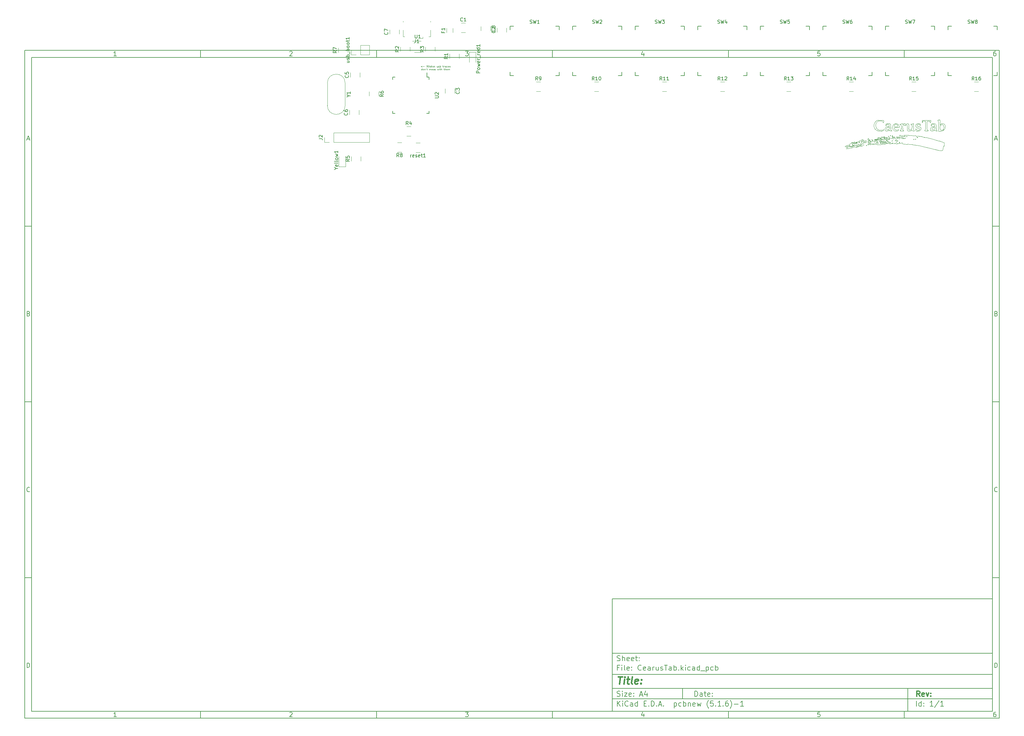
<source format=gbr>
%TF.GenerationSoftware,KiCad,Pcbnew,(5.1.6)-1*%
%TF.CreationDate,2021-02-12T14:30:02+03:00*%
%TF.ProjectId,CearusTab,43656172-7573-4546-9162-2e6b69636164,rev?*%
%TF.SameCoordinates,Original*%
%TF.FileFunction,Legend,Top*%
%TF.FilePolarity,Positive*%
%FSLAX46Y46*%
G04 Gerber Fmt 4.6, Leading zero omitted, Abs format (unit mm)*
G04 Created by KiCad (PCBNEW (5.1.6)-1) date 2021-02-12 14:30:02*
%MOMM*%
%LPD*%
G01*
G04 APERTURE LIST*
%ADD10C,0.100000*%
%ADD11C,0.150000*%
%ADD12C,0.300000*%
%ADD13C,0.400000*%
%ADD14C,0.080000*%
%ADD15C,0.075000*%
%ADD16C,0.120000*%
G04 APERTURE END LIST*
D10*
D11*
X177002200Y-166007200D02*
X177002200Y-198007200D01*
X285002200Y-198007200D01*
X285002200Y-166007200D01*
X177002200Y-166007200D01*
D10*
D11*
X10000000Y-10000000D02*
X10000000Y-200007200D01*
X287002200Y-200007200D01*
X287002200Y-10000000D01*
X10000000Y-10000000D01*
D10*
D11*
X12000000Y-12000000D02*
X12000000Y-198007200D01*
X285002200Y-198007200D01*
X285002200Y-12000000D01*
X12000000Y-12000000D01*
D10*
D11*
X60000000Y-12000000D02*
X60000000Y-10000000D01*
D10*
D11*
X110000000Y-12000000D02*
X110000000Y-10000000D01*
D10*
D11*
X160000000Y-12000000D02*
X160000000Y-10000000D01*
D10*
D11*
X210000000Y-12000000D02*
X210000000Y-10000000D01*
D10*
D11*
X260000000Y-12000000D02*
X260000000Y-10000000D01*
D10*
D11*
X36065476Y-11588095D02*
X35322619Y-11588095D01*
X35694047Y-11588095D02*
X35694047Y-10288095D01*
X35570238Y-10473809D01*
X35446428Y-10597619D01*
X35322619Y-10659523D01*
D10*
D11*
X85322619Y-10411904D02*
X85384523Y-10350000D01*
X85508333Y-10288095D01*
X85817857Y-10288095D01*
X85941666Y-10350000D01*
X86003571Y-10411904D01*
X86065476Y-10535714D01*
X86065476Y-10659523D01*
X86003571Y-10845238D01*
X85260714Y-11588095D01*
X86065476Y-11588095D01*
D10*
D11*
X135260714Y-10288095D02*
X136065476Y-10288095D01*
X135632142Y-10783333D01*
X135817857Y-10783333D01*
X135941666Y-10845238D01*
X136003571Y-10907142D01*
X136065476Y-11030952D01*
X136065476Y-11340476D01*
X136003571Y-11464285D01*
X135941666Y-11526190D01*
X135817857Y-11588095D01*
X135446428Y-11588095D01*
X135322619Y-11526190D01*
X135260714Y-11464285D01*
D10*
D11*
X185941666Y-10721428D02*
X185941666Y-11588095D01*
X185632142Y-10226190D02*
X185322619Y-11154761D01*
X186127380Y-11154761D01*
D10*
D11*
X236003571Y-10288095D02*
X235384523Y-10288095D01*
X235322619Y-10907142D01*
X235384523Y-10845238D01*
X235508333Y-10783333D01*
X235817857Y-10783333D01*
X235941666Y-10845238D01*
X236003571Y-10907142D01*
X236065476Y-11030952D01*
X236065476Y-11340476D01*
X236003571Y-11464285D01*
X235941666Y-11526190D01*
X235817857Y-11588095D01*
X235508333Y-11588095D01*
X235384523Y-11526190D01*
X235322619Y-11464285D01*
D10*
D11*
X285941666Y-10288095D02*
X285694047Y-10288095D01*
X285570238Y-10350000D01*
X285508333Y-10411904D01*
X285384523Y-10597619D01*
X285322619Y-10845238D01*
X285322619Y-11340476D01*
X285384523Y-11464285D01*
X285446428Y-11526190D01*
X285570238Y-11588095D01*
X285817857Y-11588095D01*
X285941666Y-11526190D01*
X286003571Y-11464285D01*
X286065476Y-11340476D01*
X286065476Y-11030952D01*
X286003571Y-10907142D01*
X285941666Y-10845238D01*
X285817857Y-10783333D01*
X285570238Y-10783333D01*
X285446428Y-10845238D01*
X285384523Y-10907142D01*
X285322619Y-11030952D01*
D10*
D11*
X60000000Y-198007200D02*
X60000000Y-200007200D01*
D10*
D11*
X110000000Y-198007200D02*
X110000000Y-200007200D01*
D10*
D11*
X160000000Y-198007200D02*
X160000000Y-200007200D01*
D10*
D11*
X210000000Y-198007200D02*
X210000000Y-200007200D01*
D10*
D11*
X260000000Y-198007200D02*
X260000000Y-200007200D01*
D10*
D11*
X36065476Y-199595295D02*
X35322619Y-199595295D01*
X35694047Y-199595295D02*
X35694047Y-198295295D01*
X35570238Y-198481009D01*
X35446428Y-198604819D01*
X35322619Y-198666723D01*
D10*
D11*
X85322619Y-198419104D02*
X85384523Y-198357200D01*
X85508333Y-198295295D01*
X85817857Y-198295295D01*
X85941666Y-198357200D01*
X86003571Y-198419104D01*
X86065476Y-198542914D01*
X86065476Y-198666723D01*
X86003571Y-198852438D01*
X85260714Y-199595295D01*
X86065476Y-199595295D01*
D10*
D11*
X135260714Y-198295295D02*
X136065476Y-198295295D01*
X135632142Y-198790533D01*
X135817857Y-198790533D01*
X135941666Y-198852438D01*
X136003571Y-198914342D01*
X136065476Y-199038152D01*
X136065476Y-199347676D01*
X136003571Y-199471485D01*
X135941666Y-199533390D01*
X135817857Y-199595295D01*
X135446428Y-199595295D01*
X135322619Y-199533390D01*
X135260714Y-199471485D01*
D10*
D11*
X185941666Y-198728628D02*
X185941666Y-199595295D01*
X185632142Y-198233390D02*
X185322619Y-199161961D01*
X186127380Y-199161961D01*
D10*
D11*
X236003571Y-198295295D02*
X235384523Y-198295295D01*
X235322619Y-198914342D01*
X235384523Y-198852438D01*
X235508333Y-198790533D01*
X235817857Y-198790533D01*
X235941666Y-198852438D01*
X236003571Y-198914342D01*
X236065476Y-199038152D01*
X236065476Y-199347676D01*
X236003571Y-199471485D01*
X235941666Y-199533390D01*
X235817857Y-199595295D01*
X235508333Y-199595295D01*
X235384523Y-199533390D01*
X235322619Y-199471485D01*
D10*
D11*
X285941666Y-198295295D02*
X285694047Y-198295295D01*
X285570238Y-198357200D01*
X285508333Y-198419104D01*
X285384523Y-198604819D01*
X285322619Y-198852438D01*
X285322619Y-199347676D01*
X285384523Y-199471485D01*
X285446428Y-199533390D01*
X285570238Y-199595295D01*
X285817857Y-199595295D01*
X285941666Y-199533390D01*
X286003571Y-199471485D01*
X286065476Y-199347676D01*
X286065476Y-199038152D01*
X286003571Y-198914342D01*
X285941666Y-198852438D01*
X285817857Y-198790533D01*
X285570238Y-198790533D01*
X285446428Y-198852438D01*
X285384523Y-198914342D01*
X285322619Y-199038152D01*
D10*
D11*
X10000000Y-60000000D02*
X12000000Y-60000000D01*
D10*
D11*
X10000000Y-110000000D02*
X12000000Y-110000000D01*
D10*
D11*
X10000000Y-160000000D02*
X12000000Y-160000000D01*
D10*
D11*
X10690476Y-35216666D02*
X11309523Y-35216666D01*
X10566666Y-35588095D02*
X11000000Y-34288095D01*
X11433333Y-35588095D01*
D10*
D11*
X11092857Y-84907142D02*
X11278571Y-84969047D01*
X11340476Y-85030952D01*
X11402380Y-85154761D01*
X11402380Y-85340476D01*
X11340476Y-85464285D01*
X11278571Y-85526190D01*
X11154761Y-85588095D01*
X10659523Y-85588095D01*
X10659523Y-84288095D01*
X11092857Y-84288095D01*
X11216666Y-84350000D01*
X11278571Y-84411904D01*
X11340476Y-84535714D01*
X11340476Y-84659523D01*
X11278571Y-84783333D01*
X11216666Y-84845238D01*
X11092857Y-84907142D01*
X10659523Y-84907142D01*
D10*
D11*
X11402380Y-135464285D02*
X11340476Y-135526190D01*
X11154761Y-135588095D01*
X11030952Y-135588095D01*
X10845238Y-135526190D01*
X10721428Y-135402380D01*
X10659523Y-135278571D01*
X10597619Y-135030952D01*
X10597619Y-134845238D01*
X10659523Y-134597619D01*
X10721428Y-134473809D01*
X10845238Y-134350000D01*
X11030952Y-134288095D01*
X11154761Y-134288095D01*
X11340476Y-134350000D01*
X11402380Y-134411904D01*
D10*
D11*
X10659523Y-185588095D02*
X10659523Y-184288095D01*
X10969047Y-184288095D01*
X11154761Y-184350000D01*
X11278571Y-184473809D01*
X11340476Y-184597619D01*
X11402380Y-184845238D01*
X11402380Y-185030952D01*
X11340476Y-185278571D01*
X11278571Y-185402380D01*
X11154761Y-185526190D01*
X10969047Y-185588095D01*
X10659523Y-185588095D01*
D10*
D11*
X287002200Y-60000000D02*
X285002200Y-60000000D01*
D10*
D11*
X287002200Y-110000000D02*
X285002200Y-110000000D01*
D10*
D11*
X287002200Y-160000000D02*
X285002200Y-160000000D01*
D10*
D11*
X285692676Y-35216666D02*
X286311723Y-35216666D01*
X285568866Y-35588095D02*
X286002200Y-34288095D01*
X286435533Y-35588095D01*
D10*
D11*
X286095057Y-84907142D02*
X286280771Y-84969047D01*
X286342676Y-85030952D01*
X286404580Y-85154761D01*
X286404580Y-85340476D01*
X286342676Y-85464285D01*
X286280771Y-85526190D01*
X286156961Y-85588095D01*
X285661723Y-85588095D01*
X285661723Y-84288095D01*
X286095057Y-84288095D01*
X286218866Y-84350000D01*
X286280771Y-84411904D01*
X286342676Y-84535714D01*
X286342676Y-84659523D01*
X286280771Y-84783333D01*
X286218866Y-84845238D01*
X286095057Y-84907142D01*
X285661723Y-84907142D01*
D10*
D11*
X286404580Y-135464285D02*
X286342676Y-135526190D01*
X286156961Y-135588095D01*
X286033152Y-135588095D01*
X285847438Y-135526190D01*
X285723628Y-135402380D01*
X285661723Y-135278571D01*
X285599819Y-135030952D01*
X285599819Y-134845238D01*
X285661723Y-134597619D01*
X285723628Y-134473809D01*
X285847438Y-134350000D01*
X286033152Y-134288095D01*
X286156961Y-134288095D01*
X286342676Y-134350000D01*
X286404580Y-134411904D01*
D10*
D11*
X285661723Y-185588095D02*
X285661723Y-184288095D01*
X285971247Y-184288095D01*
X286156961Y-184350000D01*
X286280771Y-184473809D01*
X286342676Y-184597619D01*
X286404580Y-184845238D01*
X286404580Y-185030952D01*
X286342676Y-185278571D01*
X286280771Y-185402380D01*
X286156961Y-185526190D01*
X285971247Y-185588095D01*
X285661723Y-185588095D01*
D10*
D11*
X200434342Y-193785771D02*
X200434342Y-192285771D01*
X200791485Y-192285771D01*
X201005771Y-192357200D01*
X201148628Y-192500057D01*
X201220057Y-192642914D01*
X201291485Y-192928628D01*
X201291485Y-193142914D01*
X201220057Y-193428628D01*
X201148628Y-193571485D01*
X201005771Y-193714342D01*
X200791485Y-193785771D01*
X200434342Y-193785771D01*
X202577200Y-193785771D02*
X202577200Y-193000057D01*
X202505771Y-192857200D01*
X202362914Y-192785771D01*
X202077200Y-192785771D01*
X201934342Y-192857200D01*
X202577200Y-193714342D02*
X202434342Y-193785771D01*
X202077200Y-193785771D01*
X201934342Y-193714342D01*
X201862914Y-193571485D01*
X201862914Y-193428628D01*
X201934342Y-193285771D01*
X202077200Y-193214342D01*
X202434342Y-193214342D01*
X202577200Y-193142914D01*
X203077200Y-192785771D02*
X203648628Y-192785771D01*
X203291485Y-192285771D02*
X203291485Y-193571485D01*
X203362914Y-193714342D01*
X203505771Y-193785771D01*
X203648628Y-193785771D01*
X204720057Y-193714342D02*
X204577200Y-193785771D01*
X204291485Y-193785771D01*
X204148628Y-193714342D01*
X204077200Y-193571485D01*
X204077200Y-193000057D01*
X204148628Y-192857200D01*
X204291485Y-192785771D01*
X204577200Y-192785771D01*
X204720057Y-192857200D01*
X204791485Y-193000057D01*
X204791485Y-193142914D01*
X204077200Y-193285771D01*
X205434342Y-193642914D02*
X205505771Y-193714342D01*
X205434342Y-193785771D01*
X205362914Y-193714342D01*
X205434342Y-193642914D01*
X205434342Y-193785771D01*
X205434342Y-192857200D02*
X205505771Y-192928628D01*
X205434342Y-193000057D01*
X205362914Y-192928628D01*
X205434342Y-192857200D01*
X205434342Y-193000057D01*
D10*
D11*
X177002200Y-194507200D02*
X285002200Y-194507200D01*
D10*
D11*
X178434342Y-196585771D02*
X178434342Y-195085771D01*
X179291485Y-196585771D02*
X178648628Y-195728628D01*
X179291485Y-195085771D02*
X178434342Y-195942914D01*
X179934342Y-196585771D02*
X179934342Y-195585771D01*
X179934342Y-195085771D02*
X179862914Y-195157200D01*
X179934342Y-195228628D01*
X180005771Y-195157200D01*
X179934342Y-195085771D01*
X179934342Y-195228628D01*
X181505771Y-196442914D02*
X181434342Y-196514342D01*
X181220057Y-196585771D01*
X181077200Y-196585771D01*
X180862914Y-196514342D01*
X180720057Y-196371485D01*
X180648628Y-196228628D01*
X180577200Y-195942914D01*
X180577200Y-195728628D01*
X180648628Y-195442914D01*
X180720057Y-195300057D01*
X180862914Y-195157200D01*
X181077200Y-195085771D01*
X181220057Y-195085771D01*
X181434342Y-195157200D01*
X181505771Y-195228628D01*
X182791485Y-196585771D02*
X182791485Y-195800057D01*
X182720057Y-195657200D01*
X182577200Y-195585771D01*
X182291485Y-195585771D01*
X182148628Y-195657200D01*
X182791485Y-196514342D02*
X182648628Y-196585771D01*
X182291485Y-196585771D01*
X182148628Y-196514342D01*
X182077200Y-196371485D01*
X182077200Y-196228628D01*
X182148628Y-196085771D01*
X182291485Y-196014342D01*
X182648628Y-196014342D01*
X182791485Y-195942914D01*
X184148628Y-196585771D02*
X184148628Y-195085771D01*
X184148628Y-196514342D02*
X184005771Y-196585771D01*
X183720057Y-196585771D01*
X183577200Y-196514342D01*
X183505771Y-196442914D01*
X183434342Y-196300057D01*
X183434342Y-195871485D01*
X183505771Y-195728628D01*
X183577200Y-195657200D01*
X183720057Y-195585771D01*
X184005771Y-195585771D01*
X184148628Y-195657200D01*
X186005771Y-195800057D02*
X186505771Y-195800057D01*
X186720057Y-196585771D02*
X186005771Y-196585771D01*
X186005771Y-195085771D01*
X186720057Y-195085771D01*
X187362914Y-196442914D02*
X187434342Y-196514342D01*
X187362914Y-196585771D01*
X187291485Y-196514342D01*
X187362914Y-196442914D01*
X187362914Y-196585771D01*
X188077200Y-196585771D02*
X188077200Y-195085771D01*
X188434342Y-195085771D01*
X188648628Y-195157200D01*
X188791485Y-195300057D01*
X188862914Y-195442914D01*
X188934342Y-195728628D01*
X188934342Y-195942914D01*
X188862914Y-196228628D01*
X188791485Y-196371485D01*
X188648628Y-196514342D01*
X188434342Y-196585771D01*
X188077200Y-196585771D01*
X189577200Y-196442914D02*
X189648628Y-196514342D01*
X189577200Y-196585771D01*
X189505771Y-196514342D01*
X189577200Y-196442914D01*
X189577200Y-196585771D01*
X190220057Y-196157200D02*
X190934342Y-196157200D01*
X190077200Y-196585771D02*
X190577200Y-195085771D01*
X191077200Y-196585771D01*
X191577200Y-196442914D02*
X191648628Y-196514342D01*
X191577200Y-196585771D01*
X191505771Y-196514342D01*
X191577200Y-196442914D01*
X191577200Y-196585771D01*
X194577200Y-195585771D02*
X194577200Y-197085771D01*
X194577200Y-195657200D02*
X194720057Y-195585771D01*
X195005771Y-195585771D01*
X195148628Y-195657200D01*
X195220057Y-195728628D01*
X195291485Y-195871485D01*
X195291485Y-196300057D01*
X195220057Y-196442914D01*
X195148628Y-196514342D01*
X195005771Y-196585771D01*
X194720057Y-196585771D01*
X194577200Y-196514342D01*
X196577200Y-196514342D02*
X196434342Y-196585771D01*
X196148628Y-196585771D01*
X196005771Y-196514342D01*
X195934342Y-196442914D01*
X195862914Y-196300057D01*
X195862914Y-195871485D01*
X195934342Y-195728628D01*
X196005771Y-195657200D01*
X196148628Y-195585771D01*
X196434342Y-195585771D01*
X196577200Y-195657200D01*
X197220057Y-196585771D02*
X197220057Y-195085771D01*
X197220057Y-195657200D02*
X197362914Y-195585771D01*
X197648628Y-195585771D01*
X197791485Y-195657200D01*
X197862914Y-195728628D01*
X197934342Y-195871485D01*
X197934342Y-196300057D01*
X197862914Y-196442914D01*
X197791485Y-196514342D01*
X197648628Y-196585771D01*
X197362914Y-196585771D01*
X197220057Y-196514342D01*
X198577200Y-195585771D02*
X198577200Y-196585771D01*
X198577200Y-195728628D02*
X198648628Y-195657200D01*
X198791485Y-195585771D01*
X199005771Y-195585771D01*
X199148628Y-195657200D01*
X199220057Y-195800057D01*
X199220057Y-196585771D01*
X200505771Y-196514342D02*
X200362914Y-196585771D01*
X200077200Y-196585771D01*
X199934342Y-196514342D01*
X199862914Y-196371485D01*
X199862914Y-195800057D01*
X199934342Y-195657200D01*
X200077200Y-195585771D01*
X200362914Y-195585771D01*
X200505771Y-195657200D01*
X200577200Y-195800057D01*
X200577200Y-195942914D01*
X199862914Y-196085771D01*
X201077200Y-195585771D02*
X201362914Y-196585771D01*
X201648628Y-195871485D01*
X201934342Y-196585771D01*
X202220057Y-195585771D01*
X204362914Y-197157200D02*
X204291485Y-197085771D01*
X204148628Y-196871485D01*
X204077200Y-196728628D01*
X204005771Y-196514342D01*
X203934342Y-196157200D01*
X203934342Y-195871485D01*
X204005771Y-195514342D01*
X204077200Y-195300057D01*
X204148628Y-195157200D01*
X204291485Y-194942914D01*
X204362914Y-194871485D01*
X205648628Y-195085771D02*
X204934342Y-195085771D01*
X204862914Y-195800057D01*
X204934342Y-195728628D01*
X205077200Y-195657200D01*
X205434342Y-195657200D01*
X205577200Y-195728628D01*
X205648628Y-195800057D01*
X205720057Y-195942914D01*
X205720057Y-196300057D01*
X205648628Y-196442914D01*
X205577200Y-196514342D01*
X205434342Y-196585771D01*
X205077200Y-196585771D01*
X204934342Y-196514342D01*
X204862914Y-196442914D01*
X206362914Y-196442914D02*
X206434342Y-196514342D01*
X206362914Y-196585771D01*
X206291485Y-196514342D01*
X206362914Y-196442914D01*
X206362914Y-196585771D01*
X207862914Y-196585771D02*
X207005771Y-196585771D01*
X207434342Y-196585771D02*
X207434342Y-195085771D01*
X207291485Y-195300057D01*
X207148628Y-195442914D01*
X207005771Y-195514342D01*
X208505771Y-196442914D02*
X208577200Y-196514342D01*
X208505771Y-196585771D01*
X208434342Y-196514342D01*
X208505771Y-196442914D01*
X208505771Y-196585771D01*
X209862914Y-195085771D02*
X209577200Y-195085771D01*
X209434342Y-195157200D01*
X209362914Y-195228628D01*
X209220057Y-195442914D01*
X209148628Y-195728628D01*
X209148628Y-196300057D01*
X209220057Y-196442914D01*
X209291485Y-196514342D01*
X209434342Y-196585771D01*
X209720057Y-196585771D01*
X209862914Y-196514342D01*
X209934342Y-196442914D01*
X210005771Y-196300057D01*
X210005771Y-195942914D01*
X209934342Y-195800057D01*
X209862914Y-195728628D01*
X209720057Y-195657200D01*
X209434342Y-195657200D01*
X209291485Y-195728628D01*
X209220057Y-195800057D01*
X209148628Y-195942914D01*
X210505771Y-197157200D02*
X210577200Y-197085771D01*
X210720057Y-196871485D01*
X210791485Y-196728628D01*
X210862914Y-196514342D01*
X210934342Y-196157200D01*
X210934342Y-195871485D01*
X210862914Y-195514342D01*
X210791485Y-195300057D01*
X210720057Y-195157200D01*
X210577200Y-194942914D01*
X210505771Y-194871485D01*
X211648628Y-196014342D02*
X212791485Y-196014342D01*
X214291485Y-196585771D02*
X213434342Y-196585771D01*
X213862914Y-196585771D02*
X213862914Y-195085771D01*
X213720057Y-195300057D01*
X213577200Y-195442914D01*
X213434342Y-195514342D01*
D10*
D11*
X177002200Y-191507200D02*
X285002200Y-191507200D01*
D10*
D12*
X264411485Y-193785771D02*
X263911485Y-193071485D01*
X263554342Y-193785771D02*
X263554342Y-192285771D01*
X264125771Y-192285771D01*
X264268628Y-192357200D01*
X264340057Y-192428628D01*
X264411485Y-192571485D01*
X264411485Y-192785771D01*
X264340057Y-192928628D01*
X264268628Y-193000057D01*
X264125771Y-193071485D01*
X263554342Y-193071485D01*
X265625771Y-193714342D02*
X265482914Y-193785771D01*
X265197200Y-193785771D01*
X265054342Y-193714342D01*
X264982914Y-193571485D01*
X264982914Y-193000057D01*
X265054342Y-192857200D01*
X265197200Y-192785771D01*
X265482914Y-192785771D01*
X265625771Y-192857200D01*
X265697200Y-193000057D01*
X265697200Y-193142914D01*
X264982914Y-193285771D01*
X266197200Y-192785771D02*
X266554342Y-193785771D01*
X266911485Y-192785771D01*
X267482914Y-193642914D02*
X267554342Y-193714342D01*
X267482914Y-193785771D01*
X267411485Y-193714342D01*
X267482914Y-193642914D01*
X267482914Y-193785771D01*
X267482914Y-192857200D02*
X267554342Y-192928628D01*
X267482914Y-193000057D01*
X267411485Y-192928628D01*
X267482914Y-192857200D01*
X267482914Y-193000057D01*
D10*
D11*
X178362914Y-193714342D02*
X178577200Y-193785771D01*
X178934342Y-193785771D01*
X179077200Y-193714342D01*
X179148628Y-193642914D01*
X179220057Y-193500057D01*
X179220057Y-193357200D01*
X179148628Y-193214342D01*
X179077200Y-193142914D01*
X178934342Y-193071485D01*
X178648628Y-193000057D01*
X178505771Y-192928628D01*
X178434342Y-192857200D01*
X178362914Y-192714342D01*
X178362914Y-192571485D01*
X178434342Y-192428628D01*
X178505771Y-192357200D01*
X178648628Y-192285771D01*
X179005771Y-192285771D01*
X179220057Y-192357200D01*
X179862914Y-193785771D02*
X179862914Y-192785771D01*
X179862914Y-192285771D02*
X179791485Y-192357200D01*
X179862914Y-192428628D01*
X179934342Y-192357200D01*
X179862914Y-192285771D01*
X179862914Y-192428628D01*
X180434342Y-192785771D02*
X181220057Y-192785771D01*
X180434342Y-193785771D01*
X181220057Y-193785771D01*
X182362914Y-193714342D02*
X182220057Y-193785771D01*
X181934342Y-193785771D01*
X181791485Y-193714342D01*
X181720057Y-193571485D01*
X181720057Y-193000057D01*
X181791485Y-192857200D01*
X181934342Y-192785771D01*
X182220057Y-192785771D01*
X182362914Y-192857200D01*
X182434342Y-193000057D01*
X182434342Y-193142914D01*
X181720057Y-193285771D01*
X183077200Y-193642914D02*
X183148628Y-193714342D01*
X183077200Y-193785771D01*
X183005771Y-193714342D01*
X183077200Y-193642914D01*
X183077200Y-193785771D01*
X183077200Y-192857200D02*
X183148628Y-192928628D01*
X183077200Y-193000057D01*
X183005771Y-192928628D01*
X183077200Y-192857200D01*
X183077200Y-193000057D01*
X184862914Y-193357200D02*
X185577200Y-193357200D01*
X184720057Y-193785771D02*
X185220057Y-192285771D01*
X185720057Y-193785771D01*
X186862914Y-192785771D02*
X186862914Y-193785771D01*
X186505771Y-192214342D02*
X186148628Y-193285771D01*
X187077200Y-193285771D01*
D10*
D11*
X263434342Y-196585771D02*
X263434342Y-195085771D01*
X264791485Y-196585771D02*
X264791485Y-195085771D01*
X264791485Y-196514342D02*
X264648628Y-196585771D01*
X264362914Y-196585771D01*
X264220057Y-196514342D01*
X264148628Y-196442914D01*
X264077200Y-196300057D01*
X264077200Y-195871485D01*
X264148628Y-195728628D01*
X264220057Y-195657200D01*
X264362914Y-195585771D01*
X264648628Y-195585771D01*
X264791485Y-195657200D01*
X265505771Y-196442914D02*
X265577200Y-196514342D01*
X265505771Y-196585771D01*
X265434342Y-196514342D01*
X265505771Y-196442914D01*
X265505771Y-196585771D01*
X265505771Y-195657200D02*
X265577200Y-195728628D01*
X265505771Y-195800057D01*
X265434342Y-195728628D01*
X265505771Y-195657200D01*
X265505771Y-195800057D01*
X268148628Y-196585771D02*
X267291485Y-196585771D01*
X267720057Y-196585771D02*
X267720057Y-195085771D01*
X267577200Y-195300057D01*
X267434342Y-195442914D01*
X267291485Y-195514342D01*
X269862914Y-195014342D02*
X268577200Y-196942914D01*
X271148628Y-196585771D02*
X270291485Y-196585771D01*
X270720057Y-196585771D02*
X270720057Y-195085771D01*
X270577200Y-195300057D01*
X270434342Y-195442914D01*
X270291485Y-195514342D01*
D10*
D11*
X177002200Y-187507200D02*
X285002200Y-187507200D01*
D10*
D13*
X178714580Y-188211961D02*
X179857438Y-188211961D01*
X179036009Y-190211961D02*
X179286009Y-188211961D01*
X180274104Y-190211961D02*
X180440771Y-188878628D01*
X180524104Y-188211961D02*
X180416961Y-188307200D01*
X180500295Y-188402438D01*
X180607438Y-188307200D01*
X180524104Y-188211961D01*
X180500295Y-188402438D01*
X181107438Y-188878628D02*
X181869342Y-188878628D01*
X181476485Y-188211961D02*
X181262200Y-189926247D01*
X181333628Y-190116723D01*
X181512200Y-190211961D01*
X181702676Y-190211961D01*
X182655057Y-190211961D02*
X182476485Y-190116723D01*
X182405057Y-189926247D01*
X182619342Y-188211961D01*
X184190771Y-190116723D02*
X183988390Y-190211961D01*
X183607438Y-190211961D01*
X183428866Y-190116723D01*
X183357438Y-189926247D01*
X183452676Y-189164342D01*
X183571723Y-188973866D01*
X183774104Y-188878628D01*
X184155057Y-188878628D01*
X184333628Y-188973866D01*
X184405057Y-189164342D01*
X184381247Y-189354819D01*
X183405057Y-189545295D01*
X185155057Y-190021485D02*
X185238390Y-190116723D01*
X185131247Y-190211961D01*
X185047914Y-190116723D01*
X185155057Y-190021485D01*
X185131247Y-190211961D01*
X185286009Y-188973866D02*
X185369342Y-189069104D01*
X185262200Y-189164342D01*
X185178866Y-189069104D01*
X185286009Y-188973866D01*
X185262200Y-189164342D01*
D10*
D11*
X178934342Y-185600057D02*
X178434342Y-185600057D01*
X178434342Y-186385771D02*
X178434342Y-184885771D01*
X179148628Y-184885771D01*
X179720057Y-186385771D02*
X179720057Y-185385771D01*
X179720057Y-184885771D02*
X179648628Y-184957200D01*
X179720057Y-185028628D01*
X179791485Y-184957200D01*
X179720057Y-184885771D01*
X179720057Y-185028628D01*
X180648628Y-186385771D02*
X180505771Y-186314342D01*
X180434342Y-186171485D01*
X180434342Y-184885771D01*
X181791485Y-186314342D02*
X181648628Y-186385771D01*
X181362914Y-186385771D01*
X181220057Y-186314342D01*
X181148628Y-186171485D01*
X181148628Y-185600057D01*
X181220057Y-185457200D01*
X181362914Y-185385771D01*
X181648628Y-185385771D01*
X181791485Y-185457200D01*
X181862914Y-185600057D01*
X181862914Y-185742914D01*
X181148628Y-185885771D01*
X182505771Y-186242914D02*
X182577200Y-186314342D01*
X182505771Y-186385771D01*
X182434342Y-186314342D01*
X182505771Y-186242914D01*
X182505771Y-186385771D01*
X182505771Y-185457200D02*
X182577200Y-185528628D01*
X182505771Y-185600057D01*
X182434342Y-185528628D01*
X182505771Y-185457200D01*
X182505771Y-185600057D01*
X185220057Y-186242914D02*
X185148628Y-186314342D01*
X184934342Y-186385771D01*
X184791485Y-186385771D01*
X184577200Y-186314342D01*
X184434342Y-186171485D01*
X184362914Y-186028628D01*
X184291485Y-185742914D01*
X184291485Y-185528628D01*
X184362914Y-185242914D01*
X184434342Y-185100057D01*
X184577200Y-184957200D01*
X184791485Y-184885771D01*
X184934342Y-184885771D01*
X185148628Y-184957200D01*
X185220057Y-185028628D01*
X186434342Y-186314342D02*
X186291485Y-186385771D01*
X186005771Y-186385771D01*
X185862914Y-186314342D01*
X185791485Y-186171485D01*
X185791485Y-185600057D01*
X185862914Y-185457200D01*
X186005771Y-185385771D01*
X186291485Y-185385771D01*
X186434342Y-185457200D01*
X186505771Y-185600057D01*
X186505771Y-185742914D01*
X185791485Y-185885771D01*
X187791485Y-186385771D02*
X187791485Y-185600057D01*
X187720057Y-185457200D01*
X187577200Y-185385771D01*
X187291485Y-185385771D01*
X187148628Y-185457200D01*
X187791485Y-186314342D02*
X187648628Y-186385771D01*
X187291485Y-186385771D01*
X187148628Y-186314342D01*
X187077200Y-186171485D01*
X187077200Y-186028628D01*
X187148628Y-185885771D01*
X187291485Y-185814342D01*
X187648628Y-185814342D01*
X187791485Y-185742914D01*
X188505771Y-186385771D02*
X188505771Y-185385771D01*
X188505771Y-185671485D02*
X188577200Y-185528628D01*
X188648628Y-185457200D01*
X188791485Y-185385771D01*
X188934342Y-185385771D01*
X190077200Y-185385771D02*
X190077200Y-186385771D01*
X189434342Y-185385771D02*
X189434342Y-186171485D01*
X189505771Y-186314342D01*
X189648628Y-186385771D01*
X189862914Y-186385771D01*
X190005771Y-186314342D01*
X190077200Y-186242914D01*
X190720057Y-186314342D02*
X190862914Y-186385771D01*
X191148628Y-186385771D01*
X191291485Y-186314342D01*
X191362914Y-186171485D01*
X191362914Y-186100057D01*
X191291485Y-185957200D01*
X191148628Y-185885771D01*
X190934342Y-185885771D01*
X190791485Y-185814342D01*
X190720057Y-185671485D01*
X190720057Y-185600057D01*
X190791485Y-185457200D01*
X190934342Y-185385771D01*
X191148628Y-185385771D01*
X191291485Y-185457200D01*
X191791485Y-184885771D02*
X192648628Y-184885771D01*
X192220057Y-186385771D02*
X192220057Y-184885771D01*
X193791485Y-186385771D02*
X193791485Y-185600057D01*
X193720057Y-185457200D01*
X193577200Y-185385771D01*
X193291485Y-185385771D01*
X193148628Y-185457200D01*
X193791485Y-186314342D02*
X193648628Y-186385771D01*
X193291485Y-186385771D01*
X193148628Y-186314342D01*
X193077200Y-186171485D01*
X193077200Y-186028628D01*
X193148628Y-185885771D01*
X193291485Y-185814342D01*
X193648628Y-185814342D01*
X193791485Y-185742914D01*
X194505771Y-186385771D02*
X194505771Y-184885771D01*
X194505771Y-185457200D02*
X194648628Y-185385771D01*
X194934342Y-185385771D01*
X195077200Y-185457200D01*
X195148628Y-185528628D01*
X195220057Y-185671485D01*
X195220057Y-186100057D01*
X195148628Y-186242914D01*
X195077200Y-186314342D01*
X194934342Y-186385771D01*
X194648628Y-186385771D01*
X194505771Y-186314342D01*
X195862914Y-186242914D02*
X195934342Y-186314342D01*
X195862914Y-186385771D01*
X195791485Y-186314342D01*
X195862914Y-186242914D01*
X195862914Y-186385771D01*
X196577200Y-186385771D02*
X196577200Y-184885771D01*
X196720057Y-185814342D02*
X197148628Y-186385771D01*
X197148628Y-185385771D02*
X196577200Y-185957200D01*
X197791485Y-186385771D02*
X197791485Y-185385771D01*
X197791485Y-184885771D02*
X197720057Y-184957200D01*
X197791485Y-185028628D01*
X197862914Y-184957200D01*
X197791485Y-184885771D01*
X197791485Y-185028628D01*
X199148628Y-186314342D02*
X199005771Y-186385771D01*
X198720057Y-186385771D01*
X198577200Y-186314342D01*
X198505771Y-186242914D01*
X198434342Y-186100057D01*
X198434342Y-185671485D01*
X198505771Y-185528628D01*
X198577200Y-185457200D01*
X198720057Y-185385771D01*
X199005771Y-185385771D01*
X199148628Y-185457200D01*
X200434342Y-186385771D02*
X200434342Y-185600057D01*
X200362914Y-185457200D01*
X200220057Y-185385771D01*
X199934342Y-185385771D01*
X199791485Y-185457200D01*
X200434342Y-186314342D02*
X200291485Y-186385771D01*
X199934342Y-186385771D01*
X199791485Y-186314342D01*
X199720057Y-186171485D01*
X199720057Y-186028628D01*
X199791485Y-185885771D01*
X199934342Y-185814342D01*
X200291485Y-185814342D01*
X200434342Y-185742914D01*
X201791485Y-186385771D02*
X201791485Y-184885771D01*
X201791485Y-186314342D02*
X201648628Y-186385771D01*
X201362914Y-186385771D01*
X201220057Y-186314342D01*
X201148628Y-186242914D01*
X201077200Y-186100057D01*
X201077200Y-185671485D01*
X201148628Y-185528628D01*
X201220057Y-185457200D01*
X201362914Y-185385771D01*
X201648628Y-185385771D01*
X201791485Y-185457200D01*
X202148628Y-186528628D02*
X203291485Y-186528628D01*
X203648628Y-185385771D02*
X203648628Y-186885771D01*
X203648628Y-185457200D02*
X203791485Y-185385771D01*
X204077200Y-185385771D01*
X204220057Y-185457200D01*
X204291485Y-185528628D01*
X204362914Y-185671485D01*
X204362914Y-186100057D01*
X204291485Y-186242914D01*
X204220057Y-186314342D01*
X204077200Y-186385771D01*
X203791485Y-186385771D01*
X203648628Y-186314342D01*
X205648628Y-186314342D02*
X205505771Y-186385771D01*
X205220057Y-186385771D01*
X205077200Y-186314342D01*
X205005771Y-186242914D01*
X204934342Y-186100057D01*
X204934342Y-185671485D01*
X205005771Y-185528628D01*
X205077200Y-185457200D01*
X205220057Y-185385771D01*
X205505771Y-185385771D01*
X205648628Y-185457200D01*
X206291485Y-186385771D02*
X206291485Y-184885771D01*
X206291485Y-185457200D02*
X206434342Y-185385771D01*
X206720057Y-185385771D01*
X206862914Y-185457200D01*
X206934342Y-185528628D01*
X207005771Y-185671485D01*
X207005771Y-186100057D01*
X206934342Y-186242914D01*
X206862914Y-186314342D01*
X206720057Y-186385771D01*
X206434342Y-186385771D01*
X206291485Y-186314342D01*
D10*
D11*
X177002200Y-181507200D02*
X285002200Y-181507200D01*
D10*
D11*
X178362914Y-183614342D02*
X178577200Y-183685771D01*
X178934342Y-183685771D01*
X179077200Y-183614342D01*
X179148628Y-183542914D01*
X179220057Y-183400057D01*
X179220057Y-183257200D01*
X179148628Y-183114342D01*
X179077200Y-183042914D01*
X178934342Y-182971485D01*
X178648628Y-182900057D01*
X178505771Y-182828628D01*
X178434342Y-182757200D01*
X178362914Y-182614342D01*
X178362914Y-182471485D01*
X178434342Y-182328628D01*
X178505771Y-182257200D01*
X178648628Y-182185771D01*
X179005771Y-182185771D01*
X179220057Y-182257200D01*
X179862914Y-183685771D02*
X179862914Y-182185771D01*
X180505771Y-183685771D02*
X180505771Y-182900057D01*
X180434342Y-182757200D01*
X180291485Y-182685771D01*
X180077200Y-182685771D01*
X179934342Y-182757200D01*
X179862914Y-182828628D01*
X181791485Y-183614342D02*
X181648628Y-183685771D01*
X181362914Y-183685771D01*
X181220057Y-183614342D01*
X181148628Y-183471485D01*
X181148628Y-182900057D01*
X181220057Y-182757200D01*
X181362914Y-182685771D01*
X181648628Y-182685771D01*
X181791485Y-182757200D01*
X181862914Y-182900057D01*
X181862914Y-183042914D01*
X181148628Y-183185771D01*
X183077200Y-183614342D02*
X182934342Y-183685771D01*
X182648628Y-183685771D01*
X182505771Y-183614342D01*
X182434342Y-183471485D01*
X182434342Y-182900057D01*
X182505771Y-182757200D01*
X182648628Y-182685771D01*
X182934342Y-182685771D01*
X183077200Y-182757200D01*
X183148628Y-182900057D01*
X183148628Y-183042914D01*
X182434342Y-183185771D01*
X183577200Y-182685771D02*
X184148628Y-182685771D01*
X183791485Y-182185771D02*
X183791485Y-183471485D01*
X183862914Y-183614342D01*
X184005771Y-183685771D01*
X184148628Y-183685771D01*
X184648628Y-183542914D02*
X184720057Y-183614342D01*
X184648628Y-183685771D01*
X184577200Y-183614342D01*
X184648628Y-183542914D01*
X184648628Y-183685771D01*
X184648628Y-182757200D02*
X184720057Y-182828628D01*
X184648628Y-182900057D01*
X184577200Y-182828628D01*
X184648628Y-182757200D01*
X184648628Y-182900057D01*
D10*
D11*
X197002200Y-191507200D02*
X197002200Y-194507200D01*
D10*
D11*
X261002200Y-191507200D02*
X261002200Y-198007200D01*
D14*
X246519331Y-36841353D02*
G75*
G02*
X246567330Y-36852425I-11676J-160199D01*
G01*
X246548269Y-36912099D02*
G75*
G02*
X246499739Y-36920016I-56944J196366D01*
G01*
X246580963Y-36892775D02*
G75*
G02*
X246548270Y-36912099I-53939J53939D01*
G01*
X246297995Y-37127606D02*
G75*
G02*
X246362501Y-37094486I185075J-281079D01*
G01*
X246273501Y-37164603D02*
G75*
G02*
X246297996Y-37127607I55554J-10175D01*
G01*
X246375081Y-36846158D02*
X246449713Y-36840253D01*
X245811826Y-36942259D02*
G75*
G02*
X245908047Y-36932358I96220J-462599D01*
G01*
X246524756Y-37172430D02*
G75*
G02*
X246508047Y-37135497I32464J36933D01*
G01*
X245724792Y-37028172D02*
G75*
G02*
X245752217Y-36973814I91816J-12227D01*
G01*
X246974647Y-36732359D02*
G75*
G02*
X247025431Y-36740044I0J-171636D01*
G01*
X246851602Y-36778643D02*
G75*
G02*
X246974647Y-36732358I123045J-140410D01*
G01*
X246759006Y-37045650D02*
G75*
G02*
X246768449Y-36901905I264259J54822D01*
G01*
X246873793Y-37184433D02*
G75*
G02*
X246872395Y-37209922I-12922J-12074D01*
G01*
X245752217Y-36973814D02*
G75*
G02*
X245811826Y-36942259I84305J-87178D01*
G01*
X246499739Y-36920016D02*
G75*
G02*
X246443983Y-36916273I-10649J258530D01*
G01*
X245727084Y-37107358D02*
G75*
G02*
X245724792Y-37028172I242154J46634D01*
G01*
X245908047Y-37282358D02*
G75*
G02*
X245849255Y-37269123I0J137196D01*
G01*
X245751034Y-37174226D02*
G75*
G02*
X245727084Y-37107358I203886J110745D01*
G01*
X246345905Y-36860290D02*
G75*
G02*
X246375081Y-36846158I34929J-34930D01*
G01*
X246872395Y-37209922D02*
G75*
G02*
X246832381Y-37226571I-45515J52983D01*
G01*
X247058423Y-36762735D02*
G75*
G02*
X247068704Y-36796434I-38286J-30098D01*
G01*
X246418224Y-37080209D02*
G75*
G02*
X246465293Y-37083495I15630J-114859D01*
G01*
X246829660Y-37147832D02*
G75*
G02*
X246873793Y-37184433I-121307J-191181D01*
G01*
X246574141Y-37203456D02*
G75*
G02*
X246524756Y-37172431I71334J168366D01*
G01*
X245794144Y-37230952D02*
G75*
G02*
X245751033Y-37174227I163253J168816D01*
G01*
X245966839Y-37269122D02*
G75*
G02*
X245908047Y-37282358I-58793J123960D01*
G01*
X246347629Y-36878514D02*
G75*
G02*
X246345905Y-36860290I6675J9825D01*
G01*
X247025431Y-36740043D02*
G75*
G02*
X247058423Y-36762734I-19911J-64281D01*
G01*
X246465292Y-37083495D02*
G75*
G02*
X246496182Y-37103286I-17101J-60693D01*
G01*
X245849255Y-37269123D02*
G75*
G02*
X245794144Y-37230952I88571J186749D01*
G01*
X246021949Y-37230952D02*
G75*
G02*
X245966838Y-37269123I-143682J148578D01*
G01*
X246065061Y-37174227D02*
G75*
G02*
X246021950Y-37230952I-206365J112091D01*
G01*
X246585584Y-36870890D02*
G75*
G02*
X246580963Y-36892775I-19111J-7395D01*
G01*
X246567331Y-36852425D02*
G75*
G02*
X246585585Y-36870889I-12087J-30204D01*
G01*
X246733047Y-37230827D02*
X246832381Y-37226571D01*
X246473116Y-37344689D02*
G75*
G02*
X246330090Y-37271447I30016J234887D01*
G01*
X246389297Y-36900670D02*
G75*
G02*
X246347629Y-36878515I81297J203160D01*
G01*
X247068704Y-36796434D02*
G75*
G02*
X247055940Y-36835766I-86820J6437D01*
G01*
X246449713Y-36840253D02*
G75*
G02*
X246519331Y-36841353I25166J-610975D01*
G01*
X246717740Y-37349062D02*
G75*
G02*
X246473116Y-37344689I-102371J1117564D01*
G01*
X246768449Y-36901905D02*
G75*
G02*
X246851602Y-36778644I275388J-96102D01*
G01*
X246282381Y-37209936D02*
G75*
G02*
X246273501Y-37164602I53215J33960D01*
G01*
X246733047Y-37230827D02*
G75*
G02*
X246646899Y-37224316I-3579J525822D01*
G01*
X246646898Y-37224317D02*
G75*
G02*
X246574140Y-37203456I49016J308274D01*
G01*
X246496183Y-37103286D02*
G75*
G02*
X246508047Y-37135497I-37795J-32211D01*
G01*
X246940862Y-37302444D02*
G75*
G02*
X246717740Y-37349062I-314020J945702D01*
G01*
X246089009Y-37107358D02*
G75*
G02*
X246065060Y-37174227I-227836J43877D01*
G01*
X246829660Y-37147833D02*
G75*
G02*
X246759005Y-37045650I85375J134552D01*
G01*
X246362501Y-37094486D02*
G75*
G02*
X246418223Y-37080209I89354J-232854D01*
G01*
X246443984Y-36916274D02*
G75*
G02*
X246389297Y-36900670I48345J273076D01*
G01*
X246330089Y-37271447D02*
G75*
G02*
X246282381Y-37209936I310701J290239D01*
G01*
X245308046Y-36732359D02*
G75*
G02*
X245346331Y-36735593I0J-228197D01*
G01*
X245237422Y-36763467D02*
G75*
G02*
X245269891Y-36740465I73653J-69549D01*
G01*
X245215659Y-36797834D02*
G75*
G02*
X245237422Y-36763467I99162J-38719D01*
G01*
X246608046Y-36382358D02*
G75*
G02*
X246596595Y-36439604I-148812J0D01*
G01*
X245158047Y-36420859D02*
X245052131Y-36414095D01*
X245569989Y-36274934D02*
G75*
G02*
X245508047Y-36332358I-194476J147657D01*
G01*
X245343359Y-36398343D02*
G75*
G02*
X245245591Y-36417019I-207209J819468D01*
G01*
X247051179Y-36873971D02*
G75*
G02*
X247055940Y-36835766I44076J13907D01*
G01*
X246365027Y-36512861D02*
G75*
G02*
X246314672Y-36458841I37434J85374D01*
G01*
X247263984Y-36143904D02*
G75*
G02*
X247298438Y-36156466I-49838J-190215D01*
G01*
X247019596Y-36192280D02*
G75*
G02*
X247052109Y-36160812I95631J-66276D01*
G01*
X247215529Y-36135205D02*
G75*
G02*
X247263984Y-36143903I-30962J-311806D01*
G01*
X245269836Y-36898009D02*
G75*
G02*
X245237422Y-36894898I-11507J50521D01*
G01*
X247008045Y-37209345D02*
G75*
G02*
X246940863Y-37302444I-98096J-1D01*
G01*
X245308047Y-36882359D02*
G75*
G02*
X245269837Y-36898010I-66157J107045D01*
G01*
X245378672Y-36825756D02*
G75*
G02*
X245346324Y-36855459I-224276J211778D01*
G01*
X246588549Y-36289338D02*
G75*
G02*
X246608047Y-36382358I-212141J-93021D01*
G01*
X247008047Y-37209345D02*
G75*
G02*
X247023488Y-37175240I45385J0D01*
G01*
X247357229Y-37155586D02*
G75*
G02*
X247283682Y-37169725I-75955J196744D01*
G01*
X245269891Y-36740464D02*
G75*
G02*
X245308047Y-36732358I38156J-85746D01*
G01*
X247023488Y-37175241D02*
G75*
G02*
X247064899Y-37153367I66470J-75706D01*
G01*
X247127461Y-37147581D02*
G75*
G02*
X247201588Y-37159645I-26622J-397327D01*
G01*
X245215876Y-36873754D02*
G75*
G02*
X245208047Y-36838260I76548J35494D01*
G01*
X246534529Y-36238983D02*
G75*
G02*
X246588549Y-36289338I-31354J-87790D01*
G01*
X247298438Y-36156466D02*
G75*
G02*
X247308047Y-36171660I-7209J-15194D01*
G01*
X245436126Y-36368912D02*
G75*
G02*
X245343359Y-36398342I-293266J763498D01*
G01*
X245052132Y-36414095D02*
G75*
G02*
X245044027Y-36398737I880J10282D01*
G01*
X246563984Y-36488296D02*
G75*
G02*
X246515292Y-36520907I-106786J106786D01*
G01*
X247052109Y-36160811D02*
G75*
G02*
X247100693Y-36139581I89485J-138577D01*
G01*
X245408046Y-36776456D02*
G75*
G02*
X245401493Y-36797529I-37154J-1D01*
G01*
X246314672Y-36458840D02*
G75*
G02*
X246317624Y-36382006I97263J34736D01*
G01*
X247064900Y-37153366D02*
G75*
G02*
X247127462Y-37147580I49308J-192014D01*
G01*
X247283682Y-37169726D02*
G75*
G02*
X247201588Y-37159645I-3546J310447D01*
G01*
X245400601Y-36759593D02*
G75*
G02*
X245408047Y-36776457I-15373J-16864D01*
G01*
X247414891Y-37118695D02*
G75*
G02*
X247357229Y-37155586I-119490J123259D01*
G01*
X245237422Y-36894899D02*
G75*
G02*
X245215875Y-36873755I17258J39138D01*
G01*
X246515292Y-36520906D02*
G75*
G02*
X246458047Y-36532358I-57246J137360D01*
G01*
X247451588Y-37063129D02*
G75*
G02*
X247414891Y-37118695I-144211J55339D01*
G01*
X247500278Y-36921781D02*
X247451588Y-37063129D01*
X245378672Y-36745313D02*
G75*
G02*
X245400601Y-36759594I-32749J-74261D01*
G01*
X247487181Y-36877152D02*
G75*
G02*
X247500278Y-36921781I-27324J-32255D01*
G01*
X247435922Y-36862360D02*
G75*
G02*
X247487181Y-36877152I9151J-64498D01*
G01*
X247250039Y-36892388D02*
X247435922Y-36862359D01*
X245208047Y-36332358D02*
X245439006Y-36263395D01*
X247250039Y-36892388D02*
G75*
G02*
X247144037Y-36906249I-193258J1065743D01*
G01*
X246457695Y-36241936D02*
G75*
G02*
X246534529Y-36238984I42097J-94311D01*
G01*
X245346332Y-36735593D02*
G75*
G02*
X245378672Y-36745312I-23018J-135252D01*
G01*
X245208047Y-36838261D02*
G75*
G02*
X245215659Y-36797835I111147J1D01*
G01*
X245068439Y-36378489D02*
X245208047Y-36332358D01*
X245346324Y-36855458D02*
G75*
G02*
X245308047Y-36882358I-246863J310597D01*
G01*
X246374713Y-36299025D02*
G75*
G02*
X246457694Y-36241936I195911J-195910D01*
G01*
X246317624Y-36382006D02*
G75*
G02*
X246374713Y-36299025I252999J-112930D01*
G01*
X245556339Y-36247435D02*
G75*
G02*
X245569989Y-36274934I1J-17137D01*
G01*
X247158047Y-36132358D02*
G75*
G02*
X247215529Y-36135205I-1J-581746D01*
G01*
X246458046Y-36532358D02*
G75*
G02*
X246365026Y-36512860I1J231638D01*
G01*
X245245592Y-36417018D02*
G75*
G02*
X245158047Y-36420859I-66047J505810D01*
G01*
X245508047Y-36332358D02*
G75*
G02*
X245436127Y-36368912I-211916J327916D01*
G01*
X245044026Y-36398736D02*
G75*
G02*
X245068439Y-36378489I38772J-21906D01*
G01*
X247100694Y-36139581D02*
G75*
G02*
X247158047Y-36132358I57352J-224090D01*
G01*
X247077205Y-36899435D02*
G75*
G02*
X247051180Y-36873971I10820J37090D01*
G01*
X245401493Y-36797529D02*
G75*
G02*
X245378672Y-36825756I-194720J134091D01*
G01*
X247144036Y-36906249D02*
G75*
G02*
X247077205Y-36899435I-14929J184730D01*
G01*
X246596595Y-36439604D02*
G75*
G02*
X246563984Y-36488296I-139397J58094D01*
G01*
X245439006Y-36263395D02*
G75*
G02*
X245556340Y-36247434I117334J-423302D01*
G01*
X248960135Y-35757359D02*
G75*
G02*
X248951951Y-35709668I125955J46162D01*
G01*
X247008047Y-36229220D02*
G75*
G02*
X247019596Y-36192280I64850J0D01*
G01*
X247939220Y-35882573D02*
G75*
G02*
X247901688Y-35919145I-69160J33429D01*
G01*
X247215502Y-36243609D02*
X247158047Y-36268521D01*
X247577095Y-35677596D02*
G75*
G02*
X247710858Y-35564839I728524J-728526D01*
G01*
X248037923Y-36062924D02*
G75*
G02*
X247992650Y-36151380I-365727J131369D01*
G01*
X248993340Y-35642240D02*
G75*
G02*
X249036185Y-35632557I42684J-89235D01*
G01*
X248249848Y-35614734D02*
G75*
G02*
X248384078Y-35558439I164978J-205194D01*
G01*
X248951951Y-35709668D02*
G75*
G02*
X248963577Y-35669136I79631J-908D01*
G01*
X247158047Y-36268521D02*
G75*
G02*
X247100610Y-36283472I-95330J248423D01*
G01*
X248960135Y-35757359D02*
G75*
G02*
X248967574Y-35892986I-218260J-79989D01*
G01*
X247020296Y-36261278D02*
G75*
G02*
X247008047Y-36229220I35827J32058D01*
G01*
X247052109Y-36280720D02*
G75*
G02*
X247020295Y-36261278I16396J62580D01*
G01*
X247100610Y-36283472D02*
G75*
G02*
X247052109Y-36280720I-17448J121271D01*
G01*
X247308046Y-36171660D02*
G75*
G02*
X247299335Y-36190291I-24280J0D01*
G01*
X247881942Y-35593689D02*
G75*
G02*
X247937021Y-35732358I-536528J-293378D01*
G01*
X248445141Y-35791795D02*
G75*
G02*
X248518525Y-35788835I38884J-52862D01*
G01*
X248677618Y-35969078D02*
G75*
G02*
X248715435Y-36009562I-150299J-178301D01*
G01*
X249036185Y-35632557D02*
G75*
G02*
X249084327Y-35653632I-107J-65768D01*
G01*
X247937022Y-35732359D02*
G75*
G02*
X247951297Y-35820724I-453542J-118604D01*
G01*
X248558047Y-36032359D02*
G75*
G02*
X248541649Y-35994109I119578J73904D01*
G01*
X247951296Y-35820724D02*
G75*
G02*
X247939219Y-35882572I-123516J-7984D01*
G01*
X247757962Y-35967653D02*
G75*
G02*
X247840351Y-35932358I82389J-78513D01*
G01*
X247890078Y-36209702D02*
G75*
G02*
X247785110Y-36145602I86607J259821D01*
G01*
X247941189Y-36202623D02*
G75*
G02*
X247890078Y-36209702I-32711J48122D01*
G01*
X248137753Y-35752593D02*
G75*
G02*
X248249849Y-35614734I377976J-192835D01*
G01*
X248381603Y-36072582D02*
G75*
G02*
X248348711Y-35987964I79672J79671D01*
G01*
X248384078Y-35558438D02*
G75*
G02*
X248517071Y-35587936I24173J-205571D01*
G01*
X248601332Y-35701745D02*
G75*
G02*
X248608047Y-35744162I-130608J-42417D01*
G01*
X248581323Y-35657021D02*
G75*
G02*
X248601332Y-35701746I-198873J-115809D01*
G01*
X249128146Y-35717381D02*
G75*
G02*
X249161493Y-35810660I-391107J-192422D01*
G01*
X248561629Y-35940323D02*
G75*
G02*
X248593812Y-35932358I32182J-61031D01*
G01*
X248608047Y-35744162D02*
G75*
G02*
X248601115Y-35777998I-86046J0D01*
G01*
X248552705Y-35802368D02*
G75*
G02*
X248518525Y-35788835I20832J102544D01*
G01*
X248634892Y-35941601D02*
G75*
G02*
X248677618Y-35969077I-84631J-178561D01*
G01*
X248715435Y-36009561D02*
G75*
G02*
X248742100Y-36057358I-179335J-131385D01*
G01*
X248963577Y-35669135D02*
G75*
G02*
X248993340Y-35642240I60164J-36663D01*
G01*
X248811841Y-36094324D02*
G75*
G02*
X248742100Y-36057358I-12836J60055D01*
G01*
X248900907Y-36036421D02*
G75*
G02*
X248811841Y-36094323I-120100J87286D01*
G01*
X248601115Y-35777997D02*
G75*
G02*
X248581750Y-35798534I-37649J16101D01*
G01*
X248568509Y-36092987D02*
G75*
G02*
X248531979Y-36129970I-47278J10166D01*
G01*
X248541649Y-35994109D02*
G75*
G02*
X248543059Y-35961733I53044J13908D01*
G01*
X249084327Y-35653632D02*
G75*
G02*
X249128146Y-35717382I-196422J-181946D01*
G01*
X247263984Y-36216325D02*
G75*
G02*
X247215502Y-36243609I-248451J384754D01*
G01*
X248551874Y-35616851D02*
G75*
G02*
X248581322Y-35657020I-175367J-159440D01*
G01*
X247299335Y-36190291D02*
G75*
G02*
X247263984Y-36216324I-229519J274655D01*
G01*
X247901688Y-35919144D02*
G75*
G02*
X247840351Y-35932358I-61337J135753D01*
G01*
X247733686Y-36048433D02*
G75*
G02*
X247757963Y-35967653I91777J16455D01*
G01*
X248517071Y-35587935D02*
G75*
G02*
X248551875Y-35616851I-85432J-138233D01*
G01*
X248348711Y-35987964D02*
G75*
G02*
X248377657Y-35873046I293856J-12914D01*
G01*
X247710858Y-35564840D02*
G75*
G02*
X247807932Y-35541885I77009J-108927D01*
G01*
X247807932Y-35541884D02*
G75*
G02*
X247881943Y-35593689I-15313J-100648D01*
G01*
X248070050Y-35947345D02*
G75*
G02*
X248037923Y-36062923I-798495J159698D01*
G01*
X247785110Y-36145603D02*
G75*
G02*
X247733685Y-36048434I126301J129035D01*
G01*
X247992650Y-36151380D02*
G75*
G02*
X247941189Y-36202623I-161690J110916D01*
G01*
X248070049Y-35947345D02*
G75*
G02*
X248137753Y-35752594I739239J-147849D01*
G01*
X248581750Y-35798535D02*
G75*
G02*
X248552705Y-35802368I-20088J40256D01*
G01*
X248967574Y-35892986D02*
G75*
G02*
X248900907Y-36036421I-399541J98492D01*
G01*
X248377658Y-35873046D02*
G75*
G02*
X248445140Y-35791795I197272J-95194D01*
G01*
X248531979Y-36129969D02*
G75*
G02*
X248456535Y-36123207I-27293J119722D01*
G01*
X248543059Y-35961733D02*
G75*
G02*
X248561629Y-35940324I36800J-13162D01*
G01*
X248456535Y-36123207D02*
G75*
G02*
X248381603Y-36072582I93285J218842D01*
G01*
X248558046Y-36032358D02*
G75*
G02*
X248568509Y-36092986I-70077J-43311D01*
G01*
X248593811Y-35932358D02*
G75*
G02*
X248634892Y-35941601I0J-95918D01*
G01*
X247837422Y-36788296D02*
G75*
G02*
X247815516Y-36739704I135427J90286D01*
G01*
X247618746Y-36732358D02*
G75*
G02*
X247576481Y-36724764I-1J121400D01*
G01*
X247413115Y-37318230D02*
G75*
G02*
X247533047Y-37320527I45343J-764692D01*
G01*
X247618745Y-36732359D02*
G75*
G02*
X247656138Y-36744484I1J-63717D01*
G01*
X247946187Y-36819998D02*
G75*
G02*
X247908047Y-36832358I-38140J52668D01*
G01*
X247552109Y-36561734D02*
G75*
G02*
X247600701Y-36539828I90286J-135427D01*
G01*
X248093082Y-36554686D02*
G75*
G02*
X248152927Y-36566557I-4532J-179636D01*
G01*
X248046937Y-36569021D02*
G75*
G02*
X248093082Y-36554686I44245J-60989D01*
G01*
X247058047Y-37403121D02*
G75*
G02*
X246790300Y-37505692I-511257J933819D01*
G01*
X247748129Y-37044470D02*
G75*
G02*
X247779593Y-37078635I-71683J-97585D01*
G01*
X247540565Y-36702983D02*
G75*
G02*
X247516536Y-36670508I68452J75776D01*
G01*
X247779593Y-37078634D02*
G75*
G02*
X247800841Y-37129648I-150915J-92792D01*
G01*
X247659685Y-36988296D02*
G75*
G02*
X247656933Y-36939795I118519J31053D01*
G01*
X247715292Y-36543810D02*
G75*
G02*
X247763984Y-36576421I-58094J-139397D01*
G01*
X248555368Y-36296590D02*
G75*
G02*
X248504976Y-36280460I7226J109359D01*
G01*
X248468638Y-36276609D02*
G75*
G02*
X248504976Y-36280460I14162J-39732D01*
G01*
X248428383Y-36302115D02*
G75*
G02*
X248468638Y-36276610I76534J-76274D01*
G01*
X247800842Y-37129648D02*
G75*
G02*
X247808047Y-37189895I-248276J-60247D01*
G01*
X248360126Y-36425803D02*
G75*
G02*
X248324691Y-36502269I-318041J100942D01*
G01*
X248275302Y-36553475D02*
G75*
G02*
X248216327Y-36574974I-72093J106127D01*
G01*
X248216327Y-36574975D02*
G75*
G02*
X248152927Y-36566557I-14076J136953D01*
G01*
X246790300Y-37505692D02*
G75*
G02*
X246379438Y-37582543I-1042693J4437761D01*
G01*
X248008047Y-36671659D02*
G75*
G02*
X248017929Y-36608976I203744J-1D01*
G01*
X247280077Y-37333690D02*
G75*
G02*
X247413114Y-37318230I203273J-1169020D01*
G01*
X247058047Y-37403121D02*
G75*
G02*
X247154449Y-37363049I234791J-428848D01*
G01*
X248008047Y-36671660D02*
G75*
G02*
X248000604Y-36733113I-257415J0D01*
G01*
X247869912Y-36820801D02*
G75*
G02*
X247837422Y-36788296I65124J97581D01*
G01*
X247815516Y-36739704D02*
G75*
G02*
X247808047Y-36682358I216396J57345D01*
G01*
X247680019Y-36776421D02*
G75*
G02*
X247685719Y-36824969I-103905J-36809D01*
G01*
X245976014Y-37626827D02*
X246379438Y-37582543D01*
X247711185Y-37032359D02*
G75*
G02*
X247748130Y-37044470I0J-62405D01*
G01*
X247576480Y-36724763D02*
G75*
G02*
X247540564Y-36702983I38809J104499D01*
G01*
X247711185Y-37032359D02*
G75*
G02*
X247679127Y-37020110I0J48077D01*
G01*
X247154449Y-37363049D02*
G75*
G02*
X247280078Y-37333691I318228J-1078292D01*
G01*
X248000604Y-36733112D02*
G75*
G02*
X247978672Y-36785153I-174498J42898D01*
G01*
X247516536Y-36670508D02*
G75*
G02*
X247508047Y-36632358I81479J38150D01*
G01*
X249161492Y-35810660D02*
G75*
G02*
X249178117Y-35921043I-680302J-158904D01*
G01*
X248360126Y-36425804D02*
G75*
G02*
X248390008Y-36354303I417735J-132583D01*
G01*
X249178117Y-35921043D02*
G75*
G02*
X249176792Y-36079122I-1013334J-70549D01*
G01*
X247908047Y-36832359D02*
G75*
G02*
X247869911Y-36820802I0J68699D01*
G01*
X248769895Y-36290035D02*
G75*
G02*
X248652956Y-36298545I-149500J1246653D01*
G01*
X249176792Y-36079122D02*
G75*
G02*
X249140342Y-36168939I-163793J14167D01*
G01*
X249140343Y-36168939D02*
G75*
G02*
X249057930Y-36226105I-140765J114943D01*
G01*
X247978671Y-36785154D02*
G75*
G02*
X247946187Y-36819999I-105061J65378D01*
G01*
X248390009Y-36354303D02*
G75*
G02*
X248428383Y-36302115I192240J-101154D01*
G01*
X247790703Y-37259345D02*
G75*
G02*
X247743675Y-37304258I-91521J48751D01*
G01*
X247656933Y-36939795D02*
G75*
G02*
X247671884Y-36882358I263374J-37893D01*
G01*
X249057930Y-36226105D02*
G75*
G02*
X248892847Y-36270398I-424153J1251051D01*
G01*
X248769895Y-36290035D02*
X248892847Y-36270398D01*
X247656138Y-36744484D02*
G75*
G02*
X247680018Y-36776421I-39393J-54352D01*
G01*
X248017929Y-36608976D02*
G75*
G02*
X248046937Y-36569020I75765J-24498D01*
G01*
X247685719Y-36824968D02*
G75*
G02*
X247671884Y-36882358I-226647J24273D01*
G01*
X247796595Y-36625112D02*
G75*
G02*
X247808047Y-36682358I-137361J-57247D01*
G01*
X247763984Y-36576421D02*
G75*
G02*
X247796595Y-36625113I-106786J-106786D01*
G01*
X247519603Y-36594223D02*
G75*
G02*
X247552109Y-36561733I97582J-65125D01*
G01*
X247660506Y-37324532D02*
G75*
G02*
X247533047Y-37320527I-33493J964473D01*
G01*
X248652957Y-36298545D02*
G75*
G02*
X248555368Y-36296590I-27547J1061855D01*
G01*
X248324692Y-36502269D02*
G75*
G02*
X248275303Y-36553475I-146757J92127D01*
G01*
X247658046Y-36532359D02*
G75*
G02*
X247715292Y-36543810I0J-148812D01*
G01*
X247600701Y-36539827D02*
G75*
G02*
X247658047Y-36532358I57345J-216397D01*
G01*
X247508046Y-36632359D02*
G75*
G02*
X247519603Y-36594223I68699J0D01*
G01*
X247679127Y-37020110D02*
G75*
G02*
X247659685Y-36988296I43138J48210D01*
G01*
X247808047Y-37189895D02*
G75*
G02*
X247790703Y-37259345I-147723J0D01*
G01*
X247743675Y-37304258D02*
G75*
G02*
X247660505Y-37324531I-90489J190494D01*
G01*
X244325203Y-36830458D02*
G75*
G02*
X244405523Y-36749250I179534J-97245D01*
G01*
X245738411Y-37490008D02*
G75*
G02*
X245827265Y-37504718I-29153J-451781D01*
G01*
X245633046Y-37489817D02*
G75*
G02*
X245738411Y-37490007I51171J-840037D01*
G01*
X245265783Y-37534829D02*
G75*
G02*
X245361622Y-37509777I121020J-267129D01*
G01*
X245222345Y-37584566D02*
G75*
G02*
X245265783Y-37534829I76300J-22799D01*
G01*
X245173662Y-37771159D02*
G75*
G02*
X245083160Y-37828065I-147815J134661D01*
G01*
X244462577Y-37006830D02*
G75*
G02*
X244428950Y-37015717I-34049J60775D01*
G01*
X244504373Y-37859215D02*
G75*
G02*
X244606429Y-37839631I227072J-907566D01*
G01*
X243844752Y-37907359D02*
G75*
G02*
X243815382Y-37852425I534130J320896D01*
G01*
X243860857Y-37962729D02*
G75*
G02*
X243840581Y-38002499I-46834J-1176D01*
G01*
X245115332Y-36229409D02*
G75*
G02*
X245360972Y-36206483I238997J-1233281D01*
G01*
X244092893Y-37413599D02*
G75*
G02*
X244089922Y-37488338I-23110J-36510D01*
G01*
X243595013Y-37385482D02*
G75*
G02*
X243923690Y-37365336I355589J-3110056D01*
G01*
X243596845Y-37746457D02*
G75*
G02*
X243687173Y-37667991I560796J-554344D01*
G01*
X244305582Y-37933678D02*
G75*
G02*
X244398652Y-37891842I349429J-652912D01*
G01*
X243513527Y-38027049D02*
G75*
G02*
X243467544Y-37999777I4233J59540D01*
G01*
X244464214Y-36991531D02*
G75*
G02*
X244462578Y-37006830I-6247J-7069D01*
G01*
X244819922Y-36513003D02*
G75*
G02*
X244722858Y-36587130I-465431J508833D01*
G01*
X244908047Y-36373977D02*
G75*
G02*
X244887338Y-36437609I-108116J0D01*
G01*
X244606429Y-37839630D02*
G75*
G02*
X244686974Y-37838253I46135J-342150D01*
G01*
X244925045Y-37850781D02*
G75*
G02*
X244686974Y-37838253I13415J2523169D01*
G01*
X245827265Y-37504718D02*
G75*
G02*
X245888624Y-37530310I-66113J-244864D01*
G01*
X245208047Y-37682358D02*
G75*
G02*
X245222345Y-37584566I341566J0D01*
G01*
X244194767Y-37981769D02*
G75*
G02*
X244105382Y-37994166I-76974J226563D01*
G01*
X243198239Y-37408705D02*
G75*
G02*
X243178306Y-37371693I5953J27079D01*
G01*
X243178306Y-37371693D02*
G75*
G02*
X243222522Y-37303598I182241J-69930D01*
G01*
X243687173Y-37667991D02*
G75*
G02*
X243787690Y-37604542I465594J-626255D01*
G01*
X244887338Y-36437608D02*
G75*
G02*
X244819922Y-36513002I-408205J297173D01*
G01*
X243304405Y-37415366D02*
G75*
G02*
X243198239Y-37408706I-31596J345877D01*
G01*
X244071848Y-37024057D02*
G75*
G02*
X244358047Y-37013496I192918J-1344844D01*
G01*
X244433046Y-36971476D02*
G75*
G02*
X244335158Y-36902968I128323J287544D01*
G01*
X243844753Y-37907359D02*
G75*
G02*
X243860857Y-37962729I-96888J-58207D01*
G01*
X243222522Y-37303598D02*
G75*
G02*
X243392120Y-37195385I329667J-329667D01*
G01*
X244022449Y-37972293D02*
G75*
G02*
X243932458Y-37914298I220966J441693D01*
G01*
X243513528Y-38027048D02*
X243663101Y-38032358D01*
X243392120Y-37195385D02*
G75*
G02*
X243718435Y-37094337I1169373J-3198879D01*
G01*
X244428950Y-37015717D02*
X244358047Y-37013496D01*
X245361622Y-37509777D02*
X245633047Y-37489817D01*
X244398652Y-37891842D02*
G75*
G02*
X244504373Y-37859216I353738J-958656D01*
G01*
X244089922Y-37488337D02*
G75*
G02*
X243883047Y-37567804I-438306J832033D01*
G01*
X243823562Y-37840580D02*
G75*
G02*
X243852857Y-37851768I-4386J-55432D01*
G01*
X243815382Y-37852425D02*
G75*
G02*
X243823562Y-37840580I7524J3551D01*
G01*
X244433047Y-36971476D02*
G75*
G02*
X244464214Y-36991531I-49875J-111758D01*
G01*
X244335158Y-36902968D02*
G75*
G02*
X244325203Y-36830458I44451J43041D01*
G01*
X245976014Y-37626827D02*
G75*
G02*
X245908047Y-37564066I-5007J62761D01*
G01*
X243718435Y-37094337D02*
G75*
G02*
X244071847Y-37024056I828943J-3244659D01*
G01*
X244722858Y-36587129D02*
G75*
G02*
X244608047Y-36648388I-473884J749942D01*
G01*
X244908046Y-36373977D02*
G75*
G02*
X244960126Y-36285717I100828J0D01*
G01*
X243852857Y-37851768D02*
X243932458Y-37914298D01*
X245083160Y-37828066D02*
G75*
G02*
X244925045Y-37850782I-155235J518867D01*
G01*
X244105381Y-37994166D02*
G75*
G02*
X244022449Y-37972292I10876J209387D01*
G01*
X243840580Y-38002499D02*
G75*
G02*
X243777733Y-38025953I-78219J113669D01*
G01*
X243532199Y-37828645D02*
G75*
G02*
X243596845Y-37746458I394061J-243438D01*
G01*
X243467544Y-37999776D02*
G75*
G02*
X243464884Y-37949014I43124J27710D01*
G01*
X243777733Y-38025953D02*
G75*
G02*
X243663101Y-38032358I-114632J1022543D01*
G01*
X243787690Y-37604542D02*
G75*
G02*
X243883047Y-37567804I201188J-380083D01*
G01*
X244405523Y-36749250D02*
G75*
G02*
X244608047Y-36648388I1212582J-2181022D01*
G01*
X243304405Y-37415365D02*
X243595013Y-37385482D01*
X245888624Y-37530309D02*
G75*
G02*
X245908047Y-37564066I-19624J-33757D01*
G01*
X245208046Y-37682359D02*
G75*
G02*
X245173662Y-37771159I-131858J0D01*
G01*
X244305582Y-37933677D02*
G75*
G02*
X244194767Y-37981769I-348193J650603D01*
G01*
X244960126Y-36285717D02*
G75*
G02*
X245115332Y-36229410I255905J-463327D01*
G01*
X243532199Y-37828645D02*
X243464884Y-37949014D01*
X243923690Y-37365337D02*
G75*
G02*
X244092893Y-37413600I2677J-311341D01*
G01*
X250225806Y-35443961D02*
G75*
G02*
X250245720Y-35485270I-6600J-28636D01*
G01*
X246501597Y-36102462D02*
G75*
G02*
X246751511Y-36069974I342389J-1656363D01*
G01*
X247175477Y-35875432D02*
G75*
G02*
X247230050Y-35811637I444665J-325146D01*
G01*
X250647130Y-35471398D02*
X250740447Y-35512986D01*
X250867093Y-35588380D02*
G75*
G02*
X250905999Y-35628670I-181426J-214123D01*
G01*
X247230050Y-35811636D02*
G75*
G02*
X247286133Y-35767873I203266J-202667D01*
G01*
X250645321Y-35456081D02*
G75*
G02*
X250672553Y-35447685I24311J-30487D01*
G01*
X250125222Y-35443338D02*
G75*
G02*
X250225806Y-35443960I48903J-224851D01*
G01*
X251005974Y-35530534D02*
G75*
G02*
X251060445Y-35604620I-142529J-161861D01*
G01*
X251053302Y-35914948D02*
G75*
G02*
X251015002Y-35932358I-38300J33423D01*
G01*
X250906000Y-35628670D02*
G75*
G02*
X250915447Y-35661263I-35396J-27925D01*
G01*
X251060446Y-35604619D02*
G75*
G02*
X251090002Y-35707358I-352298J-156971D01*
G01*
X245836015Y-36418975D02*
X245921244Y-36419941D01*
X245692172Y-36222021D02*
X245360972Y-36206483D01*
X245743778Y-36421499D02*
X245836015Y-36418975D01*
X245458047Y-36446416D02*
X245658047Y-36427539D01*
X246062784Y-36619007D02*
G75*
G02*
X245890710Y-36611850I-69330J405234D01*
G01*
X245800176Y-36225817D02*
G75*
G02*
X245692172Y-36222021I-18447J1013403D01*
G01*
X245854504Y-36208097D02*
G75*
G02*
X245800176Y-36225818I-56105J79868D01*
G01*
X245938851Y-36119603D02*
X245852831Y-36051685D01*
X250186989Y-35571863D02*
G75*
G02*
X250132114Y-35621902I-319750J295544D01*
G01*
X246071713Y-36406222D02*
G75*
G02*
X245983047Y-36424894I-71007J117323D01*
G01*
X250125222Y-35443338D02*
X249881822Y-35501527D01*
X246166913Y-36557047D02*
G75*
G02*
X246062785Y-36619007I-132578J104330D01*
G01*
X250922880Y-35482982D02*
G75*
G02*
X251005974Y-35530533I-74431J-226444D01*
G01*
X250808047Y-35459082D02*
X250672553Y-35447685D01*
X247577094Y-35677596D02*
G75*
G02*
X247516874Y-35728590I-337416J337415D01*
G01*
X247104248Y-35944998D02*
G75*
G02*
X246997105Y-36006198I-397354J571260D01*
G01*
X251081152Y-35866265D02*
G75*
G02*
X251053302Y-35914948I-135334J45111D01*
G01*
X245890711Y-36611849D02*
G75*
G02*
X245658047Y-36532358I401290J1554783D01*
G01*
X246335988Y-36172422D02*
G75*
G02*
X246501596Y-36102461I259106J-382349D01*
G01*
X245869827Y-36171095D02*
G75*
G02*
X245854505Y-36208097I-36793J-6438D01*
G01*
X245847976Y-36112574D02*
G75*
G02*
X245869827Y-36171095I-146179J-87922D01*
G01*
X245815186Y-36052423D02*
X245847976Y-36112574D01*
X245815185Y-36052423D02*
G75*
G02*
X245823349Y-36040379I7518J3693D01*
G01*
X245921244Y-36419941D02*
G75*
G02*
X245983047Y-36424894I-19428J-630506D01*
G01*
X246997105Y-36006199D02*
G75*
G02*
X246873441Y-36050640I-322018J701778D01*
G01*
X245823349Y-36040379D02*
G75*
G02*
X245852831Y-36051685I-4272J-55233D01*
G01*
X251015002Y-35932359D02*
G75*
G02*
X250956315Y-35916389I0J115820D01*
G01*
X250907451Y-35794913D02*
G75*
G02*
X250915447Y-35661263I1523394J-24079D01*
G01*
X246102369Y-36341338D02*
G75*
G02*
X246071712Y-36406222I-64293J-9307D01*
G01*
X245658047Y-36427539D02*
X245743778Y-36421499D01*
X250956314Y-35916389D02*
G75*
G02*
X250920855Y-35873920I41593J70765D01*
G01*
X247403774Y-35773187D02*
G75*
G02*
X247368918Y-35759897I-2593J45553D01*
G01*
X246208046Y-36438261D02*
G75*
G02*
X246166912Y-36557047I-192083J1D01*
G01*
X246208047Y-36438260D02*
G75*
G02*
X246241858Y-36283552I370849J0D01*
G01*
X246241858Y-36283552D02*
G75*
G02*
X246335989Y-36172422I245943J-112893D01*
G01*
X247456032Y-35761683D02*
G75*
G02*
X247403774Y-35773186I-61815J156359D01*
G01*
X250809736Y-35547750D02*
G75*
G02*
X250867093Y-35588380I-205338J-350670D01*
G01*
X246873442Y-36050640D02*
G75*
G02*
X246751511Y-36069974I-154898J582730D01*
G01*
X250740447Y-35512986D02*
G75*
G02*
X250809736Y-35547749I-233558J-551956D01*
G01*
X247286132Y-35767873D02*
G75*
G02*
X247334992Y-35749392I76156J-127507D01*
G01*
X250920856Y-35873920D02*
G75*
G02*
X250907450Y-35794913I205710J75544D01*
G01*
X251090002Y-35707359D02*
G75*
G02*
X251094411Y-35793515I-475452J-67524D01*
G01*
X250245720Y-35485270D02*
G75*
G02*
X250186989Y-35571862I-315645J150871D01*
G01*
X250647129Y-35471397D02*
G75*
G02*
X250645322Y-35456081I3852J8219D01*
G01*
X250808046Y-35459081D02*
G75*
G02*
X250922880Y-35482982I-48488J-520780D01*
G01*
X247516874Y-35728590D02*
G75*
G02*
X247456032Y-35761683I-165734J232227D01*
G01*
X251094412Y-35793515D02*
G75*
G02*
X251081152Y-35866265I-262031J10174D01*
G01*
X245938851Y-36119603D02*
G75*
G02*
X246055679Y-36235650I-516787J-637097D01*
G01*
X245658047Y-36532358D02*
X245458047Y-36446416D01*
X246055679Y-36235650D02*
G75*
G02*
X246102369Y-36341337I-165952J-136471D01*
G01*
X247175478Y-35875432D02*
G75*
G02*
X247104248Y-35944999I-243434J178003D01*
G01*
X247334992Y-35749392D02*
G75*
G02*
X247368918Y-35759897I6999J-37432D01*
G01*
X255132621Y-34798519D02*
G75*
G02*
X255236776Y-34823101I22785J-136403D01*
G01*
X250132113Y-35621901D02*
G75*
G02*
X250073892Y-35657049I-187021J244005D01*
G01*
X250021113Y-35673281D02*
G75*
G02*
X249983047Y-35665961I-9142J55097D01*
G01*
X250073892Y-35657049D02*
G75*
G02*
X250021112Y-35673281I-86622J187739D01*
G01*
X249719743Y-36120922D02*
G75*
G02*
X249637143Y-36094789I-16139J92594D01*
G01*
X254943296Y-34960608D02*
G75*
G02*
X254982122Y-34904179I472175J-283306D01*
G01*
X249645692Y-35403337D02*
G75*
G02*
X249627189Y-35366822I46519J46518D01*
G01*
X249659600Y-35950056D02*
G75*
G02*
X249702405Y-35889156I400876J-236271D01*
G01*
X249782362Y-35165185D02*
X249752805Y-35048425D01*
X249954695Y-35665847D02*
G75*
G02*
X249983047Y-35665961I14081J-23685D01*
G01*
X254916123Y-35013458D02*
G75*
G02*
X254943297Y-34960608I416432J-180705D01*
G01*
X249930078Y-35692643D02*
G75*
G02*
X249954694Y-35665848I56984J-27646D01*
G01*
X249913371Y-35747017D02*
G75*
G02*
X249930078Y-35692643I183984J-26779D01*
G01*
X248015659Y-35397834D02*
G75*
G02*
X248037422Y-35363467I99162J-38719D01*
G01*
X248015876Y-35473754D02*
G75*
G02*
X248008047Y-35438260I76548J35494D01*
G01*
X249796843Y-35296952D02*
G75*
G02*
X249769635Y-35396239I-205210J2864D01*
G01*
X249627189Y-35366822D02*
G75*
G02*
X249624518Y-35306627I275491J42382D01*
G01*
X255263431Y-35023645D02*
G75*
G02*
X255181822Y-35096430I-163242J100890D01*
G01*
X255056670Y-35129725D02*
G75*
G02*
X254949429Y-35113504I-19097J236362D01*
G01*
X249908046Y-35820555D02*
G75*
G02*
X249913370Y-35747017I510559J0D01*
G01*
X248201493Y-35397529D02*
G75*
G02*
X248178672Y-35425756I-194720J134091D01*
G01*
X249908047Y-35820555D02*
G75*
G02*
X249882889Y-35960385I-401170J0D01*
G01*
X249769636Y-35396239D02*
G75*
G02*
X249713061Y-35430106I-58531J33589D01*
G01*
X249882888Y-35960385D02*
G75*
G02*
X249810948Y-36073203I-298523J111014D01*
G01*
X249632555Y-36010625D02*
G75*
G02*
X249659600Y-35950055I281266J-89266D01*
G01*
X249744951Y-35825345D02*
G75*
G02*
X249702405Y-35889156I-325017J170619D01*
G01*
X248108046Y-35332359D02*
G75*
G02*
X248146331Y-35335593I0J-228197D01*
G01*
X255181823Y-35096430D02*
G75*
G02*
X255056670Y-35129724I-154380J328440D01*
G01*
X249765432Y-35644307D02*
G75*
G02*
X249756899Y-35603822I51909J32082D01*
G01*
X249765431Y-35644308D02*
G75*
G02*
X249779333Y-35692225I-79216J-48958D01*
G01*
X249635985Y-35234890D02*
G75*
G02*
X249661169Y-35161671I479633J-124032D01*
G01*
X248108047Y-35482359D02*
G75*
G02*
X248069837Y-35498010I-66157J107045D01*
G01*
X249756899Y-35603821D02*
G75*
G02*
X249774940Y-35562430I82968J-11536D01*
G01*
X248008047Y-35438261D02*
G75*
G02*
X248015659Y-35397835I111147J1D01*
G01*
X248037422Y-35494899D02*
G75*
G02*
X248015875Y-35473755I17258J39138D01*
G01*
X249712873Y-35046772D02*
X249661169Y-35161671D01*
X249713062Y-35430106D02*
G75*
G02*
X249645693Y-35403338I-2654J91484D01*
G01*
X249712873Y-35046772D02*
G75*
G02*
X249734115Y-35033667I20584J-9595D01*
G01*
X249734115Y-35033667D02*
G75*
G02*
X249752805Y-35048425I-578J-19946D01*
G01*
X249774940Y-35562430D02*
G75*
G02*
X249818793Y-35526256I112488J-91698D01*
G01*
X248200601Y-35359593D02*
G75*
G02*
X248208047Y-35376457I-15373J-16864D01*
G01*
X248178672Y-35425756D02*
G75*
G02*
X248146324Y-35455459I-224276J211778D01*
G01*
X249624517Y-35306627D02*
G75*
G02*
X249635984Y-35234890I383958J-24588D01*
G01*
X255028047Y-34852358D02*
G75*
G02*
X255132622Y-34798518I136342J-136342D01*
G01*
X249779334Y-35692224D02*
G75*
G02*
X249771599Y-35756166I-245485J-2744D01*
G01*
X249771599Y-35756167D02*
G75*
G02*
X249744952Y-35825345I-310849J80015D01*
G01*
X255288640Y-34912870D02*
G75*
G02*
X255263432Y-35023645I-174402J-18568D01*
G01*
X254949429Y-35113504D02*
G75*
G02*
X254908047Y-35052359I24482J61145D01*
G01*
X248069891Y-35340464D02*
G75*
G02*
X248108047Y-35332358I38156J-85746D01*
G01*
X255408047Y-34422515D02*
G75*
G02*
X255420677Y-34397291I31500J1D01*
G01*
X249810948Y-36073202D02*
G75*
G02*
X249719743Y-36120921I-120223J118763D01*
G01*
X249637143Y-36094789D02*
G75*
G02*
X249623993Y-36061974I31776J31776D01*
G01*
X249623993Y-36061974D02*
G75*
G02*
X249632555Y-36010625I183746J-4250D01*
G01*
X249818793Y-35526256D02*
G75*
G02*
X249881822Y-35501527I135170J-251831D01*
G01*
X248037422Y-35363467D02*
G75*
G02*
X248069891Y-35340465I73653J-69549D01*
G01*
X248146332Y-35335593D02*
G75*
G02*
X248178672Y-35345312I-23018J-135252D01*
G01*
X255236776Y-34823101D02*
G75*
G02*
X255288640Y-34912870I-75165J-103294D01*
G01*
X248178672Y-35345313D02*
G75*
G02*
X248200601Y-35359594I-32749J-74261D01*
G01*
X248208046Y-35376456D02*
G75*
G02*
X248201493Y-35397529I-37154J-1D01*
G01*
X248146324Y-35455458D02*
G75*
G02*
X248108047Y-35482358I-246863J310597D01*
G01*
X248069836Y-35498009D02*
G75*
G02*
X248037422Y-35494898I-11507J50521D01*
G01*
X254908047Y-35052358D02*
G75*
G02*
X254916123Y-35013459I97720J0D01*
G01*
X249782362Y-35165186D02*
G75*
G02*
X249796844Y-35296952I-523871J-124254D01*
G01*
X254982123Y-34904179D02*
G75*
G02*
X255028047Y-34852358I452464J-354720D01*
G01*
X252242570Y-36424746D02*
G75*
G02*
X252202145Y-36432358I-40425J103535D01*
G01*
X255947629Y-34278514D02*
G75*
G02*
X255945905Y-34260290I6675J9825D01*
G01*
X256167331Y-34252425D02*
G75*
G02*
X256185585Y-34270889I-12087J-30204D01*
G01*
X252600836Y-36310338D02*
G75*
G02*
X252591768Y-36355477I-139599J4564D01*
G01*
X252158047Y-36332359D02*
G75*
G02*
X252184946Y-36294081I337497J-208585D01*
G01*
X256185584Y-34270890D02*
G75*
G02*
X256180963Y-34292775I-19111J-7395D01*
G01*
X252561914Y-36273109D02*
G75*
G02*
X252588734Y-36279712I7952J-25471D01*
G01*
X252202145Y-36432359D02*
G75*
G02*
X252166650Y-36424530I0J84378D01*
G01*
X252429868Y-36498737D02*
X252464476Y-36403046D01*
X252295093Y-36261734D02*
G75*
G02*
X252304812Y-36294074I-125533J-55357D01*
G01*
X252184946Y-36294081D02*
G75*
G02*
X252214649Y-36261733I241481J-191928D01*
G01*
X252435080Y-36521240D02*
G75*
G02*
X252429868Y-36498737I15428J15428D01*
G01*
X259342570Y-34239971D02*
G75*
G02*
X259376938Y-34261733I-38718J-99162D01*
G01*
X255420677Y-34397291D02*
G75*
G02*
X255449146Y-34391150I20933J-27981D01*
G01*
X259376938Y-34261734D02*
G75*
G02*
X259399940Y-34294203I-69549J-73653D01*
G01*
X259408046Y-34332358D02*
G75*
G02*
X259404812Y-34370643I-228197J0D01*
G01*
X259380811Y-34424912D02*
G75*
G02*
X259363948Y-34432358I-16863J15372D01*
G01*
X255449146Y-34391150D02*
G75*
G02*
X255494162Y-34410625I-27869J-126182D01*
G01*
X255494163Y-34410625D02*
G75*
G02*
X255547961Y-34453416I-266955J-390837D01*
G01*
X255433500Y-34501106D02*
G75*
G02*
X255408047Y-34422514I108607J78592D01*
G01*
X255547961Y-34453415D02*
G75*
G02*
X255599174Y-34505366I-515955J-559856D01*
G01*
X259266650Y-34240187D02*
G75*
G02*
X259302145Y-34232358I35495J-76549D01*
G01*
X252166650Y-36424529D02*
G75*
G02*
X252145507Y-36402983I17994J38804D01*
G01*
X259363949Y-34432358D02*
G75*
G02*
X259342876Y-34425805I-1J37154D01*
G01*
X252464476Y-36403046D02*
G75*
G02*
X252494674Y-36338285I460903J-175501D01*
G01*
X252529142Y-36292850D02*
G75*
G02*
X252561915Y-36273109I56801J-57227D01*
G01*
X252591768Y-36355477D02*
G75*
G02*
X252563915Y-36407701I-219840J83711D01*
G01*
X256049713Y-34240253D02*
G75*
G02*
X256119331Y-34241353I25166J-610975D01*
G01*
X252304812Y-36294073D02*
G75*
G02*
X252308047Y-36332358I-224963J-38286D01*
G01*
X259395092Y-34402983D02*
G75*
G02*
X259380811Y-34424912I-74261J32748D01*
G01*
X255989297Y-34300670D02*
G75*
G02*
X255947629Y-34278515I81297J203160D01*
G01*
X255599175Y-34505366D02*
G75*
G02*
X255637005Y-34554767I-302062J-270500D01*
G01*
X255637004Y-34554767D02*
G75*
G02*
X255658612Y-34595652I-214350J-139435D01*
G01*
X255658612Y-34595652D02*
G75*
G02*
X255654614Y-34617372I-18659J-7793D01*
G01*
X255654614Y-34617373D02*
G75*
G02*
X255597338Y-34630465I-38493J36567D01*
G01*
X259302144Y-34232359D02*
G75*
G02*
X259342570Y-34239971I1J-111147D01*
G01*
X256049713Y-34240253D02*
X255975081Y-34246158D01*
X255597338Y-34630465D02*
G75*
G02*
X255510200Y-34581128I115776J306098D01*
G01*
X252280811Y-36239804D02*
G75*
G02*
X252295093Y-36261733I-59980J-54678D01*
G01*
X252214649Y-36261733D02*
G75*
G02*
X252242876Y-36238912I162318J-171899D01*
G01*
X255510201Y-34581128D02*
G75*
G02*
X255433500Y-34501107I250170J316559D01*
G01*
X259245506Y-34261734D02*
G75*
G02*
X259266650Y-34240187I39138J-17258D01*
G01*
X252263947Y-36232358D02*
G75*
G02*
X252280811Y-36239804I1J-22819D01*
G01*
X256099739Y-34320016D02*
G75*
G02*
X256043983Y-34316273I-10649J258530D01*
G01*
X259399940Y-34294202D02*
G75*
G02*
X259408047Y-34332358I-85745J-38157D01*
G01*
X259342876Y-34425804D02*
G75*
G02*
X259314649Y-34402983I134091J194719D01*
G01*
X259314649Y-34402984D02*
G75*
G02*
X259284946Y-34370636I211778J224276D01*
G01*
X256043984Y-34316274D02*
G75*
G02*
X255989297Y-34300670I48345J273076D01*
G01*
X252142396Y-36370568D02*
G75*
G02*
X252158047Y-36332358I122695J-27947D01*
G01*
X259284946Y-34370636D02*
G75*
G02*
X259258047Y-34332358I310598J246863D01*
G01*
X252145506Y-36402983D02*
G75*
G02*
X252142395Y-36370568I47411J20907D01*
G01*
X256180963Y-34292775D02*
G75*
G02*
X256148270Y-34312099I-53939J53939D01*
G01*
X252242875Y-36238912D02*
G75*
G02*
X252263948Y-36232358I21073J-30601D01*
G01*
X252454401Y-36521710D02*
G75*
G02*
X252435079Y-36521240I-9414J10377D01*
G01*
X255945905Y-34260290D02*
G75*
G02*
X255975081Y-34246158I34929J-34930D01*
G01*
X252588733Y-36279712D02*
G75*
G02*
X252600837Y-36310337I-29272J-29273D01*
G01*
X252494674Y-36338285D02*
G75*
G02*
X252529141Y-36292850I178268J-99443D01*
G01*
X252563915Y-36407701D02*
G75*
G02*
X252520455Y-36459025I-317607J224878D01*
G01*
X252520455Y-36459025D02*
X252454402Y-36521710D01*
X259258046Y-34332358D02*
G75*
G02*
X259242395Y-34294148I107045J66156D01*
G01*
X259404813Y-34370643D02*
G75*
G02*
X259395093Y-34402983I-135253J23017D01*
G01*
X259242395Y-34294148D02*
G75*
G02*
X259245506Y-34261733I50522J11507D01*
G01*
X256119331Y-34241353D02*
G75*
G02*
X256167330Y-34252425I-11676J-160199D01*
G01*
X256148269Y-34312099D02*
G75*
G02*
X256099739Y-34320016I-56944J196366D01*
G01*
X256508047Y-35732358D02*
X256636161Y-35652479D01*
X252276938Y-36402984D02*
G75*
G02*
X252242570Y-36424746I-73086J77400D01*
G01*
X255786926Y-36138959D02*
G75*
G02*
X255873539Y-36156243I6677J-192197D01*
G01*
X252299941Y-36370514D02*
G75*
G02*
X252276938Y-36402983I-92552J41184D01*
G01*
X256072551Y-36304051D02*
G75*
G02*
X256060737Y-36340497I-44490J-5716D01*
G01*
X257762686Y-35579345D02*
G75*
G02*
X257708047Y-35605248I-191007J332334D01*
G01*
X258196795Y-35808401D02*
G75*
G02*
X258147563Y-35820814I-130815J415001D01*
G01*
X257862251Y-36045312D02*
G75*
G02*
X257897748Y-36059444I-50467J-178417D01*
G01*
X257874089Y-35804266D02*
G75*
G02*
X257850589Y-35772873I31143J47805D01*
G01*
X252308046Y-36332359D02*
G75*
G02*
X252299940Y-36370514I-93851J1D01*
G01*
X256658046Y-35732358D02*
G75*
G02*
X256625590Y-35770504I-141226J87282D01*
G01*
X255873539Y-36156244D02*
G75*
G02*
X255993723Y-36221390I-417780J-914164D01*
G01*
X255718357Y-36164399D02*
G75*
G02*
X255786927Y-36138959I72599J-90550D01*
G01*
X257908047Y-36076457D02*
G75*
G02*
X257879687Y-36140394I-86253J0D01*
G01*
X258051708Y-35696939D02*
G75*
G02*
X258169907Y-35733175I-70322J-440291D01*
G01*
X258002145Y-35832358D02*
G75*
G02*
X257927371Y-35825532I0J412938D01*
G01*
X258208047Y-35793058D02*
G75*
G02*
X258196795Y-35808401I-16088J1D01*
G01*
X256440806Y-35822787D02*
G75*
G02*
X256431962Y-35803090I6669J14828D01*
G01*
X256527284Y-35824010D02*
G75*
G02*
X256477145Y-35830827I-47933J164752D01*
G01*
X255657610Y-36233065D02*
G75*
G02*
X255718357Y-36164399I229539J-141863D01*
G01*
X253871663Y-35882933D02*
G75*
G02*
X253900378Y-35829988I215995J-82885D01*
G01*
X255889048Y-36415551D02*
G75*
G02*
X255748311Y-36389356I-7066J353203D01*
G01*
X258081072Y-35829522D02*
X258002145Y-35832358D01*
X256013934Y-36378719D02*
G75*
G02*
X255889048Y-36415551I-129825J210061D01*
G01*
X257897748Y-36059443D02*
G75*
G02*
X257908047Y-36076457I-8903J-17014D01*
G01*
X257811883Y-36035557D02*
G75*
G02*
X257862250Y-36045312I-32513J-302766D01*
G01*
X254050545Y-35818454D02*
G75*
G02*
X254067633Y-35856975I-88346J-62243D01*
G01*
X256477145Y-35830827D02*
G75*
G02*
X256440806Y-35822788I1176J91458D01*
G01*
X257647830Y-36095395D02*
G75*
G02*
X257660490Y-36062213I48227J605D01*
G01*
X257660490Y-36062213D02*
G75*
G02*
X257697073Y-36039820I57235J-52425D01*
G01*
X256683863Y-35639244D02*
G75*
G02*
X256696702Y-35658948I0J-14035D01*
G01*
X253980978Y-36016701D02*
G75*
G02*
X253904142Y-36028913I-50816J71900D01*
G01*
X257659054Y-36133989D02*
G75*
G02*
X257647829Y-36095394I63973J39536D01*
G01*
X257879687Y-36140394D02*
G75*
G02*
X257804956Y-36179438I-112448J124186D01*
G01*
X258169907Y-35733174D02*
G75*
G02*
X258208047Y-35793057I-27940J-59883D01*
G01*
X257923555Y-35693713D02*
G75*
G02*
X258051707Y-35696940I52035J-479807D01*
G01*
X258147563Y-35820814D02*
G75*
G02*
X258081072Y-35829522I-107744J564474D01*
G01*
X257855347Y-35736726D02*
G75*
G02*
X257923555Y-35693713I78108J-48273D01*
G01*
X257850588Y-35772874D02*
G75*
G02*
X257855347Y-35736726I42563J12784D01*
G01*
X257718241Y-36177970D02*
G75*
G02*
X257659055Y-36133990I25760J96480D01*
G01*
X253938936Y-35793950D02*
G75*
G02*
X253980936Y-35780215I48594J-77515D01*
G01*
X253860472Y-35977094D02*
G75*
G02*
X253871664Y-35882933I191454J24988D01*
G01*
X256696702Y-35658947D02*
G75*
G02*
X256658047Y-35732358I-551211J243365D01*
G01*
X256636161Y-35652479D02*
G75*
G02*
X256683863Y-35639244I47702J-79344D01*
G01*
X257697074Y-36039819D02*
G75*
G02*
X257752145Y-36032358I55071J-199515D01*
G01*
X255659814Y-36318263D02*
G75*
G02*
X255657610Y-36233065I63998J44283D01*
G01*
X256431961Y-35803090D02*
G75*
G02*
X256452635Y-35772613I61041J-19156D01*
G01*
X256579413Y-35802533D02*
G75*
G02*
X256527284Y-35824010I-125408J230393D01*
G01*
X257752145Y-36032359D02*
G75*
G02*
X257811883Y-36035557I0J-559481D01*
G01*
X254067633Y-35856975D02*
G75*
G02*
X254068783Y-35899442I-107372J-24158D01*
G01*
X255748311Y-36389356D02*
G75*
G02*
X255659814Y-36318263I75424J184516D01*
G01*
X256060736Y-36340498D02*
G75*
G02*
X256013934Y-36378720I-168171J158158D01*
G01*
X256052513Y-36265901D02*
G75*
G02*
X256072551Y-36304052I-41302J-46031D01*
G01*
X255993723Y-36221389D02*
G75*
G02*
X256052513Y-36265901I-237290J-374493D01*
G01*
X257804955Y-36179437D02*
G75*
G02*
X257718240Y-36177970I-40410J174889D01*
G01*
X254068783Y-35899442D02*
G75*
G02*
X254053776Y-35939268I-109278J18437D01*
G01*
X256452636Y-35772613D02*
G75*
G02*
X256508047Y-35732358I396400J-487389D01*
G01*
X254020156Y-35789843D02*
G75*
G02*
X254050544Y-35818455I-54758J-88600D01*
G01*
X253980936Y-35780216D02*
G75*
G02*
X254020156Y-35789843I4729J-65435D01*
G01*
X253900378Y-35829988D02*
G75*
G02*
X253938936Y-35793949I112136J-81330D01*
G01*
X253904142Y-36028913D02*
G75*
G02*
X253860471Y-35977094I18542J59938D01*
G01*
X256625590Y-35770504D02*
G75*
G02*
X256579413Y-35802534I-170855J197021D01*
G01*
X254053776Y-35939268D02*
G75*
G02*
X253980978Y-36016701I-226429J139940D01*
G01*
X257927371Y-35825532D02*
G75*
G02*
X257874089Y-35804266I26451J143657D01*
G01*
X263143984Y-35316274D02*
G75*
G02*
X263089297Y-35300670I48345J273076D01*
G01*
X262635281Y-35239804D02*
G75*
G02*
X262652145Y-35232358I16864J-15373D01*
G01*
X263285584Y-35270890D02*
G75*
G02*
X263280963Y-35292775I-19111J-7395D01*
G01*
X263219331Y-35241353D02*
G75*
G02*
X263267330Y-35252425I-11676J-160199D01*
G01*
X263248269Y-35312099D02*
G75*
G02*
X263199739Y-35320016I-56944J196366D01*
G01*
X257414212Y-35775496D02*
G75*
G02*
X257409578Y-35707358I572963J73192D01*
G01*
X262673217Y-35238913D02*
G75*
G02*
X262701444Y-35261734I-134091J-194719D01*
G01*
X254008045Y-35217537D02*
G75*
G02*
X254068766Y-35150794I67043J-1D01*
G01*
X257484578Y-35772352D02*
G75*
G02*
X257523505Y-35726070I228110J-152347D01*
G01*
X254939376Y-35438643D02*
G75*
G02*
X254958047Y-35432358I18670J-24586D01*
G01*
X254884509Y-35494074D02*
G75*
G02*
X254912915Y-35461734I263859J-203112D01*
G01*
X254028561Y-35406244D02*
G75*
G02*
X254008047Y-35217537I857703J188706D01*
G01*
X263047629Y-35278514D02*
G75*
G02*
X263045905Y-35260290I6675J9825D01*
G01*
X255031584Y-35494073D02*
G75*
G02*
X255058047Y-35532358I-360077J-277180D01*
G01*
X262731147Y-35294081D02*
G75*
G02*
X262758047Y-35332358I-310598J-246863D01*
G01*
X263199739Y-35320016D02*
G75*
G02*
X263143983Y-35316273I-10649J258530D01*
G01*
X262673522Y-35424746D02*
G75*
G02*
X262639155Y-35402983I38719J99162D01*
G01*
X254847845Y-35570298D02*
G75*
G02*
X254858047Y-35532358I68461J1933D01*
G01*
X262713949Y-35432358D02*
G75*
G02*
X262673523Y-35424746I-1J111147D01*
G01*
X254861928Y-35602984D02*
G75*
G02*
X254847845Y-35570299I34044J34045D01*
G01*
X262611280Y-35294074D02*
G75*
G02*
X262621000Y-35261734I135253J-23017D01*
G01*
X255054165Y-35602983D02*
G75*
G02*
X255015510Y-35625063I-59780J59780D01*
G01*
X254275503Y-35152809D02*
G75*
G02*
X254490511Y-35198607I-130473J-1140128D01*
G01*
X255058046Y-35532359D02*
G75*
G02*
X255068248Y-35570299I-58259J-36006D01*
G01*
X262639155Y-35402983D02*
G75*
G02*
X262616153Y-35370514I69549J73653D01*
G01*
X254900583Y-35625063D02*
G75*
G02*
X254861928Y-35602983I21125J81860D01*
G01*
X262749442Y-35424529D02*
G75*
G02*
X262713948Y-35432358I-35494J76548D01*
G01*
X262758047Y-35332358D02*
G75*
G02*
X262773698Y-35370568I-107045J-66157D01*
G01*
X263045905Y-35260290D02*
G75*
G02*
X263075081Y-35246158I34929J-34930D01*
G01*
X263280963Y-35292775D02*
G75*
G02*
X263248270Y-35312099I-53939J53939D01*
G01*
X255003177Y-35461734D02*
G75*
G02*
X255031583Y-35494074I-235452J-235452D01*
G01*
X257409578Y-35707358D02*
G75*
G02*
X257423480Y-35631378I204791J1792D01*
G01*
X254958046Y-35632358D02*
G75*
G02*
X254900583Y-35625063I1J229968D01*
G01*
X257764512Y-35560421D02*
G75*
G02*
X257762685Y-35579345I-7638J-8813D01*
G01*
X254068765Y-35150794D02*
G75*
G02*
X254275503Y-35152809I93735J-989479D01*
G01*
X257484578Y-35772353D02*
G75*
G02*
X257454065Y-35806078I-129451J86456D01*
G01*
X254958046Y-35432358D02*
G75*
G02*
X254976717Y-35438644I1J-30871D01*
G01*
X262773698Y-35370568D02*
G75*
G02*
X262770587Y-35402983I-50522J-11508D01*
G01*
X255015510Y-35625063D02*
G75*
G02*
X254958047Y-35632358I-57464J222673D01*
G01*
X255068247Y-35570299D02*
G75*
G02*
X255054165Y-35602983I-48126J1360D01*
G01*
X262616153Y-35370513D02*
G75*
G02*
X262608047Y-35332358I85745J38155D01*
G01*
X257730788Y-35546166D02*
G75*
G02*
X257764512Y-35560421I-5076J-59027D01*
G01*
X257633047Y-35540253D02*
X257730788Y-35546166D01*
X257533875Y-35547410D02*
G75*
G02*
X257633047Y-35540253I82866J-457561D01*
G01*
X262621001Y-35261733D02*
G75*
G02*
X262635282Y-35239804I74261J-32749D01*
G01*
X262770587Y-35402983D02*
G75*
G02*
X262749443Y-35424530I-39138J17258D01*
G01*
X257464240Y-35577727D02*
G75*
G02*
X257533875Y-35547410I99135J-132573D01*
G01*
X257423480Y-35631378D02*
G75*
G02*
X257464240Y-35577727I114014J-44311D01*
G01*
X257430439Y-35805779D02*
G75*
G02*
X257414212Y-35775497I31528J36383D01*
G01*
X263267331Y-35252425D02*
G75*
G02*
X263285585Y-35270889I-12087J-30204D01*
G01*
X257454064Y-35806079D02*
G75*
G02*
X257430438Y-35805779I-11636J14135D01*
G01*
X257523505Y-35726070D02*
G75*
G02*
X257580528Y-35677888I433031J-454652D01*
G01*
X257645234Y-35635161D02*
G75*
G02*
X257708047Y-35605248I216309J-373319D01*
G01*
X257580528Y-35677888D02*
G75*
G02*
X257645233Y-35635160I397360J-531388D01*
G01*
X254976718Y-35438645D02*
G75*
G02*
X255003178Y-35461734I-156432J-205980D01*
G01*
X254912915Y-35461733D02*
G75*
G02*
X254939376Y-35438644I182892J-182892D01*
G01*
X254858047Y-35532359D02*
G75*
G02*
X254884510Y-35494074I386539J-238894D01*
G01*
X263149713Y-35240253D02*
G75*
G02*
X263219331Y-35241353I25166J-610975D01*
G01*
X262608047Y-35332359D02*
G75*
G02*
X262611281Y-35294074I228197J0D01*
G01*
X263089297Y-35300670D02*
G75*
G02*
X263047629Y-35278515I81297J203160D01*
G01*
X254490510Y-35198607D02*
G75*
G02*
X254574482Y-35282358I-38787J-122862D01*
G01*
X262701444Y-35261733D02*
G75*
G02*
X262731147Y-35294081I-211778J-224276D01*
G01*
X263075081Y-35246158D02*
X263149713Y-35240253D01*
X262652145Y-35232358D02*
G75*
G02*
X262673218Y-35238912I0J-37155D01*
G01*
X260246211Y-35124724D02*
G75*
G02*
X260208047Y-35132358I-38164J91574D01*
G01*
X260300413Y-35070522D02*
G75*
G02*
X260278672Y-35102983I-92932J38729D01*
G01*
X259158017Y-34832405D02*
G75*
G02*
X259233279Y-34803750I56345J-34823D01*
G01*
X260308046Y-35032358D02*
G75*
G02*
X260300412Y-35070522I-99208J-1D01*
G01*
X263560347Y-34738660D02*
X263713948Y-34732358D01*
X259908954Y-35126068D02*
G75*
G02*
X259895532Y-35132305I-12392J9106D01*
G01*
X259533804Y-35146601D02*
G75*
G02*
X259424931Y-35171083I-73780J73779D01*
G01*
X259895532Y-35132305D02*
G75*
G02*
X259854762Y-35125202I13171J196150D01*
G01*
X258338896Y-34861556D02*
G75*
G02*
X258433047Y-34797436I200143J-192696D01*
G01*
X263715380Y-34881669D02*
G75*
G02*
X263654844Y-34867292I23362J233011D01*
G01*
X258824079Y-34859483D02*
G75*
G02*
X258858047Y-34982358I-205261J-122875D01*
G01*
X263775882Y-34878985D02*
G75*
G02*
X263715380Y-34881669I-39490J206890D01*
G01*
X258733094Y-34779538D02*
G75*
G02*
X258824079Y-34859483I-79082J-181752D01*
G01*
X258463948Y-35032358D02*
G75*
G02*
X258519561Y-35040311I0J-198424D01*
G01*
X259725629Y-35091226D02*
G75*
G02*
X259795232Y-35106106I-21125J-269049D01*
G01*
X254205296Y-35541349D02*
G75*
G02*
X254094834Y-35511491I-19863J145774D01*
G01*
X263827093Y-34860273D02*
G75*
G02*
X263775882Y-34878984I-82959J147616D01*
G01*
X258555144Y-35064073D02*
G75*
G02*
X258566044Y-35099697I-39097J-31443D01*
G01*
X254363196Y-35495117D02*
G75*
G02*
X254205296Y-35541349I-232519J501387D01*
G01*
X258463949Y-35032358D02*
G75*
G02*
X258359130Y-35007750I-1J235538D01*
G01*
X258359130Y-35007750D02*
G75*
G02*
X258312349Y-34942250I38097J76665D01*
G01*
X259533804Y-35146601D02*
G75*
G02*
X259583577Y-35113171I109982J-109982D01*
G01*
X260300413Y-34994194D02*
G75*
G02*
X260308047Y-35032358I-91575J-38164D01*
G01*
X259156512Y-34946916D02*
G75*
G02*
X259158018Y-34832405I96176J56001D01*
G01*
X259424931Y-35171084D02*
G75*
G02*
X259271663Y-35083390I168957J473082D01*
G01*
X260246211Y-34939993D02*
G75*
G02*
X260278672Y-34961734I-38730J-92931D01*
G01*
X260278671Y-35102983D02*
G75*
G02*
X260246210Y-35124724I-71190J71190D01*
G01*
X258595371Y-34757422D02*
G75*
G02*
X258733094Y-34779539I25765J-279426D01*
G01*
X263842005Y-34760451D02*
G75*
G02*
X263865505Y-34791844I-31144J-47805D01*
G01*
X259583577Y-35113172D02*
G75*
G02*
X259651276Y-35094028I111981J-266729D01*
G01*
X263654844Y-34867292D02*
G75*
G02*
X263531101Y-34811771I439181J1144486D01*
G01*
X263531100Y-34811771D02*
G75*
G02*
X263516333Y-34770079I14847J28720D01*
G01*
X258538088Y-35184345D02*
G75*
G02*
X258552105Y-35141972I95848J-8201D01*
G01*
X259271663Y-35083390D02*
G75*
G02*
X259156513Y-34946916I331613J396616D01*
G01*
X254453955Y-35444617D02*
G75*
G02*
X254363196Y-35495118I-388108J590682D01*
G01*
X260208047Y-35132358D02*
G75*
G02*
X260169883Y-35124724I-1J99208D01*
G01*
X254094834Y-35511491D02*
G75*
G02*
X254028560Y-35406245I113105J144712D01*
G01*
X254574483Y-35282359D02*
G75*
G02*
X254569454Y-35328742I-54952J-17507D01*
G01*
X259854762Y-35125202D02*
X259795232Y-35106106D01*
X258519560Y-35040311D02*
G75*
G02*
X258555143Y-35064072I-19986J-68453D01*
G01*
X254525558Y-35386106D02*
G75*
G02*
X254453954Y-35444616I-316690J314499D01*
G01*
X254569454Y-35328742D02*
G75*
G02*
X254525559Y-35386106I-243459J140818D01*
G01*
X260278671Y-34961734D02*
G75*
G02*
X260300412Y-34994195I-71190J-71190D01*
G01*
X259908047Y-35113681D02*
G75*
G02*
X259908954Y-35126068I-6798J-6725D01*
G01*
X260208046Y-34932359D02*
G75*
G02*
X260246210Y-34939993I1J-99208D01*
G01*
X259757532Y-35005175D02*
G75*
G02*
X259908047Y-35113681I-248191J-502926D01*
G01*
X263713948Y-34732359D02*
G75*
G02*
X263788722Y-34739185I0J-412938D01*
G01*
X260169883Y-34939992D02*
G75*
G02*
X260208047Y-34932358I38163J-91575D01*
G01*
X260137422Y-34961734D02*
G75*
G02*
X260169883Y-34939993I71190J-71190D01*
G01*
X263865505Y-34791843D02*
G75*
G02*
X263860746Y-34827991I-42563J-12784D01*
G01*
X260115681Y-34994195D02*
G75*
G02*
X260137422Y-34961734I92931J-38729D01*
G01*
X263788722Y-34739185D02*
G75*
G02*
X263842004Y-34760451I-26451J-143657D01*
G01*
X259651277Y-35094028D02*
G75*
G02*
X259725629Y-35091226I49195J-317595D01*
G01*
X260137422Y-35102983D02*
G75*
G02*
X260115681Y-35070522I71190J71190D01*
G01*
X258312349Y-34942250D02*
G75*
G02*
X258338896Y-34861556I97094J12772D01*
G01*
X259233279Y-34803750D02*
X259497072Y-34892402D01*
X260108047Y-35032359D02*
G75*
G02*
X260115681Y-34994195I99208J1D01*
G01*
X260115681Y-35070522D02*
G75*
G02*
X260108047Y-35032358I91574J38163D01*
G01*
X260169883Y-35124724D02*
G75*
G02*
X260137422Y-35102983I38729J92931D01*
G01*
X263516335Y-34770079D02*
G75*
G02*
X263560347Y-34738660I48334J-21172D01*
G01*
X258566045Y-35099697D02*
G75*
G02*
X258552105Y-35141972I-95226J7963D01*
G01*
X258433046Y-34797435D02*
G75*
G02*
X258595371Y-34757422I213774J-517968D01*
G01*
X263860745Y-34827991D02*
G75*
G02*
X263827093Y-34860273I-79358J49046D01*
G01*
X259497072Y-34892402D02*
G75*
G02*
X259757532Y-35005175I-1000647J-2668250D01*
G01*
X245535498Y-37111648D02*
G75*
G02*
X245455732Y-37135388I-308225J889773D01*
G01*
X250176242Y-35999430D02*
X250170547Y-36052850D01*
X251646324Y-35655458D02*
G75*
G02*
X251608047Y-35682358I-246863J310597D01*
G01*
X251515659Y-35597834D02*
G75*
G02*
X251537422Y-35563467I99162J-38719D01*
G01*
X251646332Y-35535593D02*
G75*
G02*
X251678672Y-35545312I-23018J-135252D01*
G01*
X244420802Y-37233890D02*
G75*
G02*
X244521783Y-37240907I-5195J-804860D01*
G01*
X246091301Y-37028172D02*
G75*
G02*
X246089009Y-37107358I-244446J-32552D01*
G01*
X244309070Y-37383592D02*
G75*
G02*
X244248543Y-37300761I640487J531556D01*
G01*
X245596655Y-37087980D02*
X245535498Y-37111649D01*
X251508047Y-35638261D02*
G75*
G02*
X251515659Y-35597835I111147J1D01*
G01*
X245455732Y-37135388D02*
X245361073Y-37156255D01*
X250183047Y-35938378D02*
X250176242Y-35999430D01*
X250189864Y-35879267D02*
X250183047Y-35938378D01*
X250195547Y-35832358D02*
X250189864Y-35879267D01*
X251608046Y-35532359D02*
G75*
G02*
X251646331Y-35535593I0J-228197D01*
G01*
X251708046Y-35576456D02*
G75*
G02*
X251701493Y-35597529I-37154J-1D01*
G01*
X245069175Y-37470972D02*
G75*
G02*
X244852845Y-37484201I-180643J1178638D01*
G01*
X245166974Y-37117913D02*
G75*
G02*
X245239829Y-37064353I102841J-63559D01*
G01*
X246063876Y-36973814D02*
G75*
G02*
X246091301Y-37028172I-64391J-66585D01*
G01*
X251701493Y-35597529D02*
G75*
G02*
X251678672Y-35625756I-194720J134091D01*
G01*
X245110002Y-37351350D02*
G75*
G02*
X244982373Y-37360715I-127209J859326D01*
G01*
X251678672Y-35625756D02*
G75*
G02*
X251646324Y-35655459I-224276J211778D01*
G01*
X251569836Y-35698009D02*
G75*
G02*
X251537422Y-35694898I-11507J50521D01*
G01*
X244726619Y-37289294D02*
G75*
G02*
X244796439Y-37323068I-112552J-321732D01*
G01*
X244629009Y-37260718D02*
G75*
G02*
X244726619Y-37289295I-227235J-957154D01*
G01*
X244248543Y-37300761D02*
G75*
G02*
X244249994Y-37260336I29938J19164D01*
G01*
X245453204Y-37299004D02*
G75*
G02*
X245451301Y-37321193I-13002J-10061D01*
G01*
X244374750Y-37448453D02*
G75*
G02*
X244309070Y-37383592I293858J363252D01*
G01*
X244562412Y-37428736D02*
G75*
G02*
X244624393Y-37386284I260557J-313952D01*
G01*
X244562412Y-37428736D02*
G75*
G02*
X244495919Y-37469177I-170477J205412D01*
G01*
X245908046Y-36932358D02*
G75*
G02*
X246004267Y-36942259I1J-472500D01*
G01*
X245567568Y-37028669D02*
G75*
G02*
X245608047Y-37070701I-1583J-42032D01*
G01*
X244624393Y-37386284D02*
G75*
G02*
X244675295Y-37372938I51376J-92209D01*
G01*
X244852846Y-37484202D02*
G75*
G02*
X244755272Y-37427870I3558J118835D01*
G01*
X245239830Y-37064353D02*
G75*
G02*
X245406714Y-37034220I292323J-1141770D01*
G01*
X245169438Y-37145804D02*
G75*
G02*
X245166974Y-37117913I17434J15594D01*
G01*
X245608046Y-37070701D02*
G75*
G02*
X245596655Y-37087980I-18800J0D01*
G01*
X245202180Y-37164468D02*
G75*
G02*
X245169437Y-37145805I11504J58239D01*
G01*
X245269804Y-37168461D02*
G75*
G02*
X245202180Y-37164467I-19219J249029D01*
G01*
X244675295Y-37372939D02*
G75*
G02*
X244718116Y-37387145I318J-70682D01*
G01*
X245239694Y-37323282D02*
X245351102Y-37295214D01*
X244982374Y-37360714D02*
G75*
G02*
X244871802Y-37351715I331J687850D01*
G01*
X246004267Y-36942259D02*
G75*
G02*
X246063876Y-36973814I-24696J-118733D01*
G01*
X251537422Y-35563467D02*
G75*
G02*
X251569891Y-35540465I73653J-69549D01*
G01*
X244495919Y-37469176D02*
G75*
G02*
X244435112Y-37476009I-41926J99126D01*
G01*
X251569891Y-35540464D02*
G75*
G02*
X251608047Y-35532358I38156J-85746D01*
G01*
X251608047Y-35682359D02*
G75*
G02*
X251569837Y-35698010I-66157J107045D01*
G01*
X251537422Y-35694899D02*
G75*
G02*
X251515875Y-35673755I17258J39138D01*
G01*
X244435112Y-37476010D02*
G75*
G02*
X244374749Y-37448453I23350J131038D01*
G01*
X245451301Y-37321192D02*
G75*
G02*
X245296823Y-37413861I-304872J333131D01*
G01*
X251678672Y-35545313D02*
G75*
G02*
X251700601Y-35559594I-32749J-74261D01*
G01*
X251700601Y-35559593D02*
G75*
G02*
X251708047Y-35576457I-15373J-16864D01*
G01*
X244291909Y-37237608D02*
X244420802Y-37233890D01*
X251515876Y-35673754D02*
G75*
G02*
X251508047Y-35638260I76548J35494D01*
G01*
X244521783Y-37240907D02*
G75*
G02*
X244629009Y-37260718I-142774J-1072854D01*
G01*
X244249994Y-37260336D02*
G75*
G02*
X244291909Y-37237608I45558J-34003D01*
G01*
X244718116Y-37387145D02*
G75*
G02*
X244755272Y-37427870I-89614J-119073D01*
G01*
X245361073Y-37156255D02*
G75*
G02*
X245269804Y-37168462I-154646J808974D01*
G01*
X245296822Y-37413860D02*
G75*
G02*
X245069176Y-37470972I-417616J1182372D01*
G01*
X245351102Y-37295214D02*
G75*
G02*
X245427609Y-37286602I80232J-368628D01*
G01*
X244871802Y-37351714D02*
G75*
G02*
X244796439Y-37323068I32504J198965D01*
G01*
X245427608Y-37286603D02*
G75*
G02*
X245453204Y-37299003I317J-31962D01*
G01*
X245239694Y-37323282D02*
G75*
G02*
X245110002Y-37351350I-276632J964557D01*
G01*
X245406714Y-37034220D02*
G75*
G02*
X245567569Y-37028669I118831J-1110160D01*
G01*
X248078672Y-37145313D02*
G75*
G02*
X248100601Y-37159594I-32749J-74261D01*
G01*
X249147629Y-37078514D02*
G75*
G02*
X249145905Y-37060290I6675J9825D01*
G01*
X248046332Y-37135593D02*
G75*
G02*
X248078672Y-37145312I-23018J-135252D01*
G01*
X248100601Y-37159593D02*
G75*
G02*
X248108047Y-37176457I-15373J-16864D01*
G01*
X247915659Y-37197834D02*
G75*
G02*
X247937422Y-37163467I99162J-38719D01*
G01*
X248078672Y-37225756D02*
G75*
G02*
X248046324Y-37255459I-224276J211778D01*
G01*
X248046324Y-37255458D02*
G75*
G02*
X248008047Y-37282358I-246863J310597D01*
G01*
X249189297Y-37100670D02*
G75*
G02*
X249147629Y-37078515I81297J203160D01*
G01*
X248101493Y-37197529D02*
G75*
G02*
X248078672Y-37225756I-194720J134091D01*
G01*
X249367331Y-37052425D02*
G75*
G02*
X249385585Y-37070889I-12087J-30204D01*
G01*
X247937422Y-37163467D02*
G75*
G02*
X247969891Y-37140465I73653J-69549D01*
G01*
X247915876Y-37273754D02*
G75*
G02*
X247908047Y-37238260I76548J35494D01*
G01*
X248008047Y-37282359D02*
G75*
G02*
X247969837Y-37298010I-66157J107045D01*
G01*
X249385584Y-37070890D02*
G75*
G02*
X249380963Y-37092775I-19111J-7395D01*
G01*
X247969836Y-37298009D02*
G75*
G02*
X247937422Y-37294898I-11507J50521D01*
G01*
X248008046Y-37132359D02*
G75*
G02*
X248046331Y-37135593I0J-228197D01*
G01*
X249319331Y-37041353D02*
G75*
G02*
X249367330Y-37052425I-11676J-160199D01*
G01*
X249380963Y-37092775D02*
G75*
G02*
X249348270Y-37112099I-53939J53939D01*
G01*
X249249713Y-37040253D02*
G75*
G02*
X249319331Y-37041353I25166J-610975D01*
G01*
X247937422Y-37294899D02*
G75*
G02*
X247915875Y-37273755I17258J39138D01*
G01*
X249145905Y-37060290D02*
G75*
G02*
X249175081Y-37046158I34929J-34930D01*
G01*
X249249713Y-37040253D02*
X249175081Y-37046158D01*
X247908047Y-37238261D02*
G75*
G02*
X247915659Y-37197835I111147J1D01*
G01*
X247969891Y-37140464D02*
G75*
G02*
X248008047Y-37132358I38156J-85746D01*
G01*
X248108047Y-37176457D02*
G75*
G02*
X248101493Y-37197530I-37155J0D01*
G01*
X249348269Y-37112099D02*
G75*
G02*
X249299739Y-37120016I-56944J196366D01*
G01*
X249998671Y-36796338D02*
G75*
G02*
X250056224Y-36784807I53130J-115787D01*
G01*
X249243984Y-37116274D02*
G75*
G02*
X249189297Y-37100670I48345J273076D01*
G01*
X248366650Y-37024529D02*
G75*
G02*
X248345507Y-37002983I17994J38804D01*
G01*
X250411088Y-36518058D02*
G75*
G02*
X250420190Y-36475217I117792J-2639D01*
G01*
X249958213Y-36832088D02*
G75*
G02*
X249878411Y-36901221I-150338J92914D01*
G01*
X249878412Y-36901222D02*
G75*
G02*
X249755013Y-36929927I-139696J320933D01*
G01*
X251511496Y-36670020D02*
G75*
G02*
X251470934Y-36686721I-50692J65509D01*
G01*
X251203784Y-36611237D02*
G75*
G02*
X251308643Y-36625521I-48944J-751295D01*
G01*
X251423051Y-36681384D02*
G75*
G02*
X251373322Y-36654673I64563J179850D01*
G01*
X250771624Y-36683312D02*
G75*
G02*
X250958047Y-36627619I381828J-938240D01*
G01*
X250521449Y-36566996D02*
G75*
G02*
X250576375Y-36734018I-366645J-213115D01*
G01*
X250531059Y-36855249D02*
G75*
G02*
X250402090Y-36897133I-109855J118762D01*
G01*
X249663832Y-36749703D02*
G75*
G02*
X249869144Y-36648832I692440J-1149999D01*
G01*
X251540821Y-36634032D02*
G75*
G02*
X251511496Y-36670020I-92043J45062D01*
G01*
X249869143Y-36648832D02*
G75*
G02*
X250098976Y-36582088I490009J-1258268D01*
G01*
X250317434Y-36609269D02*
G75*
G02*
X250256862Y-36595741I15494J211753D01*
G01*
X250411087Y-36518058D02*
G75*
G02*
X250398582Y-36567608I-114596J2569D01*
G01*
X251453054Y-36733541D02*
G75*
G02*
X251336555Y-36764815I-235497J644615D01*
G01*
X250906838Y-36781856D02*
X251202864Y-36779665D01*
X249958213Y-36832088D02*
G75*
G02*
X249998671Y-36796338I79371J-49054D01*
G01*
X248504812Y-36894073D02*
G75*
G02*
X248508047Y-36932358I-224963J-38286D01*
G01*
X249299739Y-37120016D02*
G75*
G02*
X249243983Y-37116273I-10649J258530D01*
G01*
X248358047Y-36932359D02*
G75*
G02*
X248384946Y-36894081I337497J-208585D01*
G01*
X248384946Y-36894081D02*
G75*
G02*
X248414649Y-36861733I241481J-191928D01*
G01*
X248414649Y-36861733D02*
G75*
G02*
X248442876Y-36838912I162318J-171899D01*
G01*
X254708047Y-36432359D02*
G75*
G02*
X254715681Y-36394195I99208J1D01*
G01*
X251336555Y-36764814D02*
G75*
G02*
X251202864Y-36779665I-183343J1041354D01*
G01*
X249648728Y-36910420D02*
G75*
G02*
X249608047Y-36848410I26921J62010D01*
G01*
X248480811Y-36839804D02*
G75*
G02*
X248495093Y-36861733I-59980J-54678D01*
G01*
X250398582Y-36567608D02*
G75*
G02*
X250366538Y-36599479I-64747J33054D01*
G01*
X251562456Y-36592429D02*
G75*
G02*
X251572588Y-36588733I7185J-3960D01*
G01*
X248476938Y-37002984D02*
G75*
G02*
X248442570Y-37024746I-73086J77400D01*
G01*
X248402145Y-37032359D02*
G75*
G02*
X248366650Y-37024530I0J84378D01*
G01*
X250402090Y-36897133D02*
G75*
G02*
X250224851Y-36841352I59201J497571D01*
G01*
X248345506Y-37002983D02*
G75*
G02*
X248342395Y-36970568I47411J20907D01*
G01*
X251470934Y-36686721D02*
G75*
G02*
X251423051Y-36681383I-12726J103274D01*
G01*
X249608046Y-36848409D02*
G75*
G02*
X249663832Y-36749703I115219J-1D01*
G01*
X248342396Y-36970568D02*
G75*
G02*
X248358047Y-36932358I122695J-27947D01*
G01*
X250958046Y-36627619D02*
G75*
G02*
X251081354Y-36611391I189719J-964996D01*
G01*
X250131702Y-36799577D02*
G75*
G02*
X250224851Y-36841352I-252127J-686931D01*
G01*
X248508046Y-36932359D02*
G75*
G02*
X248499940Y-36970514I-93851J1D01*
G01*
X251562456Y-36592429D02*
X251540822Y-36634032D01*
X251572588Y-36588733D02*
G75*
G02*
X251578263Y-36598418I-3234J-8400D01*
G01*
X251538362Y-36691976D02*
G75*
G02*
X251453054Y-36733540I-243492J391425D01*
G01*
X250906838Y-36781856D02*
G75*
G02*
X250766859Y-36739478I9090J282401D01*
G01*
X254715681Y-36394194D02*
G75*
G02*
X254737422Y-36361733I92931J-38730D01*
G01*
X250521450Y-36566996D02*
X250474885Y-36494120D01*
X249755013Y-36929927D02*
G75*
G02*
X249648727Y-36910421I-11126J238696D01*
G01*
X248442875Y-36838912D02*
G75*
G02*
X248463948Y-36832358I21073J-30601D01*
G01*
X250441586Y-36466707D02*
G75*
G02*
X250474885Y-36494120I-32610J-73541D01*
G01*
X248463947Y-36832358D02*
G75*
G02*
X248480811Y-36839804I1J-22819D01*
G01*
X250056224Y-36784807D02*
G75*
G02*
X250131702Y-36799577I-8458J-243459D01*
G01*
X248495093Y-36861734D02*
G75*
G02*
X248504812Y-36894074I-125533J-55357D01*
G01*
X250098976Y-36582088D02*
G75*
G02*
X250256862Y-36595741I55217J-281204D01*
G01*
X248499941Y-36970514D02*
G75*
G02*
X248476938Y-37002983I-92552J41184D01*
G01*
X248442570Y-37024746D02*
G75*
G02*
X248402145Y-37032358I-40425J103535D01*
G01*
X251570363Y-36645407D02*
G75*
G02*
X251538362Y-36691976I-69247J13306D01*
G01*
X251081354Y-36611391D02*
G75*
G02*
X251203784Y-36611237I62378J-921652D01*
G01*
X251308643Y-36625521D02*
G75*
G02*
X251373322Y-36654673I-33550J-160768D01*
G01*
X250576376Y-36734018D02*
G75*
G02*
X250531060Y-36855249I-142994J-15634D01*
G01*
X250366538Y-36599479D02*
G75*
G02*
X250317434Y-36609269I-42250J83879D01*
G01*
X250766859Y-36739478D02*
G75*
G02*
X250771624Y-36683313I16687J26869D01*
G01*
X251570364Y-36645407D02*
X251578263Y-36598418D01*
X250420189Y-36475217D02*
G75*
G02*
X250441586Y-36466706I14865J-6220D01*
G01*
X250148013Y-36103403D02*
G75*
G02*
X250088281Y-36155777I-255182J230783D01*
G01*
X251513948Y-36132358D02*
G75*
G02*
X251473391Y-36125028I0J115865D01*
G01*
X250569836Y-36098009D02*
G75*
G02*
X250537422Y-36094898I-11507J50521D01*
G01*
X251452145Y-35932359D02*
G75*
G02*
X251511756Y-35939813I0J-242075D01*
G01*
X250569891Y-35940464D02*
G75*
G02*
X250608047Y-35932358I38156J-85746D01*
G01*
X250700601Y-35959593D02*
G75*
G02*
X250708047Y-35976457I-15373J-16864D01*
G01*
X250344367Y-36036543D02*
X250344412Y-35780045D01*
X250158624Y-36409224D02*
X250240793Y-36415272D01*
X250088280Y-36155777D02*
G75*
G02*
X250004632Y-36201917I-271549J393407D01*
G01*
X251473391Y-36125028D02*
G75*
G02*
X251429337Y-36102983I81217J217345D01*
G01*
X250537422Y-35963467D02*
G75*
G02*
X250569891Y-35940465I73653J-69549D01*
G01*
X251608047Y-36032358D02*
G75*
G02*
X251600885Y-36070532I-105316J0D01*
G01*
X254737422Y-36361734D02*
G75*
G02*
X254769883Y-36339993I71190J-71190D01*
G01*
X254769883Y-36339992D02*
G75*
G02*
X254808047Y-36332358I38163J-91575D01*
G01*
X254808046Y-36332359D02*
G75*
G02*
X254846210Y-36339993I1J-99208D01*
G01*
X254846210Y-36339992D02*
G75*
G02*
X254878672Y-36361733I-38729J-92932D01*
G01*
X254878671Y-36361734D02*
G75*
G02*
X254900412Y-36394195I-71190J-71190D01*
G01*
X254900413Y-36394194D02*
G75*
G02*
X254908047Y-36432358I-91575J-38164D01*
G01*
X254908046Y-36432358D02*
G75*
G02*
X254900412Y-36470522I-99208J-1D01*
G01*
X250170547Y-36052850D02*
G75*
G02*
X250148013Y-36103403I-88595J9191D01*
G01*
X250678672Y-36025756D02*
G75*
G02*
X250646324Y-36055459I-224276J211778D01*
G01*
X254900413Y-36470522D02*
G75*
G02*
X254878672Y-36502983I-92932J38729D01*
G01*
X250678672Y-35945313D02*
G75*
G02*
X250700601Y-35959594I-32749J-74261D01*
G01*
X251347252Y-35994394D02*
G75*
G02*
X251360194Y-35961733I47628J22D01*
G01*
X251596045Y-35994220D02*
G75*
G02*
X251608047Y-36032358I-54594J-38138D01*
G01*
X251511755Y-35939813D02*
G75*
G02*
X251562250Y-35961733I-42342J-166657D01*
G01*
X250515876Y-36073754D02*
G75*
G02*
X250508047Y-36038260I76548J35494D01*
G01*
X254878671Y-36502983D02*
G75*
G02*
X254846210Y-36524724I-71190J71190D01*
G01*
X251600884Y-36070531D02*
G75*
G02*
X251580405Y-36102983I-93689J36436D01*
G01*
X250608047Y-36082359D02*
G75*
G02*
X250569837Y-36098010I-66157J107045D01*
G01*
X249908047Y-36234041D02*
X249658047Y-36294740D01*
X250229897Y-35761734D02*
G75*
G02*
X250260811Y-35739963I77042J-76566D01*
G01*
X250646324Y-36055458D02*
G75*
G02*
X250608047Y-36082358I-246863J310597D01*
G01*
X249658047Y-36294740D02*
X249944846Y-36368416D01*
X250004633Y-36201917D02*
G75*
G02*
X249908047Y-36234041I-241615J565199D01*
G01*
X251549851Y-36124702D02*
G75*
G02*
X251513948Y-36132358I-35903J80361D01*
G01*
X254846211Y-36524724D02*
G75*
G02*
X254808047Y-36532358I-38164J91574D01*
G01*
X251429337Y-36102984D02*
G75*
G02*
X251388667Y-36070610I137846J214905D01*
G01*
X250515659Y-35997834D02*
G75*
G02*
X250537422Y-35963467I99162J-38719D01*
G01*
X250260810Y-35739963D02*
G75*
G02*
X250294929Y-35732358I34119J-72735D01*
G01*
X250057498Y-36393862D02*
X250158624Y-36409224D01*
X250269861Y-36403879D02*
G75*
G02*
X250240793Y-36415272I-27576J27577D01*
G01*
X251388667Y-36070610D02*
G75*
G02*
X251358047Y-36032358I141366J144545D01*
G01*
X254737422Y-36502983D02*
G75*
G02*
X254715681Y-36470522I71190J71190D01*
G01*
X254715681Y-36470522D02*
G75*
G02*
X254708047Y-36432358I91574J38163D01*
G01*
X251580405Y-36102983D02*
G75*
G02*
X251549852Y-36124703I-69457J65358D01*
G01*
X250608046Y-35932359D02*
G75*
G02*
X250646331Y-35935593I0J-228197D01*
G01*
X250195546Y-35832358D02*
G75*
G02*
X250206878Y-35794159I121075J-15135D01*
G01*
X250537422Y-36094899D02*
G75*
G02*
X250515875Y-36073755I17258J39138D01*
G01*
X254808047Y-36532358D02*
G75*
G02*
X254769883Y-36524724I-1J99208D01*
G01*
X250646332Y-35935593D02*
G75*
G02*
X250678672Y-35945312I-23018J-135252D01*
G01*
X250508047Y-36038261D02*
G75*
G02*
X250515659Y-35997835I111147J1D01*
G01*
X250344367Y-36036543D02*
G75*
G02*
X250323198Y-36295061I-2920652J109033D01*
G01*
X250701493Y-35997529D02*
G75*
G02*
X250678672Y-36025756I-194720J134091D01*
G01*
X250206877Y-35794160D02*
G75*
G02*
X250229896Y-35761734I108897J-52921D01*
G01*
X251396981Y-35939685D02*
G75*
G02*
X251452145Y-35932358I55164J-204006D01*
G01*
X251562251Y-35961734D02*
G75*
G02*
X251596045Y-35994221I-65193J-101636D01*
G01*
X251358047Y-36032359D02*
G75*
G02*
X251347252Y-35994394I61481J37998D01*
G01*
X250294929Y-35732358D02*
G75*
G02*
X250344412Y-35780045I0J-49517D01*
G01*
X250323198Y-36295061D02*
G75*
G02*
X250269860Y-36403878I-185694J23539D01*
G01*
X254769883Y-36524724D02*
G75*
G02*
X254737422Y-36502983I38729J92931D01*
G01*
X251360194Y-35961733D02*
G75*
G02*
X251396981Y-35939685I57338J-53955D01*
G01*
X249944846Y-36368416D02*
X250057498Y-36393862D01*
X250708046Y-35976456D02*
G75*
G02*
X250701493Y-35997529I-37154J-1D01*
G01*
X259379420Y-36294144D02*
G75*
G02*
X259405181Y-36343142I-84858J-75884D01*
G01*
X259177555Y-36411057D02*
G75*
G02*
X259066841Y-36444303I-272003J704845D01*
G01*
X271032629Y-37722126D02*
G75*
G02*
X271061075Y-37631199I700129J-169116D01*
G01*
X259916404Y-36688019D02*
X260808047Y-36711470D01*
X270993493Y-38098811D02*
G75*
G02*
X270962005Y-38242206I-1235118J196069D01*
G01*
X259405181Y-36343143D02*
G75*
G02*
X259423967Y-36441148I-989121J-240407D01*
G01*
X258642621Y-36146158D02*
G75*
G02*
X258674094Y-36183765I-62107J-83949D01*
G01*
X270284625Y-38586700D02*
G75*
G02*
X269693427Y-38482253I511195J4618890D01*
G01*
X260808046Y-36711471D02*
G75*
G02*
X262283383Y-36823579I-293988J-13632594D01*
G01*
X270962005Y-38242206D02*
G75*
G02*
X270916723Y-38372146I-1096430J309232D01*
G01*
X268255309Y-35310213D02*
X266609449Y-34895522D01*
X269904411Y-35778253D02*
X268255309Y-35310213D01*
X269904411Y-35778254D02*
G75*
G02*
X270940196Y-36155724I-2802115J-9298885D01*
G01*
X271198765Y-36275639D02*
X270940196Y-36155724D01*
X271322554Y-36363819D02*
G75*
G02*
X271371052Y-36455808I-119378J-121717D01*
G01*
X271198765Y-36275639D02*
G75*
G02*
X271322554Y-36363820I-217101J-435748D01*
G01*
X259315662Y-36320035D02*
G75*
G02*
X259349041Y-36288741I74566J-46084D01*
G01*
X271174790Y-37441754D02*
G75*
G02*
X271132349Y-37547919I-1188907J413719D01*
G01*
X259490953Y-36580859D02*
G75*
G02*
X259423967Y-36441148I187069J175606D01*
G01*
X271004866Y-37963260D02*
G75*
G02*
X270993494Y-38098811I-923226J9202D01*
G01*
X271012454Y-37837155D02*
G75*
G02*
X271032629Y-37722127I916226J-101411D01*
G01*
X258949742Y-36461246D02*
G75*
G02*
X258802842Y-36464446I-105124J1452449D01*
G01*
X271371053Y-36455808D02*
G75*
G02*
X271365582Y-36572938I-262277J-46444D01*
G01*
X270657585Y-38583753D02*
G75*
G02*
X270284624Y-38586700I-198898J1569801D01*
G01*
X259267066Y-36367691D02*
G75*
G02*
X259177556Y-36411057I-305848J517230D01*
G01*
X258688658Y-36391745D02*
G75*
G02*
X258687430Y-36307358I230058J45552D01*
G01*
X271306342Y-36831648D02*
X271339127Y-36679019D01*
X259315663Y-36320035D02*
G75*
G02*
X259267066Y-36367691I-120996J74779D01*
G01*
X271244858Y-37159575D02*
X271273234Y-36999801D01*
X268708047Y-38226224D02*
X269693427Y-38482253D01*
X262283383Y-36823579D02*
X264075519Y-37112393D01*
X258690033Y-36240434D02*
G75*
G02*
X258687430Y-36307358I-262390J-23305D01*
G01*
X271214345Y-37307944D02*
X271244858Y-37159575D01*
X271214345Y-37307944D02*
G75*
G02*
X271174790Y-37441754I-1428520J349526D01*
G01*
X266200509Y-37575008D02*
X268708047Y-38226224D01*
X270916723Y-38372146D02*
G75*
G02*
X270863423Y-38464769I-391045J163380D01*
G01*
X259916404Y-36688020D02*
G75*
G02*
X259625697Y-36655337I56135J1808549D01*
G01*
X259066841Y-36444302D02*
G75*
G02*
X258949742Y-36461246I-176924J809632D01*
G01*
X258802842Y-36464446D02*
G75*
G02*
X258724298Y-36441893I4721J164483D01*
G01*
X264075519Y-37112393D02*
X266200509Y-37575008D01*
X259625697Y-36655337D02*
G75*
G02*
X259490952Y-36580859I48062J246082D01*
G01*
X258600766Y-36132358D02*
G75*
G02*
X258642620Y-36146157I1J-70373D01*
G01*
X259349042Y-36288741D02*
G75*
G02*
X259379420Y-36294144I11745J-22066D01*
G01*
X258724298Y-36441892D02*
G75*
G02*
X258688659Y-36391745I37970J64722D01*
G01*
X271061074Y-37631199D02*
G75*
G02*
X271094911Y-37590476I77564J-30029D01*
G01*
X271004866Y-37963260D02*
G75*
G02*
X271012454Y-37837155I1260430J-12563D01*
G01*
X270863423Y-38464769D02*
G75*
G02*
X270657585Y-38583753I-244383J185236D01*
G01*
X258674093Y-36183765D02*
G75*
G02*
X258690034Y-36240434I-142925J-70779D01*
G01*
X271339127Y-36679019D02*
X271365582Y-36572938D01*
X271273234Y-36999801D02*
X271306342Y-36831648D01*
X271132348Y-37547918D02*
G75*
G02*
X271094911Y-37590476I-88558J40158D01*
G01*
X258539738Y-36342746D02*
G75*
G02*
X258560663Y-36455545I-767624J-200738D01*
G01*
X258107730Y-36521225D02*
G75*
G02*
X258088670Y-36545496I-25149J130D01*
G01*
X257383047Y-36433890D02*
X257461316Y-36437831D01*
X255073846Y-36564825D02*
G75*
G02*
X255014379Y-36476498I196426J196427D01*
G01*
X257208047Y-36532358D02*
G75*
G02*
X257221471Y-36494327I60584J0D01*
G01*
X256646047Y-36371210D02*
G75*
G02*
X256719990Y-36350456I73943J-121345D01*
G01*
X256719990Y-36350456D02*
G75*
G02*
X256780608Y-36375463I0J-85974D01*
G01*
X255496367Y-36482634D02*
G75*
G02*
X255595080Y-36525419I-209636J-618940D01*
G01*
X255363906Y-36270170D02*
G75*
G02*
X255341212Y-36302983I-55063J13829D01*
G01*
X256500474Y-36466407D02*
G75*
G02*
X256286500Y-36577038I-517823J739295D01*
G01*
X256286500Y-36577038D02*
G75*
G02*
X256053710Y-36625249I-288537J807098D01*
G01*
X255014380Y-36476498D02*
G75*
G02*
X255019782Y-36400904I76917J32493D01*
G01*
X255358047Y-36232359D02*
G75*
G02*
X255347252Y-36194394I61481J37998D01*
G01*
X255267453Y-36524552D02*
G75*
G02*
X255213684Y-36560248I-193593J233266D01*
G01*
X256965154Y-36574534D02*
G75*
G02*
X256858749Y-36466407I314465J415875D01*
G01*
X257460026Y-36568311D02*
G75*
G02*
X257427422Y-36542949I13712J51265D01*
G01*
X255157859Y-36580135D02*
G75*
G02*
X255108615Y-36581967I-30023J144335D01*
G01*
X255511756Y-36124904D02*
G75*
G02*
X255452145Y-36132358I-59611J234621D01*
G01*
X255337509Y-36482914D02*
G75*
G02*
X255412225Y-36468657I74186J-185863D01*
G01*
X255267453Y-36524552D02*
G75*
G02*
X255337509Y-36482915I166983J-201201D01*
G01*
X255088358Y-36349113D02*
G75*
G02*
X255213948Y-36332358I125591J-462314D01*
G01*
X257208047Y-36532358D02*
G75*
G02*
X257170084Y-36607306I-92965J0D01*
G01*
X258558772Y-36148503D02*
G75*
G02*
X258600767Y-36132358I41995J-46545D01*
G01*
X257316102Y-36440715D02*
G75*
G02*
X257383047Y-36433890I64271J-298667D01*
G01*
X257221471Y-36494327D02*
G75*
G02*
X257259453Y-36462183I102645J-82776D01*
G01*
X258532263Y-36190829D02*
G75*
G02*
X258558773Y-36148503I87634J-25422D01*
G01*
X257709495Y-36587169D02*
X257862062Y-36580918D01*
X256053710Y-36625249D02*
G75*
G02*
X255817904Y-36607552I-55111J845547D01*
G01*
X258483800Y-36525100D02*
G75*
G02*
X258351401Y-36506613I117946J1328080D01*
G01*
X257170084Y-36607306D02*
G75*
G02*
X257083501Y-36626963I-65914J89817D01*
G01*
X258560661Y-36455545D02*
G75*
G02*
X258540741Y-36506625I-58671J-6543D01*
G01*
X255358047Y-36232359D02*
G75*
G02*
X255363906Y-36270171I-41810J-25839D01*
G01*
X258540742Y-36506626D02*
G75*
G02*
X258483800Y-36525100I-50179J57672D01*
G01*
X257259453Y-36462183D02*
G75*
G02*
X257316102Y-36440715I99212J-176321D01*
G01*
X258258076Y-36493178D02*
G75*
G02*
X258351401Y-36506613I-99574J-1022526D01*
G01*
X255396981Y-36139685D02*
G75*
G02*
X255452145Y-36132358I55164J-204006D01*
G01*
X258179439Y-36491716D02*
G75*
G02*
X258258076Y-36493178I30024J-500668D01*
G01*
X258107728Y-36521226D02*
G75*
G02*
X258123679Y-36500641I21402J-111D01*
G01*
X256780609Y-36375463D02*
G75*
G02*
X256858749Y-36466407I-539403J-542503D01*
G01*
X255213684Y-36560247D02*
G75*
G02*
X255157860Y-36580136I-99956J192272D01*
G01*
X255288506Y-36325204D02*
G75*
G02*
X255213948Y-36332358I-74558J384933D01*
G01*
X258525412Y-36257842D02*
G75*
G02*
X258532263Y-36190830I187096J14727D01*
G01*
X255341211Y-36302984D02*
G75*
G02*
X255288506Y-36325204I-79080J113954D01*
G01*
X256500474Y-36466407D02*
X256646047Y-36371210D01*
X258539738Y-36342746D02*
G75*
G02*
X258525411Y-36257842I470647J123077D01*
G01*
X257484094Y-36477005D02*
G75*
G02*
X257434812Y-36513700I-271703J313463D01*
G01*
X258123679Y-36500641D02*
G75*
G02*
X258179439Y-36491716I72890J-276730D01*
G01*
X257990617Y-36565814D02*
X258088670Y-36545496D01*
X257990617Y-36565814D02*
G75*
G02*
X257862062Y-36580918I-224345J1354826D01*
G01*
X257461315Y-36437830D02*
G75*
G02*
X257487407Y-36453599I-3202J-34770D01*
G01*
X257083501Y-36626962D02*
G75*
G02*
X256965154Y-36574534I52578J278474D01*
G01*
X255412224Y-36468657D02*
G75*
G02*
X255496367Y-36482634I-700J-264472D01*
G01*
X255608046Y-36032358D02*
G75*
G02*
X255596045Y-36070496I-66595J-1D01*
G01*
X255562250Y-36102984D02*
G75*
G02*
X255511756Y-36124904I-92837J144737D01*
G01*
X255347252Y-36194394D02*
G75*
G02*
X255360194Y-36161733I47628J22D01*
G01*
X255360194Y-36161733D02*
G75*
G02*
X255396981Y-36139685I57338J-53955D01*
G01*
X257559220Y-36584057D02*
X257709495Y-36587169D01*
X257559220Y-36584057D02*
G75*
G02*
X257460026Y-36568312I25884J483383D01*
G01*
X257427421Y-36542950D02*
G75*
G02*
X257434812Y-36513700I19163J10717D01*
G01*
X255108616Y-36581967D02*
G75*
G02*
X255073846Y-36564824I7859J59773D01*
G01*
X255019781Y-36400904D02*
G75*
G02*
X255088358Y-36349114I98826J-59560D01*
G01*
X255817904Y-36607552D02*
G75*
G02*
X255595080Y-36525419I183739J841802D01*
G01*
X255596044Y-36070496D02*
G75*
G02*
X255562250Y-36102983I-98986J69149D01*
G01*
X257487407Y-36453599D02*
G75*
G02*
X257484094Y-36477006I-15108J-9799D01*
G01*
X254317577Y-36059395D02*
G75*
G02*
X254308047Y-36006925I139673J52470D01*
G01*
X254758046Y-36139168D02*
G75*
G02*
X254838226Y-36178543I-206336J-521494D01*
G01*
X254734473Y-35905671D02*
G75*
G02*
X254642489Y-35914966I-90040J431263D01*
G01*
X253183621Y-35632984D02*
G75*
G02*
X253194514Y-35642628I116J-10842D01*
G01*
X254385432Y-36113270D02*
G75*
G02*
X254344765Y-36096859I7059J76085D01*
G01*
X253279165Y-35795639D02*
G75*
G02*
X253221893Y-35755136I93571J193051D01*
G01*
X254580077Y-36097046D02*
G75*
G02*
X254672292Y-36112338I-70710J-712091D01*
G01*
X253708047Y-36084664D02*
X253713071Y-36243392D01*
X255122408Y-35926595D02*
X255283047Y-35930827D01*
X255060379Y-35908742D02*
G75*
G02*
X255055067Y-35878592I9708J17253D01*
G01*
X255192321Y-35775420D02*
X255108047Y-35832358D01*
X253696574Y-35956243D02*
G75*
G02*
X253708047Y-36084664I-713005J-128421D01*
G01*
X254323691Y-35945147D02*
G75*
G02*
X254365861Y-35906771I75954J-41106D01*
G01*
X253115913Y-35752073D02*
G75*
G02*
X253081006Y-35781353I-89407J71144D01*
G01*
X254433047Y-36106896D02*
G75*
G02*
X254495084Y-36094439I69488J-185361D01*
G01*
X254344765Y-36096859D02*
G75*
G02*
X254317577Y-36059394I54509J68155D01*
G01*
X254315550Y-36198378D02*
G75*
G02*
X254233367Y-36164278I98423J353284D01*
G01*
X255201621Y-35752292D02*
G75*
G02*
X255192321Y-35775420I-22539J-4371D01*
G01*
X254233367Y-36164278D02*
G75*
G02*
X254208047Y-36120857I24570J43420D01*
G01*
X255184194Y-35737058D02*
G75*
G02*
X255201621Y-35752292I-1083J-18824D01*
G01*
X254837257Y-36203154D02*
G75*
G02*
X254774561Y-36219241I-69774J141715D01*
G01*
X254949659Y-35764950D02*
G75*
G02*
X255019250Y-35741423I150153J-329466D01*
G01*
X253794675Y-36275778D02*
G75*
G02*
X253741587Y-36281142I-32227J53565D01*
G01*
X254852227Y-35841775D02*
G75*
G02*
X254890488Y-35799987I129079J-79776D01*
G01*
X254435924Y-36220250D02*
G75*
G02*
X254315551Y-36198379I58387J663525D01*
G01*
X254365861Y-35906771D02*
G75*
G02*
X254438761Y-35893370I66397J-156208D01*
G01*
X254187786Y-36089312D02*
G75*
G02*
X254208047Y-36120857I-14427J-31546D01*
G01*
X253958047Y-36173163D02*
G75*
G02*
X254061732Y-36112193I680315J-1038291D01*
G01*
X253194514Y-35642628D02*
X253200152Y-35707358D01*
X254433046Y-36106896D02*
G75*
G02*
X254385433Y-36113270I-37694J100550D01*
G01*
X255088948Y-35733890D02*
X255184194Y-35737058D01*
X253585209Y-35843980D02*
G75*
G02*
X253658275Y-35882589I-25031J-135810D01*
G01*
X253741587Y-36281143D02*
G75*
G02*
X253713071Y-36243392I14325J40466D01*
G01*
X253169563Y-35642203D02*
G75*
G02*
X253183622Y-35632983I14224J-6360D01*
G01*
X253458047Y-35832358D02*
G75*
G02*
X253361797Y-35823134I0J506764D01*
G01*
X253458047Y-35832359D02*
G75*
G02*
X253585210Y-35843980I-1J-701557D01*
G01*
X255019250Y-35741424D02*
G75*
G02*
X255088948Y-35733890I66973J-293448D01*
G01*
X254061732Y-36112193D02*
G75*
G02*
X254140266Y-36083999I140451J-267751D01*
G01*
X254890487Y-35799987D02*
G75*
G02*
X254949658Y-35764949I192684J-257913D01*
G01*
X253221893Y-35755136D02*
G75*
G02*
X253200152Y-35707358I51839J52425D01*
G01*
X254583047Y-36225330D02*
G75*
G02*
X254435924Y-36220250I-25914J1382527D01*
G01*
X255585937Y-35993754D02*
G75*
G02*
X255608047Y-36032358I-22649J-38605D01*
G01*
X255512578Y-35961283D02*
G75*
G02*
X255585938Y-35993754I-105242J-336879D01*
G01*
X253361797Y-35823134D02*
G75*
G02*
X253279165Y-35795640I63739J329480D01*
G01*
X254838227Y-36178542D02*
G75*
G02*
X254837257Y-36203155I-7158J-12044D01*
G01*
X254140266Y-36084000D02*
G75*
G02*
X254187786Y-36089313I15678J-74934D01*
G01*
X255407564Y-35938679D02*
G75*
G02*
X255512578Y-35961284I-71654J-588113D01*
G01*
X255283047Y-35930827D02*
G75*
G02*
X255407564Y-35938679I-5048J-1071287D01*
G01*
X255122408Y-35926595D02*
G75*
G02*
X255060379Y-35908742I6722J140039D01*
G01*
X254809144Y-35880446D02*
G75*
G02*
X254734473Y-35905671I-141975J297136D01*
G01*
X255055068Y-35878591D02*
G75*
G02*
X255108047Y-35832358I186166J-159861D01*
G01*
X254852227Y-35841776D02*
G75*
G02*
X254809144Y-35880446I-87356J53989D01*
G01*
X253658275Y-35882589D02*
G75*
G02*
X253696574Y-35956243I-99355J-98447D01*
G01*
X253141610Y-35707981D02*
G75*
G02*
X253115914Y-35752073I-164400J66279D01*
G01*
X253141611Y-35707982D02*
X253169562Y-35642204D01*
X254642489Y-35914966D02*
G75*
G02*
X254546325Y-35905643I2315J524486D01*
G01*
X254438762Y-35893370D02*
G75*
G02*
X254546325Y-35905643I-27577J-719204D01*
G01*
X254308046Y-36006924D02*
G75*
G02*
X254323691Y-35945147I129796J-1D01*
G01*
X254583047Y-36225330D02*
X254774561Y-36219241D01*
X254495084Y-36094439D02*
G75*
G02*
X254580078Y-36097046I23446J-622425D01*
G01*
X253794675Y-36275778D02*
X253958047Y-36173163D01*
X253042586Y-35791372D02*
G75*
G02*
X253006415Y-35781350I-872J67136D01*
G01*
X253081005Y-35781353D02*
G75*
G02*
X253042586Y-35791372I-39495J72777D01*
G01*
X254672293Y-36112338D02*
G75*
G02*
X254758047Y-36139168I-139228J-595449D01*
G01*
X254042200Y-36671306D02*
G75*
G02*
X254171503Y-36668839I88888J-1269307D01*
G01*
X252952144Y-35932358D02*
G75*
G02*
X252897073Y-35924897I1J206975D01*
G01*
X253439245Y-36080099D02*
X253508047Y-36032358D01*
X253669206Y-36544133D02*
G75*
G02*
X253569922Y-36534778I36353J917346D01*
G01*
X252969337Y-35769236D02*
G75*
G02*
X253006415Y-35781350I-6454J-82551D01*
G01*
X252928252Y-35774300D02*
G75*
G02*
X252969337Y-35769236I32991J-98459D01*
G01*
X252889437Y-35795861D02*
G75*
G02*
X252928252Y-35774300I77421J-93655D01*
G01*
X253273543Y-35969527D02*
G75*
G02*
X253354766Y-35942594I159483J-345016D01*
G01*
X253059738Y-36343576D02*
X253227145Y-36338003D01*
X253174275Y-36057359D02*
G75*
G02*
X253209446Y-36009607I110582J-44620D01*
G01*
X252847829Y-35869322D02*
G75*
G02*
X252859055Y-35830727I75198J-942D01*
G01*
X253209447Y-36009607D02*
G75*
G02*
X253273543Y-35969527I190472J-233317D01*
G01*
X253121571Y-36122697D02*
X253115941Y-36057358D01*
X252859055Y-35830727D02*
G75*
G02*
X252889437Y-35795861I121049J-74813D01*
G01*
X252860489Y-35902504D02*
G75*
G02*
X252847829Y-35869322I35568J32577D01*
G01*
X253012299Y-35941779D02*
G75*
G02*
X253064570Y-35969077I-53103J-165377D01*
G01*
X253557300Y-35937339D02*
G75*
G02*
X253586754Y-35953971I-1990J-37921D01*
G01*
X254260009Y-36394470D02*
G75*
G02*
X254358522Y-36442657I-93212J-315358D01*
G01*
X251795350Y-36726254D02*
X251929855Y-36759877D01*
X253569922Y-36534778D02*
G75*
G02*
X253445769Y-36509022I166561J1114998D01*
G01*
X253932433Y-36684768D02*
G75*
G02*
X254042200Y-36671306I183920J-1045450D01*
G01*
X253146248Y-36123339D02*
G75*
G02*
X253132345Y-36132358I-13903J6206D01*
G01*
X253174275Y-36057358D02*
X253146248Y-36123339D01*
X253586754Y-35953970D02*
G75*
G02*
X253582618Y-35979669I-15731J-10651D01*
G01*
X253508047Y-36032358D02*
X253582618Y-35979669D01*
X253433978Y-36125328D02*
G75*
G02*
X253421954Y-36107590I2823J14858D01*
G01*
X254561795Y-36652552D02*
G75*
G02*
X254560148Y-36688488I-20656J-17059D01*
G01*
X253562188Y-36169386D02*
G75*
G02*
X253552898Y-36233445I-38525J-27116D01*
G01*
X253820018Y-36462963D02*
X253742835Y-36497994D01*
X253552898Y-36233445D02*
G75*
G02*
X253407705Y-36309341I-272304J344105D01*
G01*
X253308047Y-36466534D02*
X253080905Y-36385612D01*
X252972942Y-36793974D02*
X253686309Y-36768196D01*
X253708047Y-36526287D02*
G75*
G02*
X253669206Y-36544133I-36974J29281D01*
G01*
X253915434Y-36428422D02*
X253820018Y-36462963D01*
X254149800Y-36380856D02*
G75*
G02*
X254260010Y-36394470I14096J-338785D01*
G01*
X252281951Y-36800062D02*
G75*
G02*
X251929855Y-36759877I13845J1683898D01*
G01*
X251795350Y-36726253D02*
G75*
G02*
X251764867Y-36697541I12025J43303D01*
G01*
X251764867Y-36697541D02*
G75*
G02*
X251774910Y-36660973I31822J10923D01*
G01*
X251870132Y-36585887D02*
X251774910Y-36660973D01*
X253708047Y-36526287D02*
G75*
G02*
X253742835Y-36497994I81203J-64311D01*
G01*
X254019011Y-36399373D02*
X253915434Y-36428422D01*
X254171503Y-36668840D02*
G75*
G02*
X254303801Y-36679290I-44805J-1409840D01*
G01*
X253868740Y-36709756D02*
G75*
G02*
X253932434Y-36684767I93567J-144822D01*
G01*
X252897073Y-35924897D02*
G75*
G02*
X252860490Y-35902504I20652J74818D01*
G01*
X252952145Y-35932359D02*
G75*
G02*
X253012299Y-35941780I0J-196756D01*
G01*
X253101000Y-36009662D02*
G75*
G02*
X253115941Y-36057358I-89770J-54310D01*
G01*
X253445769Y-36509022D02*
X253308047Y-36466534D01*
X253488949Y-36130828D02*
G75*
G02*
X253433979Y-36125328I3675J314217D01*
G01*
X253421955Y-36107590D02*
G75*
G02*
X253439245Y-36080099I44098J-8553D01*
G01*
X254561795Y-36652552D02*
X254454072Y-36527967D01*
X253064569Y-35969077D02*
G75*
G02*
X253101000Y-36009662I-88780J-116336D01*
G01*
X253132345Y-36132358D02*
G75*
G02*
X253121571Y-36122697I0J10838D01*
G01*
X253050543Y-36361164D02*
G75*
G02*
X253059738Y-36343576I9718J6117D01*
G01*
X253557301Y-35937340D02*
X253441380Y-35933890D01*
X253488949Y-36130827D02*
G75*
G02*
X253562189Y-36169386I-1064J-90857D01*
G01*
X253354766Y-35942594D02*
G75*
G02*
X253441380Y-35933890I83739J-397995D01*
G01*
X253407705Y-36309341D02*
G75*
G02*
X253227145Y-36338003I-194652J643174D01*
G01*
X253080906Y-36385611D02*
G75*
G02*
X253050544Y-36361164I20379J56386D01*
G01*
X254019012Y-36399373D02*
G75*
G02*
X254149800Y-36380856I158551J-648734D01*
G01*
X254303801Y-36679290D02*
X254517095Y-36703850D01*
X253868740Y-36709757D02*
G75*
G02*
X253686309Y-36768196I-199480J308752D01*
G01*
X254358522Y-36442656D02*
G75*
G02*
X254454072Y-36527967I-351638J-490011D01*
G01*
X254560148Y-36688488D02*
G75*
G02*
X254517095Y-36703850I-37586J37325D01*
G01*
X252281951Y-36800062D02*
X252972942Y-36793974D01*
X252139610Y-35596248D02*
G75*
G02*
X252143450Y-35558715I47852J14067D01*
G01*
X252171355Y-35538482D02*
G75*
G02*
X252223011Y-35537519I28910J-164739D01*
G01*
X252501174Y-35557442D02*
G75*
G02*
X252223011Y-35537519I14163J2149462D01*
G01*
X252417774Y-34965554D02*
G75*
G02*
X252419155Y-34935215I19349J14320D01*
G01*
X252756915Y-34823975D02*
G75*
G02*
X252768780Y-34792051I36445J4622D01*
G01*
X252419155Y-34935216D02*
G75*
G02*
X252452041Y-34924565I25542J-22771D01*
G01*
X252802930Y-34781937D02*
G75*
G02*
X252862428Y-34797877I-46135J-291215D01*
G01*
X251981302Y-36400151D02*
G75*
G02*
X251967992Y-36464709I-184146J4312D01*
G01*
X251851333Y-35900662D02*
G75*
G02*
X251817922Y-35847319I52277J69878D01*
G01*
X251971484Y-35555256D02*
G75*
G02*
X252102717Y-35657358I-519837J-803542D01*
G01*
X252475381Y-35233155D02*
X252245291Y-35244190D01*
X252195835Y-35731416D02*
G75*
G02*
X252177396Y-35725508I-2625J23534D01*
G01*
X252878030Y-35369311D02*
G75*
G02*
X252949571Y-35418645I-20443J-106184D01*
G01*
X251992152Y-36244161D02*
G75*
G02*
X252072911Y-36202129I164255J-217000D01*
G01*
X252696993Y-35345550D02*
G75*
G02*
X252878031Y-35369311I-108245J-1526255D01*
G01*
X252068670Y-35356170D02*
X252435070Y-35339744D01*
X251581109Y-35370485D02*
G75*
G02*
X251549921Y-35352861I1905J39777D01*
G01*
X252349072Y-35897824D02*
G75*
G02*
X252467159Y-35952381I-95943J-362741D01*
G01*
X252017692Y-35900861D02*
G75*
G02*
X252186688Y-35877896I179159J-685105D01*
G01*
X252143450Y-35558714D02*
G75*
G02*
X252171356Y-35538482I34703J-18504D01*
G01*
X251929174Y-36530105D02*
G75*
G02*
X251870132Y-36585887I-250346J205842D01*
G01*
X251967992Y-36464709D02*
G75*
G02*
X251929175Y-36530105I-232198J93607D01*
G01*
X251966697Y-36346354D02*
G75*
G02*
X251981301Y-36400151I-83335J-51504D01*
G01*
X252186688Y-35877896D02*
G75*
G02*
X252349072Y-35897824I8629J-601246D01*
G01*
X252927317Y-35488231D02*
G75*
G02*
X252755751Y-35537598I-293995J698923D01*
G01*
X251549921Y-35352861D02*
G75*
G02*
X251558047Y-35331715I11516J7709D01*
G01*
X252771038Y-34880155D02*
G75*
G02*
X252756915Y-34823975I225652J86591D01*
G01*
X252495291Y-35065017D02*
G75*
G02*
X252558803Y-35159698I-459613J-376950D01*
G01*
X252318893Y-36139607D02*
G75*
G02*
X252201419Y-36168684I-379825J1282679D01*
G01*
X251581109Y-35370486D02*
X251771406Y-35371342D01*
X252245291Y-35244190D02*
X252075127Y-35254224D01*
X251966697Y-36346354D02*
G75*
G02*
X251959054Y-36292949I57376J35460D01*
G01*
X251959055Y-36292949D02*
G75*
G02*
X251992152Y-36244161I88519J-24431D01*
G01*
X252201251Y-35721198D02*
G75*
G02*
X252195835Y-35731416I-6192J-3262D01*
G01*
X252072911Y-36202130D02*
G75*
G02*
X252201419Y-36168684I356215J-1105089D01*
G01*
X252949571Y-35418645D02*
G75*
G02*
X252927318Y-35488231I-40893J-25274D01*
G01*
X252558803Y-35159699D02*
G75*
G02*
X252547818Y-35207240I-32492J-17532D01*
G01*
X252417975Y-36102813D02*
G75*
G02*
X252318893Y-36139607I-320967J712515D01*
G01*
X252489685Y-36064051D02*
G75*
G02*
X252417975Y-36102812I-303446J475671D01*
G01*
X252162682Y-35650670D02*
X252201251Y-35721198D01*
X252508047Y-36030557D02*
G75*
G02*
X252489685Y-36064051I-39729J0D01*
G01*
X252467159Y-35952381D02*
G75*
G02*
X252508047Y-36030557I-54292J-78177D01*
G01*
X252017691Y-35900862D02*
G75*
G02*
X251912619Y-35918479I-150525J575610D01*
G01*
X252760117Y-34973678D02*
G75*
G02*
X252702240Y-34980901I-41379J96075D01*
G01*
X251912619Y-35918478D02*
G75*
G02*
X251851333Y-35900662I-6932J90471D01*
G01*
X251700555Y-35301815D02*
X251558047Y-35331715D01*
X251881695Y-35542228D02*
G75*
G02*
X251971484Y-35555256I30696J-104372D01*
G01*
X252755751Y-35537598D02*
G75*
G02*
X252501174Y-35557442I-244595J1494976D01*
G01*
X252781969Y-34940829D02*
G75*
G02*
X252760117Y-34973678I-36154J358D01*
G01*
X251825361Y-35601147D02*
G75*
G02*
X251881695Y-35542229I79407J-19533D01*
G01*
X251817922Y-35847319D02*
G75*
G02*
X251808047Y-35744022I535311J103297D01*
G01*
X252162681Y-35650670D02*
G75*
G02*
X252139610Y-35596247I223926J127030D01*
G01*
X252590946Y-34957721D02*
X252452041Y-34924565D01*
X252435071Y-35339743D02*
G75*
G02*
X252696993Y-35345549I71330J-2693105D01*
G01*
X252075127Y-35254224D02*
X251883675Y-35274781D01*
X252768780Y-34792052D02*
G75*
G02*
X252802929Y-34781937I27677J-30741D01*
G01*
X252547818Y-35207240D02*
G75*
G02*
X252475381Y-35233155I-81574J113821D01*
G01*
X252771038Y-34880155D02*
G75*
G02*
X252781969Y-34940829I-153859J-59041D01*
G01*
X251883675Y-35274781D02*
X251700555Y-35301815D01*
X252177396Y-35725508D02*
X252102717Y-35657358D01*
X251771406Y-35371342D02*
X252068670Y-35356170D01*
X251808047Y-35744021D02*
G75*
G02*
X251825362Y-35601146I598127J-1D01*
G01*
X252417774Y-34965555D02*
X252495291Y-35065017D01*
X252702241Y-34980902D02*
G75*
G02*
X252590946Y-34957721I190902J1195329D01*
G01*
X253723982Y-34857166D02*
G75*
G02*
X253631970Y-34875140I-188766J721843D01*
G01*
X252862428Y-34797877D02*
G75*
G02*
X252919380Y-34836407I-54402J-141769D01*
G01*
X253476467Y-35462124D02*
G75*
G02*
X253540738Y-35438723I79786J-119172D01*
G01*
X253044210Y-35183188D02*
X253140290Y-35244422D01*
X253257748Y-35470066D02*
G75*
G02*
X253312242Y-35497608I-94327J-254315D01*
G01*
X252919380Y-34836407D02*
G75*
G02*
X252954528Y-34896641I-117497J-108934D01*
G01*
X252965238Y-34977357D02*
G75*
G02*
X252950906Y-35075205I-492500J22165D01*
G01*
X253654286Y-35275706D02*
G75*
G02*
X253744501Y-35278553I31569J-430287D01*
G01*
X253631970Y-34875139D02*
G75*
G02*
X253582284Y-34865127I-10175J77796D01*
G01*
X253111723Y-35471696D02*
G75*
G02*
X253051618Y-35427023I386655J582987D01*
G01*
X253222536Y-35465964D02*
G75*
G02*
X253257748Y-35470066I9195J-74247D01*
G01*
X252938659Y-35175603D02*
G75*
G02*
X252950906Y-35075205I407181J1276D01*
G01*
X252954528Y-34896641D02*
G75*
G02*
X252965239Y-34977357I-220395J-70315D01*
G01*
X253051618Y-35427023D02*
G75*
G02*
X252991023Y-35358251I188624J227277D01*
G01*
X253162095Y-35496830D02*
G75*
G02*
X253111722Y-35471696I76629J216621D01*
G01*
X253194362Y-35499093D02*
G75*
G02*
X253162096Y-35496830I-12043J59432D01*
G01*
X253471341Y-35557358D02*
G75*
G02*
X253495785Y-35606025I-309340J-185846D01*
G01*
X253163962Y-34999991D02*
X253308047Y-35042787D01*
X253569490Y-34670184D02*
G75*
G02*
X253585963Y-34714618I-56552J-46235D01*
G01*
X253227276Y-35280730D02*
G75*
G02*
X253140290Y-35244422I93950J347440D01*
G01*
X253358483Y-34733065D02*
G75*
G02*
X253348577Y-34694871I56827J35121D01*
G01*
X253208046Y-35482359D02*
G75*
G02*
X253222536Y-35465964I16520J0D01*
G01*
X253486539Y-35618058D02*
G75*
G02*
X253453714Y-35604718I9007J69218D01*
G01*
X253471340Y-35557359D02*
G75*
G02*
X253455562Y-35501926I94774J56938D01*
G01*
X253455563Y-35501926D02*
G75*
G02*
X253476467Y-35462124I47122J642D01*
G01*
X253757174Y-35425532D02*
G75*
G02*
X253658047Y-35432358I-99127J716321D01*
G01*
X253239385Y-34903461D02*
X253142194Y-34945514D01*
X253857820Y-35331992D02*
G75*
G02*
X253859805Y-35370804I-34323J-21212D01*
G01*
X253258047Y-35125431D02*
X253083268Y-35135400D01*
X253817082Y-35297749D02*
G75*
G02*
X253857820Y-35331991I-31604J-78952D01*
G01*
X253455195Y-35305968D02*
G75*
G02*
X253338509Y-35301826I-30887J775493D01*
G01*
X253403552Y-34639687D02*
G75*
G02*
X253462844Y-34632358I59292J-236173D01*
G01*
X253044210Y-35183188D02*
G75*
G02*
X253041589Y-35154546I10736J15423D01*
G01*
X253463664Y-35115887D02*
X253258047Y-35125431D01*
X253308047Y-35042787D02*
X253477062Y-35090732D01*
X253527254Y-34641909D02*
G75*
G02*
X253569490Y-34670183I-25321J-83508D01*
G01*
X253585963Y-34714618D02*
G75*
G02*
X253576227Y-34771040I-147299J-3634D01*
G01*
X253563781Y-34831359D02*
G75*
G02*
X253576227Y-34771040I189690J-7696D01*
G01*
X253582284Y-34865128D02*
G75*
G02*
X253563781Y-34831359I18802J32256D01*
G01*
X253041588Y-35154547D02*
G75*
G02*
X253083268Y-35135400I46274J-45793D01*
G01*
X253482503Y-35104645D02*
G75*
G02*
X253463664Y-35115887I-19993J12096D01*
G01*
X253367812Y-34776900D02*
G75*
G02*
X253349172Y-34824660I-107791J14552D01*
G01*
X253348577Y-34694871D02*
G75*
G02*
X253363465Y-34661941I48835J-2249D01*
G01*
X252952388Y-35272348D02*
G75*
G02*
X252938659Y-35175602I341856J97860D01*
G01*
X252991023Y-35358251D02*
G75*
G02*
X252952389Y-35272348I277236J176324D01*
G01*
X253312242Y-35497608D02*
G75*
G02*
X253377242Y-35545114I-438637J-668393D01*
G01*
X253338510Y-35301826D02*
G75*
G02*
X253227277Y-35280730I81716J734653D01*
G01*
X253827376Y-35403697D02*
G75*
G02*
X253757173Y-35425532I-101060J201151D01*
G01*
X253540738Y-35438722D02*
G75*
G02*
X253658047Y-35432358I117308J-1077968D01*
G01*
X253132683Y-34973141D02*
G75*
G02*
X253142194Y-34945514I18458J9096D01*
G01*
X253453714Y-35604718D02*
X253377242Y-35545114D01*
X253208046Y-35482359D02*
G75*
G02*
X253194362Y-35499094I-17075J0D01*
G01*
X253559161Y-35291014D02*
G75*
G02*
X253654286Y-35275705I136005J-541884D01*
G01*
X253495785Y-35606025D02*
G75*
G02*
X253486539Y-35618058I-8114J-3334D01*
G01*
X253859805Y-35370803D02*
G75*
G02*
X253827376Y-35403698I-64715J31368D01*
G01*
X253744501Y-35278553D02*
G75*
G02*
X253817082Y-35297749I-41858J-305084D01*
G01*
X253559161Y-35291014D02*
G75*
G02*
X253455195Y-35305968I-124284J495188D01*
G01*
X253477062Y-35090732D02*
G75*
G02*
X253482502Y-35104645I-2612J-9041D01*
G01*
X253163962Y-34999990D02*
G75*
G02*
X253132683Y-34973141I15800J50050D01*
G01*
X253349172Y-34824660D02*
G75*
G02*
X253304156Y-34869346I-145951J102012D01*
G01*
X253363465Y-34661941D02*
G75*
G02*
X253403552Y-34639687I61735J-63975D01*
G01*
X253304156Y-34869346D02*
G75*
G02*
X253239385Y-34903461I-176425J256416D01*
G01*
X253358482Y-34733065D02*
G75*
G02*
X253367812Y-34776900I-56538J-34943D01*
G01*
X253462843Y-34632359D02*
G75*
G02*
X253527254Y-34641909I1J-221973D01*
G01*
X254537678Y-34996306D02*
G75*
G02*
X254484550Y-35024013I-71418J72153D01*
G01*
X254544210Y-34882359D02*
G75*
G02*
X254556969Y-34949445I-179583J-68912D01*
G01*
X254544209Y-34882359D02*
G75*
G02*
X254531494Y-34815180I178913J68656D01*
G01*
X255048054Y-35253434D02*
G75*
G02*
X255168854Y-35236369I89824J-199765D01*
G01*
X255480952Y-35490727D02*
G75*
G02*
X255456442Y-35520969I-60646J24098D01*
G01*
X255168854Y-35236369D02*
G75*
G02*
X255268512Y-35286423I-24803J-173620D01*
G01*
X255475059Y-35390634D02*
G75*
G02*
X255487627Y-35444835I-188047J-72161D01*
G01*
X253820798Y-34827178D02*
G75*
G02*
X253723982Y-34857166I-384428J1069845D01*
G01*
X254037295Y-34828460D02*
G75*
G02*
X254019623Y-34821684I-4369J15038D01*
G01*
X254320018Y-34867934D02*
X254396658Y-34770556D01*
X254727983Y-35337841D02*
G75*
G02*
X254708047Y-35182358I596350J155482D01*
G01*
X254243125Y-35004015D02*
G75*
G02*
X254247287Y-34962677I38487J17004D01*
G01*
X254697348Y-34732359D02*
G75*
G02*
X254777997Y-34739713I0J-445887D01*
G01*
X253723717Y-34673902D02*
X253791500Y-34720016D01*
X254777997Y-34739712D02*
G75*
G02*
X254846154Y-34761733I-49730J-270407D01*
G01*
X254892188Y-34794151D02*
G75*
G02*
X254908047Y-34832358I-38097J-38208D01*
G01*
X254878671Y-34902983D02*
G75*
G02*
X254846210Y-34924724I-71190J71190D01*
G01*
X254158047Y-34581038D02*
X254070511Y-34595504D01*
X254158047Y-34699032D02*
X254358047Y-34545020D01*
X254556969Y-34949444D02*
G75*
G02*
X254537678Y-34996307I-65064J-618D01*
G01*
X253853699Y-34797784D02*
G75*
G02*
X253820798Y-34827178I-52804J25995D01*
G01*
X253847829Y-34764259D02*
G75*
G02*
X253853699Y-34797784I-20016J-20782D01*
G01*
X254358047Y-34545020D02*
X254158047Y-34581038D01*
X254550974Y-34768327D02*
G75*
G02*
X254604534Y-34740663I71768J-73269D01*
G01*
X254846211Y-34924724D02*
G75*
G02*
X254808047Y-34932358I-38164J91574D01*
G01*
X255475059Y-35390634D02*
G75*
G02*
X255466177Y-35332011I129123J49548D01*
G01*
X255456441Y-35520968D02*
G75*
G02*
X255418745Y-35532358I-37696J56685D01*
G01*
X254958046Y-35332358D02*
G75*
G02*
X254873498Y-35419388I-239306J147899D01*
G01*
X253714231Y-34650369D02*
G75*
G02*
X253731381Y-34633855I19909J-3513D01*
G01*
X254900413Y-34870522D02*
G75*
G02*
X254878672Y-34902983I-92932J38729D01*
G01*
X254708046Y-35182359D02*
G75*
G02*
X254715358Y-35086623I630419J1D01*
G01*
X253791500Y-34720016D02*
G75*
G02*
X253847829Y-34764260I-190470J-300478D01*
G01*
X253723716Y-34673902D02*
G75*
G02*
X253714231Y-34650369I14117J19368D01*
G01*
X254276367Y-35027641D02*
G75*
G02*
X254243126Y-35004015I3228J39739D01*
G01*
X253808047Y-34626239D02*
X253731381Y-34633855D01*
X254604534Y-34740662D02*
G75*
G02*
X254697348Y-34732358I92813J-514498D01*
G01*
X254873499Y-35419388D02*
G75*
G02*
X254790352Y-35421138I-42965J65221D01*
G01*
X253879657Y-34620194D02*
X253808047Y-34626239D01*
X253972734Y-34609173D02*
X253879657Y-34620194D01*
X254392664Y-35032358D02*
X254276366Y-35027642D01*
X254070511Y-34595504D02*
X253972734Y-34609173D01*
X254022689Y-34804302D02*
X254158047Y-34699032D01*
X254019623Y-34821684D02*
G75*
G02*
X254022689Y-34804302I11237J6979D01*
G01*
X255340565Y-35488295D02*
G75*
G02*
X255316361Y-35439679I126312J93217D01*
G01*
X254207262Y-34778277D02*
X254037295Y-34828460D01*
X254769753Y-34950641D02*
G75*
G02*
X254808047Y-34932358I38294J-30962D01*
G01*
X254393060Y-34742841D02*
G75*
G02*
X254396658Y-34770556I-12494J-15713D01*
G01*
X254531494Y-34815180D02*
G75*
G02*
X254550974Y-34768327I64883J500D01*
G01*
X255376531Y-35520797D02*
G75*
G02*
X255340564Y-35488296I62102J104875D01*
G01*
X254357586Y-34735490D02*
G75*
G02*
X254393060Y-34742840I10456J-38814D01*
G01*
X254484550Y-35024013D02*
G75*
G02*
X254392664Y-35032358I-91887J501704D01*
G01*
X254846153Y-34761733D02*
G75*
G02*
X254892188Y-34794151I-71176J-149969D01*
G01*
X255268511Y-35286423D02*
G75*
G02*
X255308047Y-35382358I-96630J-95936D01*
G01*
X254715358Y-35086623D02*
G75*
G02*
X254737422Y-35005796I363910J-55912D01*
G01*
X254790352Y-35421138D02*
G75*
G02*
X254727982Y-35337841I70812J118020D01*
G01*
X255487627Y-35444836D02*
G75*
G02*
X255480951Y-35490727I-99706J-8925D01*
G01*
X255466177Y-35332011D02*
G75*
G02*
X255482129Y-35273090I154262J-10143D01*
G01*
X255418745Y-35532358D02*
G75*
G02*
X255376531Y-35520797I0J82850D01*
G01*
X254737422Y-35005796D02*
G75*
G02*
X254769753Y-34950642I198999J-79599D01*
G01*
X254247287Y-34962677D02*
X254320018Y-34867934D01*
X254908046Y-34832358D02*
G75*
G02*
X254900412Y-34870522I-99208J-1D01*
G01*
X254357587Y-34735490D02*
X254207262Y-34778277D01*
X254958047Y-35332359D02*
G75*
G02*
X255048053Y-35253434I173791J-107409D01*
G01*
X255316361Y-35439679D02*
G75*
G02*
X255308047Y-35382358I193442J57321D01*
G01*
X257044766Y-34989189D02*
G75*
G02*
X257017493Y-34939881I122103J99730D01*
G01*
X256579440Y-34867332D02*
X256520119Y-34893048D01*
X257187221Y-34677021D02*
X256973117Y-34650730D01*
X256631687Y-34833053D02*
G75*
G02*
X256579440Y-34867332I-112752J114897D01*
G01*
X257133047Y-35035400D02*
G75*
G02*
X257163643Y-35046055I-1289J-52954D01*
G01*
X256725569Y-34870022D02*
G75*
G02*
X256679413Y-34900664I-155568J184249D01*
G01*
X255574765Y-34960906D02*
G75*
G02*
X255575173Y-34905191I82951J27252D01*
G01*
X255822779Y-34953719D02*
G75*
G02*
X255706515Y-34782947I71483J173630D01*
G01*
X256290772Y-35110557D02*
G75*
G02*
X255822779Y-34953719I931422J3555958D01*
G01*
X256636953Y-34269525D02*
G75*
G02*
X256660237Y-34272983I10030J-12583D01*
G01*
X256519909Y-34918831D02*
G75*
G02*
X256510417Y-34907566I1417J10826D01*
G01*
X256660236Y-34272983D02*
G75*
G02*
X256667075Y-34307048I-36329J-25012D01*
G01*
X256529672Y-34528858D02*
G75*
G02*
X256513480Y-34453063I175093J77033D01*
G01*
X256833403Y-34753971D02*
G75*
G02*
X256918074Y-34737001I62676J-93005D01*
G01*
X255482129Y-35273091D02*
G75*
G02*
X255520521Y-35222953I149278J-74540D01*
G01*
X255520522Y-35222953D02*
G75*
G02*
X255575495Y-35189500I119272J-134108D01*
G01*
X255575494Y-35189500D02*
G75*
G02*
X255644513Y-35169567I151143J-393871D01*
G01*
X256642522Y-34411325D02*
X256667075Y-34307048D01*
X255644514Y-35169567D02*
G75*
G02*
X255680039Y-35179829I7837J-39490D01*
G01*
X255680039Y-35179829D02*
G75*
G02*
X255691221Y-35214194I-26021J-27469D01*
G01*
X255691220Y-35214194D02*
G75*
G02*
X255672319Y-35281224I-374481J69419D01*
G01*
X255608008Y-35004517D02*
G75*
G02*
X255574766Y-34960906I46247J69726D01*
G01*
X255677585Y-34755962D02*
G75*
G02*
X255697031Y-34759373I7467J-14566D01*
G01*
X257187221Y-34677021D02*
G75*
G02*
X257291616Y-34720469I-39757J-242668D01*
G01*
X255610178Y-34832335D02*
G75*
G02*
X255646889Y-34780967I470074J-297154D01*
G01*
X255697030Y-34759373D02*
G75*
G02*
X255706515Y-34782947I-25893J-24113D01*
G01*
X257079226Y-35142505D02*
G75*
G02*
X256790622Y-35203403I-236464J406324D01*
G01*
X257140344Y-35102080D02*
G75*
G02*
X257079227Y-35142506I-382764J512270D01*
G01*
X257085361Y-35022729D02*
G75*
G02*
X257044765Y-34989189I64427J119320D01*
G01*
X256636356Y-34725647D02*
G75*
G02*
X256650620Y-34788601I-125350J-61495D01*
G01*
X256579956Y-34320449D02*
G75*
G02*
X256636953Y-34269525I481028J-481029D01*
G01*
X256510418Y-34907566D02*
G75*
G02*
X256520119Y-34893048I16718J-672D01*
G01*
X257017494Y-34939880D02*
G75*
G02*
X257008047Y-34882358I170409J57522D01*
G01*
X256530101Y-34387049D02*
G75*
G02*
X256579956Y-34320449I256515J-140061D01*
G01*
X257168800Y-35068116D02*
G75*
G02*
X257140345Y-35102080I-86195J43311D01*
G01*
X256519910Y-34918829D02*
X256577145Y-34924464D01*
X255658582Y-35342174D02*
G75*
G02*
X255672319Y-35281224I215955J-16649D01*
G01*
X255668627Y-35390487D02*
G75*
G02*
X255658582Y-35342174I78377J41496D01*
G01*
X255841441Y-35381070D02*
G75*
G02*
X255752337Y-35432358I-89104J51758D01*
G01*
X257133047Y-35035399D02*
G75*
G02*
X257085362Y-35022729I2572J105748D01*
G01*
X255701244Y-35421246D02*
G75*
G02*
X255668627Y-35390487I28920J63339D01*
G01*
X255752337Y-35432358D02*
G75*
G02*
X255701245Y-35421246I0J123014D01*
G01*
X255861786Y-35262472D02*
G75*
G02*
X255841441Y-35381070I-169481J-31970D01*
G01*
X257163643Y-35046053D02*
G75*
G02*
X257168800Y-35068116I-10645J-14123D01*
G01*
X255797764Y-35123828D02*
G75*
G02*
X255861787Y-35262472I-243895J-196728D01*
G01*
X256664805Y-34588377D02*
G75*
G02*
X256630168Y-34523471I49211J67956D01*
G01*
X256581944Y-34627723D02*
G75*
G02*
X256529672Y-34528857I660307J412368D01*
G01*
X255678218Y-35039435D02*
G75*
G02*
X255797765Y-35123828I-88457J-252170D01*
G01*
X255678217Y-35039433D02*
G75*
G02*
X255608008Y-35004517I104816J298804D01*
G01*
X256650620Y-34788601D02*
G75*
G02*
X256631688Y-34833053I-63202J660D01*
G01*
X256790622Y-35203403D02*
G75*
G02*
X256290772Y-35110556I389100J3486659D01*
G01*
X256581944Y-34627723D02*
G75*
G02*
X256636356Y-34725647I-930518J-581118D01*
G01*
X256983306Y-34785070D02*
G75*
G02*
X257008047Y-34882358I-178910J-97288D01*
G01*
X256918073Y-34737001D02*
G75*
G02*
X256983305Y-34785070I-18746J-93736D01*
G01*
X256679412Y-34900664D02*
G75*
G02*
X256627287Y-34920058I-110201J216444D01*
G01*
X256973117Y-34650730D02*
X256758024Y-34626236D01*
X255575174Y-34905192D02*
G75*
G02*
X255610178Y-34832335I330587J-113994D01*
G01*
X255646889Y-34780968D02*
G75*
G02*
X255677584Y-34755962I74040J-59544D01*
G01*
X256758047Y-34832359D02*
G75*
G02*
X256833404Y-34753971I219675J-135766D01*
G01*
X256758047Y-34832359D02*
G75*
G02*
X256725569Y-34870023I-134426J83080D01*
G01*
X256627287Y-34920059D02*
G75*
G02*
X256577145Y-34924464I-39278J159500D01*
G01*
X256513480Y-34453062D02*
G75*
G02*
X256530101Y-34387049I135911J879D01*
G01*
X256630168Y-34523471D02*
G75*
G02*
X256642522Y-34411325I387336J14086D01*
G01*
X256758024Y-34626236D02*
G75*
G02*
X256664805Y-34588377I30415J208585D01*
G01*
X267982629Y-30869304D02*
G75*
G02*
X268291841Y-30840047I388769J-2460226D01*
G01*
X258063111Y-34897047D02*
G75*
G02*
X258057414Y-34852593I85501J33550D01*
G01*
X257692924Y-34693516D02*
G75*
G02*
X257710099Y-34657782I24897J10028D01*
G01*
X267843343Y-32264855D02*
G75*
G02*
X267971574Y-32069847I447209J-154407D01*
G01*
X267957839Y-32632186D02*
G75*
G02*
X267841666Y-32461176I237762J286486D01*
G01*
X258088474Y-34751104D02*
G75*
G02*
X258093301Y-34768766I-8833J-11905D01*
G01*
X257967580Y-34792023D02*
G75*
G02*
X257891673Y-34792295I-39166J338415D01*
G01*
X257710098Y-34657781D02*
G75*
G02*
X257830264Y-34637298I142926J-475753D01*
G01*
X259886566Y-34546736D02*
G75*
G02*
X259826793Y-34562481I-66933J132764D01*
G01*
X259875690Y-34478628D02*
X259892994Y-34532083D01*
X258895798Y-34261278D02*
G75*
G02*
X258863984Y-34280720I-48210J43138D01*
G01*
X258815483Y-34283472D02*
G75*
G02*
X258758047Y-34268521I37893J263374D01*
G01*
X268689382Y-32047471D02*
G75*
G02*
X268598294Y-32334302I-723797J71976D01*
G01*
X258815400Y-34139582D02*
G75*
G02*
X258863984Y-34160812I-40901J-159806D01*
G01*
X258015926Y-35130406D02*
G75*
G02*
X257752801Y-35158557I-443956J2905845D01*
G01*
X257427538Y-35138683D02*
G75*
G02*
X257378781Y-35072027I51427J88777D01*
G01*
X257809590Y-34774707D02*
G75*
G02*
X257733839Y-34740812I120494J370888D01*
G01*
X258617655Y-34156465D02*
G75*
G02*
X258652109Y-34143903I84292J-177654D01*
G01*
X258024289Y-34772320D02*
G75*
G02*
X258067805Y-34748962I213154J-344889D01*
G01*
X258024289Y-34772319D02*
G75*
G02*
X257967580Y-34792023I-72581J117439D01*
G01*
X258635724Y-34614466D02*
X258108047Y-34628392D01*
X268521687Y-31759930D02*
G75*
G02*
X268640166Y-31752017I70090J-158508D01*
G01*
X257343862Y-34796964D02*
G75*
G02*
X257362333Y-34932358I-559645J-145306D01*
G01*
X258652109Y-34216324D02*
G75*
G02*
X258616758Y-34190291I194168J300688D01*
G01*
X267971574Y-32069846D02*
G75*
G02*
X268208047Y-31907514I701379J-768308D01*
G01*
X258616758Y-34190291D02*
G75*
G02*
X258608047Y-34171660I15569J18631D01*
G01*
X258057414Y-34852594D02*
G75*
G02*
X258072874Y-34808367I107894J-12900D01*
G01*
X258700591Y-34243609D02*
G75*
G02*
X258652109Y-34216324I199969J412038D01*
G01*
X268598294Y-32334302D02*
G75*
G02*
X268396752Y-32570601I-714092J404958D01*
G01*
X257526161Y-35165297D02*
G75*
G02*
X257427537Y-35138683I413J197574D01*
G01*
X258863984Y-34160812D02*
G75*
G02*
X258896497Y-34192280I-63118J-97744D01*
G01*
X259892993Y-34532083D02*
G75*
G02*
X259886565Y-34546736I-12084J-3435D01*
G01*
X268696154Y-31823678D02*
G75*
G02*
X268689382Y-32047471I-1625639J-62807D01*
G01*
X257291616Y-34720470D02*
G75*
G02*
X257343862Y-34796965I-80241J-110894D01*
G01*
X258174537Y-35078437D02*
G75*
G02*
X258015926Y-35130406I-235337J450232D01*
G01*
X258608047Y-34171660D02*
G75*
G02*
X258617655Y-34156466I16817J0D01*
G01*
X257891672Y-34792295D02*
G75*
G02*
X257809589Y-34774706I44013J405720D01*
G01*
X259229923Y-34590570D02*
X258635724Y-34614466D01*
X268640167Y-31752018D02*
G75*
G02*
X268696154Y-31823679I-21710J-74663D01*
G01*
X258908047Y-34229220D02*
G75*
G02*
X258895798Y-34261278I-48077J0D01*
G01*
X268208047Y-31907514D02*
X268521687Y-31759930D01*
X257378781Y-35072026D02*
G75*
G02*
X257362333Y-34932358I687210J151732D01*
G01*
X259826793Y-34562481D02*
X259229923Y-34590570D01*
X258132424Y-34960127D02*
G75*
G02*
X258089554Y-34934827I44256J123960D01*
G01*
X257752801Y-35158557D02*
X257526161Y-35165297D01*
X258195427Y-35018613D02*
G75*
G02*
X258174537Y-35078437I-42348J-18772D01*
G01*
X258132423Y-34960127D02*
G75*
G02*
X258195427Y-35018613I-36652J-102662D01*
G01*
X258089554Y-34934826D02*
G75*
G02*
X258063111Y-34897046I65077J73691D01*
G01*
X258093300Y-34768766D02*
G75*
G02*
X258072874Y-34808367I-265668J111967D01*
G01*
X267841666Y-32461177D02*
G75*
G02*
X267843342Y-32264855I293209J95665D01*
G01*
X258067806Y-34748962D02*
G75*
G02*
X258088474Y-34751105I8526J-18508D01*
G01*
X257733838Y-34740812D02*
G75*
G02*
X257692924Y-34693517I48521J83320D01*
G01*
X258758047Y-34132358D02*
G75*
G02*
X258815400Y-34139581I0J-231313D01*
G01*
X258652109Y-34143903D02*
G75*
G02*
X258700564Y-34135205I79417J-303108D01*
G01*
X259847924Y-34411743D02*
G75*
G02*
X259875690Y-34478628I-740554J-346631D01*
G01*
X259809497Y-34335068D02*
X259847924Y-34411743D01*
X258896498Y-34192280D02*
G75*
G02*
X258908047Y-34229220I-53302J-36940D01*
G01*
X258700591Y-34243609D02*
X258758047Y-34268521D01*
X268158238Y-32682361D02*
G75*
G02*
X267957839Y-32632186I-47917J233904D01*
G01*
X267783047Y-30940369D02*
G75*
G02*
X267982629Y-30869304I289301J-496699D01*
G01*
X258108047Y-34628392D02*
X257830264Y-34637298D01*
X258700565Y-34135205D02*
G75*
G02*
X258758047Y-34132358I57482J-578899D01*
G01*
X258863984Y-34280720D02*
G75*
G02*
X258815483Y-34283472I-31053J118519D01*
G01*
X268396753Y-32570601D02*
G75*
G02*
X268158238Y-32682361I-351499J439763D01*
G01*
X268417610Y-32825549D02*
G75*
G02*
X268045718Y-33007145I-732822J1029151D01*
G01*
X267715847Y-33000367D02*
G75*
G02*
X267491764Y-32810314I131078J381677D01*
G01*
X267491765Y-32810314D02*
G75*
G02*
X267408047Y-32478840I614363J331474D01*
G01*
X263673333Y-30870596D02*
G75*
G02*
X263844523Y-30846884I187312J-722490D01*
G01*
X264580710Y-31351578D02*
G75*
G02*
X264553115Y-31411891I-197346J53823D01*
G01*
X264088311Y-30852094D02*
X263844523Y-30846884D01*
X264514689Y-31432359D02*
G75*
G02*
X264474022Y-31420943I0J78143D01*
G01*
X269054633Y-31589116D02*
G75*
G02*
X269038413Y-31967025I-3156093J-53846D01*
G01*
X268692963Y-32707236D02*
G75*
G02*
X268708047Y-32775549I-147146J-68313D01*
G01*
X267624281Y-31170601D02*
G75*
G02*
X267660994Y-31076989I436548J-117203D01*
G01*
X264348659Y-31170244D02*
G75*
G02*
X264408047Y-31284264I-79761J-114020D01*
G01*
X264168602Y-31080563D02*
G75*
G02*
X264348659Y-31170244I-210092J-647407D01*
G01*
X267850882Y-31783760D02*
G75*
G02*
X268197470Y-31684145I614143J-1484036D01*
G01*
X269023545Y-32932358D02*
X269230103Y-32929286D01*
X268389220Y-31642681D02*
G75*
G02*
X268197470Y-31684145I-550286J2080699D01*
G01*
X268582768Y-31525857D02*
G75*
G02*
X268512966Y-31591194I-179400J121706D01*
G01*
X268288914Y-31050206D02*
G75*
G02*
X268518431Y-31191956I-90006J-402421D01*
G01*
X269159401Y-32733854D02*
G75*
G02*
X269071783Y-32605527I423346J383123D01*
G01*
X269023546Y-32932359D02*
G75*
G02*
X268879419Y-32923682I-1J1201355D01*
G01*
X268045718Y-33007145D02*
G75*
G02*
X267715848Y-33000367I-154365J517821D01*
G01*
X269272957Y-32905864D02*
G75*
G02*
X269230103Y-32929286I-44457J30426D01*
G01*
X268879419Y-32923682D02*
G75*
G02*
X268783346Y-32894933I35451J293374D01*
G01*
X267458778Y-32181388D02*
G75*
G02*
X267604516Y-31948912I587574J-206429D01*
G01*
X268003872Y-31074378D02*
G75*
G02*
X268288914Y-31050205I180960J-441185D01*
G01*
X264416046Y-31340863D02*
G75*
G02*
X264408047Y-31284264I196249J56599D01*
G01*
X264474022Y-31420943D02*
G75*
G02*
X264439373Y-31388856I61949J101647D01*
G01*
X264594052Y-31262707D02*
G75*
G02*
X264580710Y-31351577I-383948J12204D01*
G01*
X263413311Y-31027095D02*
G75*
G02*
X263538510Y-30928103I486007J-486007D01*
G01*
X268768076Y-30908891D02*
G75*
G02*
X268918792Y-31065048I-283217J-424157D01*
G01*
X268518432Y-31191955D02*
G75*
G02*
X268608047Y-31443569I-308421J-251614D01*
G01*
X267613292Y-31262328D02*
G75*
G02*
X267624280Y-31170601I323884J7722D01*
G01*
X268291841Y-30840047D02*
G75*
G02*
X268596652Y-30848576I81322J-2544697D01*
G01*
X268596652Y-30848576D02*
G75*
G02*
X268768076Y-30908890I-32187J-365250D01*
G01*
X268653771Y-32686692D02*
G75*
G02*
X268692962Y-32707236I6176J-35872D01*
G01*
X268918791Y-31065048D02*
G75*
G02*
X269014470Y-31290281I-689486J-425831D01*
G01*
X267604516Y-31948912D02*
G75*
G02*
X267850882Y-31783760I534397J-530853D01*
G01*
X267716483Y-30995647D02*
G75*
G02*
X267783047Y-30940368I198623J-171454D01*
G01*
X268728395Y-32845473D02*
G75*
G02*
X268708047Y-32775549I109969J69924D01*
G01*
X269014471Y-31290281D02*
G75*
G02*
X269054633Y-31589117I-1256249J-320952D01*
G01*
X268577777Y-32716487D02*
G75*
G02*
X268653771Y-32686691I110310J-169535D01*
G01*
X269271118Y-32863505D02*
G75*
G02*
X269272957Y-32905864I-27317J-22405D01*
G01*
X269071782Y-32605527D02*
G75*
G02*
X269026259Y-32463183I438651J218735D01*
G01*
X269271119Y-32863504D02*
X269159401Y-32733855D01*
X264489144Y-30920851D02*
G75*
G02*
X264554490Y-31002062I-79845J-131141D01*
G01*
X268783346Y-32894932D02*
G75*
G02*
X268728395Y-32845473I61331J123397D01*
G01*
X267775489Y-31257359D02*
G75*
G02*
X268003872Y-31074378I425050J-296499D01*
G01*
X268417610Y-32825549D02*
X268577777Y-32716487D01*
X267408046Y-32478840D02*
G75*
G02*
X267458777Y-32181388I897390J1D01*
G01*
X264554490Y-31002061D02*
G75*
G02*
X264589689Y-31157358I-696358J-239472D01*
G01*
X268512965Y-31591194D02*
G75*
G02*
X268389220Y-31642682I-250368J427287D01*
G01*
X267618537Y-31482358D02*
X267775489Y-31257358D01*
X267613292Y-31262327D02*
X267618537Y-31482358D01*
X264365345Y-30877879D02*
X264088311Y-30852094D01*
X263944756Y-31039857D02*
G75*
G02*
X264168602Y-31080563I-39158J-851162D01*
G01*
X267660993Y-31076989D02*
G75*
G02*
X267716483Y-30995648I384695J-202833D01*
G01*
X264553115Y-31411890D02*
G75*
G02*
X264514689Y-31432358I-38426J25836D01*
G01*
X264439373Y-31388856D02*
G75*
G02*
X264416045Y-31340863I126759J91279D01*
G01*
X264589689Y-31157359D02*
G75*
G02*
X264594052Y-31262708I-716434J-82435D01*
G01*
X263751257Y-31071127D02*
G75*
G02*
X263944756Y-31039857I171499J-446921D01*
G01*
X269015674Y-32270354D02*
X269038413Y-31967025D01*
X268608046Y-31443569D02*
G75*
G02*
X268582768Y-31525857I-146574J0D01*
G01*
X269026259Y-32463183D02*
G75*
G02*
X269015674Y-32270354I939965J148304D01*
G01*
X263538510Y-30928103D02*
G75*
G02*
X263673334Y-30870596I258318J-418825D01*
G01*
X264365345Y-30877880D02*
G75*
G02*
X264489144Y-30920850I-37530J-307943D01*
G01*
X262101603Y-31208995D02*
G75*
G02*
X262166876Y-31297880I-140530J-171608D01*
G01*
X263646316Y-31176276D02*
G75*
G02*
X263690179Y-31111376I202789J-89783D01*
G01*
X263431482Y-32986259D02*
G75*
G02*
X263317950Y-32939789I32314J240869D01*
G01*
X264158047Y-32732359D02*
G75*
G02*
X263920504Y-32775224I-233434J613978D01*
G01*
X264132566Y-31710086D02*
X263897089Y-31633562D01*
X264767222Y-32251135D02*
G75*
G02*
X264709826Y-32528063I-755192J12110D01*
G01*
X261870021Y-31018738D02*
G75*
G02*
X261983338Y-30957933I184346J-207557D01*
G01*
X263342261Y-32344111D02*
G75*
G02*
X263376810Y-32377148I-64717J-102265D01*
G01*
X262166876Y-31297880D02*
G75*
G02*
X262199354Y-31438938I-432531J-173857D01*
G01*
X263624122Y-31259855D02*
G75*
G02*
X263646316Y-31176276I274660J-28198D01*
G01*
X263897089Y-31633561D02*
G75*
G02*
X263752253Y-31557540I219629J594419D01*
G01*
X263626033Y-31353963D02*
G75*
G02*
X263624122Y-31259855I380907J54806D01*
G01*
X263752253Y-31557541D02*
G75*
G02*
X263667732Y-31468185I177665J252704D01*
G01*
X264697907Y-32026466D02*
G75*
G02*
X264767222Y-32251135I-309743J-218590D01*
G01*
X264349581Y-32924659D02*
G75*
G02*
X264065798Y-33006542I-382633J793401D01*
G01*
X263478923Y-31914860D02*
G75*
G02*
X263383047Y-31849607I260958J486484D01*
G01*
X261969273Y-32522386D02*
G75*
G02*
X261706960Y-32676905I-351795J297297D01*
G01*
X261990950Y-31145605D02*
G75*
G02*
X262101603Y-31208995I-133940J-362073D01*
G01*
X262283047Y-30886173D02*
X261983338Y-30957933D01*
X263920504Y-32775224D02*
G75*
G02*
X263668178Y-32733852I5138J821488D01*
G01*
X261208047Y-31678840D02*
X261200322Y-31095514D01*
X264065798Y-33006542D02*
G75*
G02*
X263702134Y-33014041I-222544J1970528D01*
G01*
X261990949Y-31145605D02*
G75*
G02*
X261872072Y-31079639I155470J420274D01*
G01*
X263431481Y-32986258D02*
X263702134Y-33014041D01*
X263258912Y-32849913D02*
G75*
G02*
X263226711Y-32657358I1365440J327312D01*
G01*
X263235211Y-32426400D02*
G75*
G02*
X263262563Y-32355362I264392J-61014D01*
G01*
X263215849Y-31458027D02*
G75*
G02*
X263271201Y-31229557I588577J-21656D01*
G01*
X263262563Y-32355362D02*
G75*
G02*
X263301711Y-32332358I39148J-21809D01*
G01*
X264280154Y-32247276D02*
G75*
G02*
X264413269Y-32420168I-151043J-253983D01*
G01*
X263475682Y-32627898D02*
G75*
G02*
X263408047Y-32484834I117490J143064D01*
G01*
X264369446Y-32593662D02*
G75*
G02*
X264158047Y-32732358I-419763J409341D01*
G01*
X261301777Y-32537749D02*
G75*
G02*
X261242115Y-32399365I310976J216126D01*
G01*
X263983046Y-32119121D02*
G75*
G02*
X264280155Y-32247276I-344318J-1206725D01*
G01*
X263478922Y-31914861D02*
X263631484Y-31989929D01*
X261706960Y-32676904D02*
G75*
G02*
X261408047Y-32632358I-87177J440179D01*
G01*
X262148447Y-32172052D02*
G75*
G02*
X261969273Y-32522386I-841507J209394D01*
G01*
X261872073Y-31079640D02*
G75*
G02*
X261870020Y-31018738I24237J31303D01*
G01*
X262208047Y-31685710D02*
G75*
G02*
X262148447Y-32172052I-2014113J0D01*
G01*
X262199354Y-31438938D02*
X262208047Y-31685710D01*
X264413269Y-32420169D02*
G75*
G02*
X264369445Y-32593662I-171537J-48951D01*
G01*
X263807500Y-32061806D02*
X263983047Y-32119120D01*
X261035533Y-30860373D02*
G75*
G02*
X261150933Y-30921285I9031J-122661D01*
G01*
X261214425Y-32162865D02*
X261208047Y-31678840D01*
X263690179Y-31111376D02*
G75*
G02*
X263751256Y-31071127I122141J-118880D01*
G01*
X263667733Y-31468185D02*
G75*
G02*
X263626033Y-31353963I250912J156324D01*
G01*
X264132566Y-31710087D02*
G75*
G02*
X264490609Y-31848433I-552891J-1963377D01*
G01*
X263668178Y-32733852D02*
G75*
G02*
X263475682Y-32627898I187799J569030D01*
G01*
X263226711Y-32657358D02*
G75*
G02*
X263222085Y-32530975I1057896J102000D01*
G01*
X263317951Y-32939788D02*
G75*
G02*
X263258912Y-32849913I95159J126838D01*
G01*
X263255614Y-31675894D02*
G75*
G02*
X263215849Y-31458026I473485J198982D01*
G01*
X264490609Y-31848433D02*
G75*
G02*
X264697906Y-32026466I-249914J-500695D01*
G01*
X264709827Y-32528062D02*
G75*
G02*
X264561059Y-32765185I-775094J321053D01*
G01*
X263376810Y-32377148D02*
G75*
G02*
X263400085Y-32426553I-133382J-93021D01*
G01*
X264561059Y-32765185D02*
G75*
G02*
X264349582Y-32924659I-505759J450728D01*
G01*
X263222084Y-32530975D02*
G75*
G02*
X263235211Y-32426400I517774J-11882D01*
G01*
X263301711Y-32332358D02*
G75*
G02*
X263342261Y-32344111I0J-75830D01*
G01*
X263400085Y-32426553D02*
G75*
G02*
X263408047Y-32484834I-209331J-58281D01*
G01*
X263631484Y-31989929D02*
X263807500Y-32061806D01*
X263383047Y-31849607D02*
G75*
G02*
X263255615Y-31675895I298951J352901D01*
G01*
X260758046Y-30903665D02*
G75*
G02*
X261035533Y-30860373I404475J-1681590D01*
G01*
X261242115Y-32399364D02*
G75*
G02*
X261214425Y-32162865I1293556J271323D01*
G01*
X263271202Y-31229556D02*
G75*
G02*
X263413311Y-31027094I649012J-304441D01*
G01*
X261150932Y-30921285D02*
G75*
G02*
X261200322Y-31095514I-316838J-183930D01*
G01*
X261408047Y-32632358D02*
G75*
G02*
X261301777Y-32537749I143556J268237D01*
G01*
X262819688Y-34253838D02*
X262618482Y-34268278D01*
X258596431Y-35224270D02*
G75*
G02*
X258552347Y-35212704I-3157J77767D01*
G01*
X260588667Y-34494106D02*
G75*
G02*
X260629337Y-34461733I178516J-182532D01*
G01*
X259806242Y-34229074D02*
G75*
G02*
X259888378Y-34167027I98696J-45264D01*
G01*
X263051020Y-34236923D02*
G75*
G02*
X263194720Y-34242372I40998J-816286D01*
G01*
X263194720Y-34242372D02*
G75*
G02*
X263262385Y-34268391I-19075J-150601D01*
G01*
X260808046Y-34532358D02*
G75*
G02*
X260796045Y-34570496I-66595J-1D01*
G01*
X260596981Y-34625031D02*
G75*
G02*
X260560194Y-34602983I20551J76002D01*
G01*
X260711756Y-34624904D02*
G75*
G02*
X260652145Y-34632358I-59611J234621D01*
G01*
X259809497Y-34335068D02*
G75*
G02*
X259806242Y-34229074I105153J56276D01*
G01*
X261864841Y-34189234D02*
X261449333Y-34168920D01*
X262219637Y-34213727D02*
G75*
G02*
X262262686Y-34239866I-4106J-55282D01*
G01*
X263599002Y-34510223D02*
G75*
G02*
X263418184Y-34482842I-8119J557112D01*
G01*
X260285584Y-34470890D02*
G75*
G02*
X260280963Y-34492775I-19111J-7395D01*
G01*
X263722315Y-34458090D02*
G75*
G02*
X263599002Y-34510224I-125908J125908D01*
G01*
X264362284Y-34448150D02*
X263878730Y-34399655D01*
X265391180Y-34705472D02*
G75*
G02*
X265258047Y-34658204I462697J1514345D01*
G01*
X260089297Y-34500670D02*
G75*
G02*
X260047629Y-34478515I81297J203160D01*
G01*
X260199739Y-34520016D02*
G75*
G02*
X260143983Y-34516273I-10649J258530D01*
G01*
X263051020Y-34236923D02*
X262819688Y-34253838D01*
X260800885Y-34494185D02*
G75*
G02*
X260808047Y-34532358I-98154J-38174D01*
G01*
X258671203Y-35215602D02*
G75*
G02*
X258596431Y-35224270I-95185J494261D01*
G01*
X260762250Y-34602984D02*
G75*
G02*
X260711756Y-34624904I-92837J144737D01*
G01*
X258744573Y-35186979D02*
G75*
G02*
X258671204Y-35215602I-114577J185347D01*
G01*
X258804807Y-35133664D02*
G75*
G02*
X258744573Y-35186979I-184609J147883D01*
G01*
X265543359Y-34746667D02*
X265391180Y-34705472D01*
X260143984Y-34516274D02*
G75*
G02*
X260089297Y-34500670I48345J273076D01*
G01*
X263284157Y-34404535D02*
G75*
G02*
X263271228Y-34311030I50069J54570D01*
G01*
X258844350Y-35062473D02*
G75*
G02*
X258804807Y-35133664I-229186J80724D01*
G01*
X264866613Y-34536480D02*
G75*
G02*
X265258047Y-34658204I-524592J-2377199D01*
G01*
X260219331Y-34441353D02*
G75*
G02*
X260267330Y-34452425I-11676J-160199D01*
G01*
X260713949Y-34432358D02*
G75*
G02*
X260749852Y-34440014I-1J-88018D01*
G01*
X260629337Y-34461734D02*
G75*
G02*
X260673391Y-34439689I125271J-195300D01*
G01*
X262300460Y-34262907D02*
G75*
G02*
X262262686Y-34239866I3820J48747D01*
G01*
X260558047Y-34532358D02*
G75*
G02*
X260588667Y-34494107I171986J-106294D01*
G01*
X260796044Y-34570496D02*
G75*
G02*
X260762250Y-34602983I-98986J69149D01*
G01*
X263418184Y-34482842D02*
G75*
G02*
X263284158Y-34404534I113471J348055D01*
G01*
X260547252Y-34570323D02*
G75*
G02*
X260558047Y-34532358I72276J-33D01*
G01*
X260560194Y-34602984D02*
G75*
G02*
X260547252Y-34570323I34686J32639D01*
G01*
X262442547Y-34270250D02*
X262300460Y-34262906D01*
X260780405Y-34461733D02*
G75*
G02*
X260800885Y-34494185I-73210J-68889D01*
G01*
X260267331Y-34452425D02*
G75*
G02*
X260285585Y-34470889I-12087J-30204D01*
G01*
X260149713Y-34440253D02*
G75*
G02*
X260219331Y-34441353I25166J-610975D01*
G01*
X260047629Y-34478514D02*
G75*
G02*
X260045905Y-34460290I6675J9825D01*
G01*
X260248269Y-34512099D02*
G75*
G02*
X260199739Y-34520016I-56944J196366D01*
G01*
X265690893Y-34776514D02*
X265543359Y-34746667D01*
X261449333Y-34168920D02*
X260963611Y-34156967D01*
X263262385Y-34268392D02*
G75*
G02*
X263271228Y-34311030I-18095J-25989D01*
G01*
X258552346Y-35212704D02*
G75*
G02*
X258538088Y-35184345I15936J25775D01*
G01*
X260963611Y-34156967D02*
X260146658Y-34148067D01*
X258858047Y-34982358D02*
G75*
G02*
X258844350Y-35062473I-241153J0D01*
G01*
X262618482Y-34268278D02*
X262442547Y-34270250D01*
X260749851Y-34440014D02*
G75*
G02*
X260780405Y-34461733I-38903J-87078D01*
G01*
X263722315Y-34458090D02*
G75*
G02*
X263878730Y-34399655I142275J-142275D01*
G01*
X260673390Y-34439688D02*
G75*
G02*
X260713948Y-34432358I40558J-108536D01*
G01*
X265808047Y-34788261D02*
G75*
G02*
X266609449Y-34895522I-132771J-4039488D01*
G01*
X260045905Y-34460290D02*
G75*
G02*
X260075081Y-34446158I34929J-34930D01*
G01*
X260652145Y-34632359D02*
G75*
G02*
X260596981Y-34625032I0J211333D01*
G01*
X265808046Y-34788261D02*
G75*
G02*
X265690893Y-34776514I28851J877789D01*
G01*
X262219636Y-34213727D02*
X261864841Y-34189234D01*
X264362284Y-34448150D02*
G75*
G02*
X264866612Y-34536480I-755316J-5796470D01*
G01*
X260280963Y-34492775D02*
G75*
G02*
X260248270Y-34512099I-53939J53939D01*
G01*
X260075081Y-34446158D02*
X260149713Y-34440253D01*
X259888378Y-34167027D02*
G75*
G02*
X260146658Y-34148067I247635J-1604695D01*
G01*
X259226717Y-30866799D02*
X258958942Y-30968902D01*
X262158210Y-32686788D02*
G75*
G02*
X262194505Y-32706466I6088J-32081D01*
G01*
X260841977Y-32636327D02*
G75*
G02*
X260816439Y-32395614I2677698J405806D01*
G01*
X259386477Y-30844865D02*
G75*
G02*
X259473115Y-30891552I-6064J-114984D01*
G01*
X259473115Y-30891552D02*
G75*
G02*
X259508047Y-30997857I-144290J-106305D01*
G01*
X261944561Y-32825100D02*
G75*
G02*
X261698534Y-32960089I-529127J672675D01*
G01*
X260879519Y-32826159D02*
G75*
G02*
X260841977Y-32636327I2096650J513269D01*
G01*
X260663412Y-31187879D02*
G75*
G02*
X260750610Y-31334558I-232548J-237505D01*
G01*
X260527348Y-31132358D02*
G75*
G02*
X260460968Y-31100241I0J84655D01*
G01*
X259690921Y-30997857D02*
X259576185Y-31098470D01*
X259690920Y-30997857D02*
G75*
G02*
X259776850Y-30934492I358195J-395801D01*
G01*
X259883856Y-30880974D02*
G75*
G02*
X259994469Y-30844344I307424J-743023D01*
G01*
X260200191Y-30847045D02*
G75*
G02*
X260264953Y-30891901I-31316J-114392D01*
G01*
X261397689Y-33024647D02*
G75*
G02*
X261115480Y-33010921I-90282J1051755D01*
G01*
X259226717Y-30866799D02*
G75*
G02*
X259386476Y-30844865I137175J-406359D01*
G01*
X262608047Y-30816467D02*
X262283047Y-30886173D01*
X262608047Y-31769444D02*
X262608047Y-30816467D01*
X262614369Y-32291255D02*
X262608047Y-31769444D01*
X262692327Y-32727136D02*
G75*
G02*
X262640311Y-32565512I519876J256496D01*
G01*
X261698534Y-32960090D02*
G75*
G02*
X261397689Y-33024647I-405755J1157592D01*
G01*
X259535671Y-31113356D02*
G75*
G02*
X259512948Y-31092863I0J22844D01*
G01*
X262640312Y-32565512D02*
G75*
G02*
X262614369Y-32291255I1940476J321911D01*
G01*
X260090920Y-30832358D02*
G75*
G02*
X260200191Y-30847045I1J-413833D01*
G01*
X262783047Y-32824348D02*
G75*
G02*
X262692327Y-32727136I116035J199221D01*
G01*
X262783046Y-32824348D02*
G75*
G02*
X262853758Y-32876145I-210873J-362048D01*
G01*
X260460968Y-31100240D02*
G75*
G02*
X260464449Y-31042409I34075J26969D01*
G01*
X262853759Y-32876145D02*
G75*
G02*
X262849846Y-32906823I-12681J-13971D01*
G01*
X259576184Y-31098470D02*
G75*
G02*
X259535671Y-31113356I-40513J47686D01*
G01*
X262849847Y-32906823D02*
G75*
G02*
X262782813Y-32924705I-73013J139112D01*
G01*
X260464449Y-31042409D02*
G75*
G02*
X260582432Y-30962460I272038J-274423D01*
G01*
X262403433Y-32922969D02*
X262583047Y-32929318D01*
X262194505Y-32706466D02*
G75*
G02*
X262208047Y-32775100I-167161J-68634D01*
G01*
X261944561Y-32825100D02*
X262089110Y-32716425D01*
X261115480Y-33010920D02*
G75*
G02*
X260928047Y-32912358I64874J350869D01*
G01*
X260750611Y-31334558D02*
G75*
G02*
X260796299Y-31614804I-1188556J-337618D01*
G01*
X259512949Y-31092862D02*
G75*
G02*
X259508047Y-30997857I918280J95005D01*
G01*
X262583047Y-32929318D02*
X262782813Y-32924705D01*
X260796299Y-31614804D02*
X260808047Y-32120537D01*
X260582432Y-30962459D02*
G75*
G02*
X260758047Y-30903665I424788J-977137D01*
G01*
X262403433Y-32922968D02*
G75*
G02*
X262292179Y-32896395I29021J367673D01*
G01*
X259776850Y-30934492D02*
G75*
G02*
X259883856Y-30880974I427320J-720661D01*
G01*
X262292178Y-32896395D02*
G75*
G02*
X262231012Y-32847575I53216J129401D01*
G01*
X262089109Y-32716425D02*
G75*
G02*
X262158210Y-32686788I101561J-141416D01*
G01*
X260928046Y-32912358D02*
G75*
G02*
X260879519Y-32826158I129873J129873D01*
G01*
X260527348Y-31132358D02*
G75*
G02*
X260663412Y-31187879I0J-194486D01*
G01*
X259994469Y-30844344D02*
G75*
G02*
X260090921Y-30832358I96452J-382087D01*
G01*
X262231012Y-32847575D02*
G75*
G02*
X262208047Y-32775100I102875J72474D01*
G01*
X260808047Y-32120537D02*
X260816439Y-32395614D01*
X257472320Y-31817035D02*
G75*
G02*
X257270204Y-31766510I77205J738372D01*
G01*
X258897086Y-32927336D02*
X259310796Y-32925590D01*
X258010521Y-31288869D02*
G75*
G02*
X258102967Y-31577405I-2659994J-1011329D01*
G01*
X258214620Y-32628840D02*
G75*
G02*
X257856155Y-32722862I-375683J701972D01*
G01*
X257489569Y-31038912D02*
G75*
G02*
X257801134Y-31061858I126249J-412488D01*
G01*
X258789236Y-32908878D02*
G75*
G02*
X258779438Y-32866376I8530J24347D01*
G01*
X259100448Y-32316031D02*
G75*
G02*
X259069620Y-32526267I-989645J37737D01*
G01*
X257270205Y-31766510D02*
G75*
G02*
X257151734Y-31681876I117837J290185D01*
G01*
X257220547Y-31964501D02*
G75*
G02*
X257394463Y-31937804I192352J-673233D01*
G01*
X258883942Y-31155030D02*
G75*
G02*
X259006566Y-31216132I-84528J-323234D01*
G01*
X257801134Y-31061857D02*
G75*
G02*
X258010522Y-31288868I-178076J-374325D01*
G01*
X259108047Y-31917326D02*
X259100448Y-32316031D01*
X260264953Y-30891901D02*
G75*
G02*
X260298671Y-30977850I-149610J-108280D01*
G01*
X260298671Y-30977849D02*
G75*
G02*
X260308047Y-31132358I-1268419J-154509D01*
G01*
X260300910Y-31348868D02*
X260308047Y-31132358D01*
X260300909Y-31348868D02*
G75*
G02*
X260262835Y-31412125I-80398J5305D01*
G01*
X260262835Y-31412126D02*
G75*
G02*
X260191759Y-31414667I-37771J61188D01*
G01*
X260014810Y-31313375D02*
X260191759Y-31414667D01*
X259798909Y-31256796D02*
G75*
G02*
X260014810Y-31313375I17127J-374865D01*
G01*
X257990763Y-31808399D02*
G75*
G02*
X257766225Y-31832358I-224537J1040154D01*
G01*
X257856156Y-32722862D02*
G75*
G02*
X257485496Y-32647703I-18600J859843D01*
G01*
X259536349Y-31618594D02*
G75*
G02*
X259635728Y-31349358I622314J-76747D01*
G01*
X257151733Y-31681875D02*
G75*
G02*
X257108047Y-31565085I134267J116789D01*
G01*
X259310796Y-32925590D02*
X259666711Y-32918751D01*
X259069620Y-32526266D02*
G75*
G02*
X259003714Y-32662840I-375933J97224D01*
G01*
X258779438Y-32866375D02*
G75*
G02*
X258885796Y-32776688I552574J-547375D01*
G01*
X257555288Y-30848249D02*
G75*
G02*
X258031500Y-30921891I96734J-951019D01*
G01*
X259006566Y-31216132D02*
G75*
G02*
X259073003Y-31314508I-121376J-153591D01*
G01*
X258366696Y-32576840D02*
G75*
G02*
X258397378Y-32602528I-6921J-39434D01*
G01*
X259635727Y-31349357D02*
G75*
G02*
X259798909Y-31256796I172629J-114215D01*
G01*
X258102967Y-31577404D02*
G75*
G02*
X258090495Y-31727670I-218891J-57482D01*
G01*
X258508047Y-31932358D02*
X258508047Y-31627813D01*
X258090495Y-31727671D02*
G75*
G02*
X257990763Y-31808399I-129748J58322D01*
G01*
X258214621Y-32628841D02*
G75*
G02*
X258311396Y-32582957I519462J-970626D01*
G01*
X258397378Y-32602528D02*
G75*
G02*
X258408047Y-32662789I-164850J-60261D01*
G01*
X259613176Y-32725086D02*
G75*
G02*
X259546441Y-32614092I190754J190250D01*
G01*
X258747294Y-31115214D02*
X258883942Y-31155030D01*
X258958942Y-30968902D02*
X258765750Y-31053541D01*
X257808047Y-31932358D02*
X258508047Y-31932358D01*
X258311396Y-32582957D02*
G75*
G02*
X258366696Y-32576840I38131J-91702D01*
G01*
X259733046Y-32810309D02*
G75*
G02*
X259805069Y-32863713I-103843J-215316D01*
G01*
X257209936Y-32430669D02*
G75*
G02*
X257108047Y-32132358I385753J298311D01*
G01*
X258747294Y-31115213D02*
G75*
G02*
X258733916Y-31086667I6595J20498D01*
G01*
X259805069Y-32863714D02*
G75*
G02*
X259794698Y-32899768I-16154J-14872D01*
G01*
X259794698Y-32899768D02*
G75*
G02*
X259666711Y-32918751I-143191J524477D01*
G01*
X257213778Y-31236781D02*
G75*
G02*
X257489569Y-31038913I431193J-309870D01*
G01*
X257485496Y-32647703D02*
G75*
G02*
X257209936Y-32430670I295519J658662D01*
G01*
X258031500Y-30921890D02*
G75*
G02*
X258378292Y-31207972I-321168J-742558D01*
G01*
X257079671Y-31010020D02*
G75*
G02*
X257555288Y-30848249I588815J-951096D01*
G01*
X259101965Y-31496952D02*
X259108047Y-31917326D01*
X257108046Y-31565085D02*
G75*
G02*
X257213777Y-31236780I562578J-1D01*
G01*
X258733916Y-31086667D02*
G75*
G02*
X258765750Y-31053541I57091J-23005D01*
G01*
X257139170Y-32025297D02*
G75*
G02*
X257220547Y-31964501I120637J-76615D01*
G01*
X257766225Y-31832359D02*
G75*
G02*
X257472320Y-31817035I-1J2826120D01*
G01*
X258378292Y-31207972D02*
G75*
G02*
X258508047Y-31627813I-614351J-419841D01*
G01*
X258897087Y-32927335D02*
G75*
G02*
X258789236Y-32908877I662J328179D01*
G01*
X259003714Y-32662840D02*
G75*
G02*
X258885796Y-32776688I-418954J315941D01*
G01*
X259073003Y-31314508D02*
G75*
G02*
X259101965Y-31496952I-691513J-203295D01*
G01*
X257394463Y-31937804D02*
X257808047Y-31932358D01*
X257108047Y-32132358D02*
G75*
G02*
X257139170Y-32025297I199700J0D01*
G01*
X259508047Y-32079322D02*
G75*
G02*
X259536349Y-31618594I3764181J0D01*
G01*
X259515488Y-32434063D02*
X259508047Y-32079321D01*
X259546441Y-32614092D02*
G75*
G02*
X259515488Y-32434063I682110J209956D01*
G01*
X259733046Y-32810309D02*
G75*
G02*
X259613176Y-32725085I190295J394570D01*
G01*
X254875489Y-31257359D02*
G75*
G02*
X255103872Y-31074378I425050J-296499D01*
G01*
X255868076Y-30908891D02*
G75*
G02*
X256018792Y-31065048I-283217J-424157D01*
G01*
X254950882Y-31783760D02*
G75*
G02*
X255297470Y-31684145I614143J-1484036D01*
G01*
X258408046Y-32662789D02*
G75*
G02*
X258349022Y-32787232I-160697J0D01*
G01*
X255612965Y-31591194D02*
G75*
G02*
X255489220Y-31642682I-250368J427287D01*
G01*
X255696652Y-30848576D02*
G75*
G02*
X255868076Y-30908890I-32187J-365250D01*
G01*
X258349023Y-32787233D02*
G75*
G02*
X258156813Y-32910137I-622894J762392D01*
G01*
X258156813Y-32910137D02*
G75*
G02*
X257904069Y-33001449I-555122J1141088D01*
G01*
X255496753Y-32570601D02*
G75*
G02*
X255258238Y-32682361I-351499J439763D01*
G01*
X257904069Y-33001448D02*
G75*
G02*
X257648375Y-33032358I-255693J1042124D01*
G01*
X255828395Y-32845473D02*
G75*
G02*
X255808047Y-32775549I109969J69924D01*
G01*
X255753771Y-32686692D02*
G75*
G02*
X255792962Y-32707236I6176J-35872D01*
G01*
X255388914Y-31050206D02*
G75*
G02*
X255618431Y-31191956I-90006J-402421D01*
G01*
X256123545Y-32932358D02*
X256330103Y-32929286D01*
X257386090Y-32988126D02*
G75*
G02*
X257236724Y-32939443I480480J1727680D01*
G01*
X256748197Y-31395470D02*
G75*
G02*
X257079672Y-31010019I775338J-331511D01*
G01*
X254943343Y-32264855D02*
G75*
G02*
X255071574Y-32069847I447209J-154407D01*
G01*
X256259401Y-32733854D02*
G75*
G02*
X256171783Y-32605527I423346J383123D01*
G01*
X255789382Y-32047471D02*
G75*
G02*
X255698294Y-32334302I-723797J71976D01*
G01*
X254883047Y-30940369D02*
G75*
G02*
X255082629Y-30869304I289301J-496699D01*
G01*
X255082629Y-30869304D02*
G75*
G02*
X255391841Y-30840047I388769J-2460226D01*
G01*
X254508046Y-32478840D02*
G75*
G02*
X254558777Y-32181388I897390J1D01*
G01*
X255391841Y-30840047D02*
G75*
G02*
X255696652Y-30848576I81322J-2544697D01*
G01*
X255517610Y-32825549D02*
G75*
G02*
X255145718Y-33007145I-732822J1029151D01*
G01*
X254704516Y-31948912D02*
G75*
G02*
X254950882Y-31783760I534397J-530853D01*
G01*
X255145718Y-33007145D02*
G75*
G02*
X254815848Y-33000367I-154365J517821D01*
G01*
X255517610Y-32825549D02*
X255677777Y-32716487D01*
X255489220Y-31642681D02*
G75*
G02*
X255297470Y-31684145I-550286J2080699D01*
G01*
X255618432Y-31191955D02*
G75*
G02*
X255708047Y-31443569I-308421J-251614D01*
G01*
X256018791Y-31065048D02*
G75*
G02*
X256114470Y-31290281I-689486J-425831D01*
G01*
X256123546Y-32932359D02*
G75*
G02*
X255979419Y-32923682I-1J1201355D01*
G01*
X255621687Y-31759930D02*
G75*
G02*
X255740166Y-31752017I70090J-158508D01*
G01*
X254815847Y-33000367D02*
G75*
G02*
X254591764Y-32810314I131078J381677D01*
G01*
X255071574Y-32069846D02*
G75*
G02*
X255308047Y-31907514I701379J-768308D01*
G01*
X254941666Y-32461177D02*
G75*
G02*
X254943342Y-32264855I293209J95665D01*
G01*
X256171783Y-32605527D02*
G75*
G02*
X256126260Y-32463183I438650J218735D01*
G01*
X255057839Y-32632186D02*
G75*
G02*
X254941666Y-32461176I237762J286486D01*
G01*
X255258238Y-32682361D02*
G75*
G02*
X255057839Y-32632186I-47917J233904D01*
G01*
X254591765Y-32810314D02*
G75*
G02*
X254508047Y-32478840I614363J331474D01*
G01*
X255883346Y-32894932D02*
G75*
G02*
X255828395Y-32845473I61331J123397D01*
G01*
X254558778Y-32181388D02*
G75*
G02*
X254704516Y-31948912I587574J-206429D01*
G01*
X256765088Y-32527113D02*
G75*
G02*
X256635448Y-31967091I1230298J579819D01*
G01*
X255796154Y-31823678D02*
G75*
G02*
X255789382Y-32047471I-1625639J-62807D01*
G01*
X256114471Y-31290281D02*
G75*
G02*
X256154633Y-31589117I-1256249J-320952D01*
G01*
X257648375Y-33032359D02*
G75*
G02*
X257531701Y-33021707I1J644345D01*
G01*
X257531701Y-33021707D02*
G75*
G02*
X257386090Y-32988125I303540J1648610D01*
G01*
X257236724Y-32939443D02*
G75*
G02*
X257106920Y-32881776I421737J1124229D01*
G01*
X257106920Y-32881776D02*
G75*
G02*
X256765088Y-32527114I352659J681965D01*
G01*
X256635448Y-31967092D02*
G75*
G02*
X256748197Y-31395470I1401928J20408D01*
G01*
X255740167Y-31752018D02*
G75*
G02*
X255796154Y-31823679I-21710J-74663D01*
G01*
X255308047Y-31907514D02*
X255621687Y-31759930D01*
X256372957Y-32905864D02*
G75*
G02*
X256330103Y-32929286I-44457J30426D01*
G01*
X255682768Y-31525857D02*
G75*
G02*
X255612966Y-31591194I-179400J121706D01*
G01*
X256371119Y-32863504D02*
X256259401Y-32733855D01*
X256115674Y-32270354D02*
X256138413Y-31967025D01*
X256126259Y-32463183D02*
G75*
G02*
X256115674Y-32270354I939965J148304D01*
G01*
X255979419Y-32923682D02*
G75*
G02*
X255883346Y-32894933I35451J293374D01*
G01*
X255677777Y-32716487D02*
G75*
G02*
X255753771Y-32686691I110310J-169535D01*
G01*
X255698294Y-32334302D02*
G75*
G02*
X255496752Y-32570601I-714092J404958D01*
G01*
X255103872Y-31074378D02*
G75*
G02*
X255388914Y-31050205I180960J-441185D01*
G01*
X256154633Y-31589116D02*
G75*
G02*
X256138413Y-31967025I-3156093J-53846D01*
G01*
X256371118Y-32863505D02*
G75*
G02*
X256372957Y-32905864I-27317J-22405D01*
G01*
X255792963Y-32707236D02*
G75*
G02*
X255808047Y-32775549I-147146J-68313D01*
G01*
X255708046Y-31443569D02*
G75*
G02*
X255682768Y-31525857I-146574J0D01*
G01*
X266783615Y-32903573D02*
G75*
G02*
X266632569Y-32920990I-161324J735390D01*
G01*
X265296307Y-30182554D02*
G75*
G02*
X265419088Y-30143379I156493J-278477D01*
G01*
X253933997Y-30574787D02*
G75*
G02*
X253914531Y-30511401I241421J108822D01*
G01*
X265211848Y-30262509D02*
G75*
G02*
X265296308Y-30182554I201428J-128190D01*
G01*
X266758047Y-32812864D02*
G75*
G02*
X266676089Y-32761475I540003J952281D01*
G01*
X265976557Y-32537179D02*
G75*
G02*
X265910537Y-32701259I-395741J63910D01*
G01*
X254816483Y-30995647D02*
G75*
G02*
X254883047Y-30940368I198623J-171454D01*
G01*
X266425952Y-30478184D02*
G75*
G02*
X266495064Y-30249940I445258J-10238D01*
G01*
X266412947Y-31425062D02*
X266425952Y-30478184D01*
X253877758Y-29882223D02*
G75*
G02*
X254097135Y-29984139I-23913J-338536D01*
G01*
X265627351Y-30132358D02*
X266008047Y-30132358D01*
X254097135Y-29984138D02*
G75*
G02*
X254152168Y-30114286I-139540J-135715D01*
G01*
X265018685Y-30307358D02*
X265027101Y-30571019D01*
X265734873Y-32898791D02*
G75*
G02*
X265721210Y-32862036I5419J22931D01*
G01*
X254724281Y-31170601D02*
G75*
G02*
X254760994Y-31076989I436548J-117203D01*
G01*
X254713292Y-31262328D02*
G75*
G02*
X254724280Y-31170601I323884J7722D01*
G01*
X267340786Y-30596722D02*
G75*
G02*
X267290002Y-30407358I753696J303618D01*
G01*
X254152168Y-30114286D02*
G75*
G02*
X254137264Y-30351333I-1300674J-37213D01*
G01*
X267256373Y-30295975D02*
G75*
G02*
X267290002Y-30407358I-346405J-165357D01*
G01*
X267508047Y-30282358D02*
X267508047Y-29932358D01*
X267418036Y-30623498D02*
G75*
G02*
X267340786Y-30596723I-26963J47033D01*
G01*
X267193877Y-30222539D02*
G75*
G02*
X267256373Y-30295976I-106937J-154316D01*
G01*
X266552176Y-30198139D02*
G75*
G02*
X266649163Y-30162765I197885J-391899D01*
G01*
X253914532Y-30511401D02*
G75*
G02*
X253908047Y-30436373I430805J75028D01*
G01*
X266774570Y-30145778D02*
G75*
G02*
X266918533Y-30149940I40630J-1086349D01*
G01*
X266495064Y-30249940D02*
G75*
G02*
X266552177Y-30198140I122479J-77654D01*
G01*
X266484578Y-32590904D02*
G75*
G02*
X266417056Y-32375730I325532J220333D01*
G01*
X266526476Y-32640414D02*
G75*
G02*
X266484578Y-32590905I208818J219204D01*
G01*
X266803861Y-32865474D02*
G75*
G02*
X266783615Y-32903573I-26312J-10447D01*
G01*
X265061937Y-30595769D02*
X265137989Y-30407358D01*
X253877758Y-29882223D02*
X253244835Y-29857349D01*
X265419089Y-30143378D02*
G75*
G02*
X265627351Y-30132358I208262J-1962386D01*
G01*
X266258047Y-32922550D02*
X266632569Y-32920990D01*
X253244835Y-29857349D02*
X252610647Y-29877680D01*
X266595215Y-32700881D02*
X266526477Y-32640413D01*
X266008047Y-30132358D02*
X266008047Y-31417077D01*
X254718537Y-31482358D02*
X254875489Y-31257358D01*
X266918533Y-30149940D02*
G75*
G02*
X267088970Y-30176759I-134775J-1411479D01*
G01*
X254713292Y-31262327D02*
X254718537Y-31482358D01*
X266758046Y-32812864D02*
G75*
G02*
X266803860Y-32865474I-51814J-91374D01*
G01*
X267488853Y-30521161D02*
G75*
G02*
X267418037Y-30623499I-142722J23091D01*
G01*
X254760993Y-31076989D02*
G75*
G02*
X254816483Y-30995648I384695J-202833D01*
G01*
X267508047Y-29932358D02*
X266258047Y-29932358D01*
X266676089Y-32761475D02*
X266595215Y-32700881D01*
X267088970Y-30176759D02*
G75*
G02*
X267193877Y-30222539I-63732J-289135D01*
G01*
X254082022Y-30571636D02*
G75*
G02*
X253996389Y-30632358I-85633J30021D01*
G01*
X265041628Y-30600764D02*
G75*
G02*
X265027101Y-30571019I26141J31188D01*
G01*
X265008047Y-29932358D02*
X265018685Y-30307358D01*
X266258047Y-29932358D02*
X265008047Y-29932358D01*
X265137989Y-30407358D02*
G75*
G02*
X265211848Y-30262509I795232J-314236D01*
G01*
X266417056Y-32375730D02*
X266412947Y-31425062D01*
X265061937Y-30595769D02*
G75*
G02*
X265041628Y-30600763I-11983J4939D01*
G01*
X265879077Y-32917253D02*
X266258047Y-32922550D01*
X265879077Y-32917253D02*
G75*
G02*
X265734873Y-32898791I15736J695323D01*
G01*
X266003160Y-32228879D02*
G75*
G02*
X265976557Y-32537179I-2091585J25184D01*
G01*
X253962617Y-30617715D02*
G75*
G02*
X253933997Y-30574788I114964J107650D01*
G01*
X267508046Y-30282358D02*
G75*
G02*
X267488853Y-30521161I-1495181J-1D01*
G01*
X266649163Y-30162765D02*
G75*
G02*
X266774570Y-30145777I149761J-634191D01*
G01*
X265721211Y-32862037D02*
G75*
G02*
X265783047Y-32810309I133386J-96629D01*
G01*
X265910537Y-32701259D02*
G75*
G02*
X265783047Y-32810309I-270184J186822D01*
G01*
X266008047Y-31417077D02*
X266003160Y-32228879D01*
X252249565Y-29969284D02*
G75*
G02*
X252610647Y-29877680I437617J-967529D01*
G01*
X254137263Y-30351333D02*
G75*
G02*
X254082022Y-30571636I-1228100J190871D01*
G01*
X253996389Y-30632359D02*
G75*
G02*
X253962616Y-30617715I0J46268D01*
G01*
X253276053Y-33013122D02*
X253562327Y-32985216D01*
X271034757Y-31307359D02*
G75*
G02*
X271183615Y-31532402I-674758J-608083D01*
G01*
X270545907Y-30886864D02*
G75*
G02*
X270694622Y-30846092I306014J-824589D01*
G01*
X270694621Y-30846092D02*
G75*
G02*
X270846968Y-30832358I152347J-838110D01*
G01*
X271256647Y-32069173D02*
G75*
G02*
X271176522Y-32353564I-1207973J186854D01*
G01*
X270102661Y-30195587D02*
X270086015Y-29956078D01*
X254179968Y-32671239D02*
G75*
G02*
X254078341Y-32804921I-541469J306161D01*
G01*
X270108655Y-32066896D02*
G75*
G02*
X270141128Y-31633640I1553668J101398D01*
G01*
X251362229Y-31278972D02*
G75*
G02*
X251514354Y-30736733I1770397J-204227D01*
G01*
X253276053Y-33013122D02*
G75*
G02*
X252590340Y-32973070I-179432J2817929D01*
G01*
X270308046Y-31032358D02*
G75*
G02*
X270413064Y-30950528I382209J-382210D01*
G01*
X270195470Y-32475191D02*
G75*
G02*
X270108655Y-32066896I1361140J502792D01*
G01*
X251826551Y-30272476D02*
G75*
G02*
X252249565Y-29969285I970637J-907549D01*
G01*
X270033047Y-29743959D02*
X269991739Y-29751397D01*
X251932023Y-30885345D02*
G75*
G02*
X252078006Y-30562464I950428J-235271D01*
G01*
X253800928Y-30236058D02*
G75*
G02*
X253908047Y-30436373I-133738J-200315D01*
G01*
X253492189Y-30100587D02*
G75*
G02*
X253800928Y-30236058I-228315J-939875D01*
G01*
X253966900Y-32880538D02*
G75*
G02*
X253792276Y-32940436I-477901J1108759D01*
G01*
X254095631Y-32549559D02*
G75*
G02*
X254176381Y-32574512I25020J-62166D01*
G01*
X254176381Y-32574512D02*
G75*
G02*
X254179968Y-32671238I-76793J-51277D01*
G01*
X252047508Y-32758792D02*
G75*
G02*
X251652900Y-32367240I721848J1122102D01*
G01*
X252682654Y-30138697D02*
G75*
G02*
X253081993Y-30060868I462068J-1307433D01*
G01*
X270302996Y-31337409D02*
G75*
G02*
X270492618Y-31194760I599346J-599347D01*
G01*
X252326375Y-30317759D02*
G75*
G02*
X252682654Y-30138698I884941J-1316797D01*
G01*
X253306155Y-32756099D02*
G75*
G02*
X252867280Y-32711900I62722J2823773D01*
G01*
X251514355Y-30736734D02*
G75*
G02*
X251826551Y-30272476I1596178J-736272D01*
G01*
X270684577Y-31141057D02*
G75*
G02*
X270868325Y-31180572I15413J-375315D01*
G01*
X270141128Y-31633640D02*
G75*
G02*
X270302996Y-31337409I585919J-127821D01*
G01*
X271183615Y-31532402D02*
G75*
G02*
X271259263Y-31790609I-814577J-378836D01*
G01*
X271403975Y-31047843D02*
G75*
G02*
X271679466Y-31585132I-578684J-635988D01*
G01*
X270636136Y-32766583D02*
G75*
G02*
X270391489Y-32693359I91127J749762D01*
G01*
X270413064Y-30950528D02*
G75*
G02*
X270545906Y-30886864I413145J-691640D01*
G01*
X270852342Y-32735283D02*
G75*
G02*
X270636135Y-32766583I-165835J383134D01*
G01*
X269840117Y-29784397D02*
X269758047Y-29803665D01*
X271033748Y-32595905D02*
G75*
G02*
X270852343Y-32735283I-367509J290581D01*
G01*
X270308047Y-31032358D02*
X270108047Y-31232358D01*
X253081993Y-30060869D02*
G75*
G02*
X253492189Y-30100587I65965J-1456765D01*
G01*
X251879357Y-31296464D02*
G75*
G02*
X251932023Y-30885346I1801986J-21910D01*
G01*
X254078341Y-32804920D02*
G75*
G02*
X253966900Y-32880538I-253147J253147D01*
G01*
X271259263Y-31790609D02*
G75*
G02*
X271256647Y-32069173I-961335J-130266D01*
G01*
X251652899Y-32367240D02*
G75*
G02*
X251401713Y-31807358I1634811J1069732D01*
G01*
X252254451Y-32387187D02*
G75*
G02*
X252045452Y-32091117I887117J848027D01*
G01*
X251401713Y-31807358D02*
G75*
G02*
X251362229Y-31278972I1358169J367158D01*
G01*
X271176522Y-32353564D02*
G75*
G02*
X271033747Y-32595904I-952743J398082D01*
G01*
X252078006Y-30562464D02*
G75*
G02*
X252326375Y-30317759I773484J-536669D01*
G01*
X251918503Y-31721811D02*
G75*
G02*
X251879357Y-31296464I2019363J400320D01*
G01*
X252045452Y-32091118D02*
G75*
G02*
X251918503Y-31721811I1292016J650605D01*
G01*
X252534739Y-32597964D02*
G75*
G02*
X252254451Y-32387187I500102J956778D01*
G01*
X253961309Y-32629651D02*
G75*
G02*
X254095631Y-32549558I323367J-389633D01*
G01*
X270846968Y-30832358D02*
G75*
G02*
X271403976Y-31047843I0J-827649D01*
G01*
X270868326Y-31180571D02*
G75*
G02*
X271034757Y-31307358I-253078J-504844D01*
G01*
X270391489Y-32693359D02*
G75*
G02*
X270195470Y-32475191I176590J355805D01*
G01*
X269921328Y-29766282D02*
X269840117Y-29784397D01*
X269991739Y-29751397D02*
X269921328Y-29766282D01*
X270108047Y-30482358D02*
X270102661Y-30195587D01*
X252867280Y-32711900D02*
G75*
G02*
X252534739Y-32597964I206747J1145679D01*
G01*
X253722908Y-32733639D02*
G75*
G02*
X253306155Y-32756100I-355763J2723432D01*
G01*
X253792277Y-32940436D02*
G75*
G02*
X253562327Y-32985216I-478129J1842433D01*
G01*
X252590340Y-32973070D02*
G75*
G02*
X252047508Y-32758793I269077J1476378D01*
G01*
X270492617Y-31194761D02*
G75*
G02*
X270684577Y-31141058I209766J-379879D01*
G01*
X270033047Y-29743958D02*
G75*
G02*
X270062902Y-29766105I3992J-25815D01*
G01*
X270086015Y-29956078D02*
X270062902Y-29766105D01*
X270108047Y-31232358D02*
X270108047Y-30482358D01*
X253961309Y-32629651D02*
G75*
G02*
X253722909Y-32733639I-299057J360341D01*
G01*
X271075266Y-32808135D02*
G75*
G02*
X270886771Y-32916575I-812452J1194206D01*
G01*
X269708047Y-32988865D02*
X270225723Y-33011389D01*
X269708047Y-31510612D02*
X269708047Y-32988865D01*
X269703341Y-30643925D02*
X269708047Y-31510612D01*
X271679466Y-31585132D02*
G75*
G02*
X271557192Y-32261927I-1179693J-136313D01*
G01*
X271557192Y-32261927D02*
G75*
G02*
X271075267Y-32808136I-1308563J668849D01*
G01*
X270886771Y-32916576D02*
G75*
G02*
X270704073Y-32981360I-395987J826709D01*
G01*
X270704073Y-32981361D02*
G75*
G02*
X270495724Y-33010916I-261053J1091133D01*
G01*
X270495724Y-33010915D02*
G75*
G02*
X270225723Y-33011389I-140233J2981932D01*
G01*
X269463910Y-29943055D02*
G75*
G02*
X269579241Y-29863184I255612J-245894D01*
G01*
X269680171Y-30274749D02*
G75*
G02*
X269703341Y-30643925I-3547303J-407945D01*
G01*
X269630766Y-30092779D02*
G75*
G02*
X269680172Y-30274749I-574805J-253754D01*
G01*
X269579242Y-29863183D02*
G75*
G02*
X269758047Y-29803665I437491J-1015963D01*
G01*
X269538046Y-30032358D02*
G75*
G02*
X269630766Y-30092779I0J-101353D01*
G01*
X269538046Y-30032358D02*
G75*
G02*
X269464067Y-30001108I1J103192D01*
G01*
X269464067Y-30001109D02*
G75*
G02*
X269463910Y-29943054I29933J29109D01*
G01*
D15*
X122984095Y-14466357D02*
X122603142Y-14609214D01*
X122984095Y-14752071D01*
X123222190Y-14609214D02*
X123603142Y-14609214D01*
X124246000Y-14799690D02*
X124341238Y-14799690D01*
X124388857Y-14775880D01*
X124412666Y-14752071D01*
X124460285Y-14680642D01*
X124484095Y-14585404D01*
X124484095Y-14394928D01*
X124460285Y-14347309D01*
X124436476Y-14323500D01*
X124388857Y-14299690D01*
X124293619Y-14299690D01*
X124246000Y-14323500D01*
X124222190Y-14347309D01*
X124198380Y-14394928D01*
X124198380Y-14513976D01*
X124222190Y-14561595D01*
X124246000Y-14585404D01*
X124293619Y-14609214D01*
X124388857Y-14609214D01*
X124436476Y-14585404D01*
X124460285Y-14561595D01*
X124484095Y-14513976D01*
X124793619Y-14299690D02*
X124841238Y-14299690D01*
X124888857Y-14323500D01*
X124912666Y-14347309D01*
X124936476Y-14394928D01*
X124960285Y-14490166D01*
X124960285Y-14609214D01*
X124936476Y-14704452D01*
X124912666Y-14752071D01*
X124888857Y-14775880D01*
X124841238Y-14799690D01*
X124793619Y-14799690D01*
X124746000Y-14775880D01*
X124722190Y-14752071D01*
X124698380Y-14704452D01*
X124674571Y-14609214D01*
X124674571Y-14490166D01*
X124698380Y-14394928D01*
X124722190Y-14347309D01*
X124746000Y-14323500D01*
X124793619Y-14299690D01*
X125246000Y-14799690D02*
X125198380Y-14775880D01*
X125174571Y-14752071D01*
X125150761Y-14704452D01*
X125150761Y-14561595D01*
X125174571Y-14513976D01*
X125198380Y-14490166D01*
X125246000Y-14466357D01*
X125317428Y-14466357D01*
X125365047Y-14490166D01*
X125388857Y-14513976D01*
X125412666Y-14561595D01*
X125412666Y-14704452D01*
X125388857Y-14752071D01*
X125365047Y-14775880D01*
X125317428Y-14799690D01*
X125246000Y-14799690D01*
X125626952Y-14799690D02*
X125626952Y-14299690D01*
X125841238Y-14799690D02*
X125841238Y-14537785D01*
X125817428Y-14490166D01*
X125769809Y-14466357D01*
X125698380Y-14466357D01*
X125650761Y-14490166D01*
X125626952Y-14513976D01*
X126079333Y-14799690D02*
X126079333Y-14466357D01*
X126079333Y-14513976D02*
X126103142Y-14490166D01*
X126150761Y-14466357D01*
X126222190Y-14466357D01*
X126269809Y-14490166D01*
X126293619Y-14537785D01*
X126293619Y-14799690D01*
X126293619Y-14537785D02*
X126317428Y-14490166D01*
X126365047Y-14466357D01*
X126436476Y-14466357D01*
X126484095Y-14490166D01*
X126507904Y-14537785D01*
X126507904Y-14799690D01*
X127341238Y-14466357D02*
X127341238Y-14799690D01*
X127126952Y-14466357D02*
X127126952Y-14728261D01*
X127150761Y-14775880D01*
X127198380Y-14799690D01*
X127269809Y-14799690D01*
X127317428Y-14775880D01*
X127341238Y-14752071D01*
X127555523Y-14775880D02*
X127603142Y-14799690D01*
X127698380Y-14799690D01*
X127746000Y-14775880D01*
X127769809Y-14728261D01*
X127769809Y-14704452D01*
X127746000Y-14656833D01*
X127698380Y-14633023D01*
X127626952Y-14633023D01*
X127579333Y-14609214D01*
X127555523Y-14561595D01*
X127555523Y-14537785D01*
X127579333Y-14490166D01*
X127626952Y-14466357D01*
X127698380Y-14466357D01*
X127746000Y-14490166D01*
X127984095Y-14799690D02*
X127984095Y-14299690D01*
X127984095Y-14490166D02*
X128031714Y-14466357D01*
X128126952Y-14466357D01*
X128174571Y-14490166D01*
X128198380Y-14513976D01*
X128222190Y-14561595D01*
X128222190Y-14704452D01*
X128198380Y-14752071D01*
X128174571Y-14775880D01*
X128126952Y-14799690D01*
X128031714Y-14799690D01*
X127984095Y-14775880D01*
X128746000Y-14466357D02*
X128936476Y-14466357D01*
X128817428Y-14299690D02*
X128817428Y-14728261D01*
X128841238Y-14775880D01*
X128888857Y-14799690D01*
X128936476Y-14799690D01*
X129103142Y-14799690D02*
X129103142Y-14466357D01*
X129103142Y-14561595D02*
X129126952Y-14513976D01*
X129150761Y-14490166D01*
X129198380Y-14466357D01*
X129246000Y-14466357D01*
X129626952Y-14799690D02*
X129626952Y-14537785D01*
X129603142Y-14490166D01*
X129555523Y-14466357D01*
X129460285Y-14466357D01*
X129412666Y-14490166D01*
X129626952Y-14775880D02*
X129579333Y-14799690D01*
X129460285Y-14799690D01*
X129412666Y-14775880D01*
X129388857Y-14728261D01*
X129388857Y-14680642D01*
X129412666Y-14633023D01*
X129460285Y-14609214D01*
X129579333Y-14609214D01*
X129626952Y-14585404D01*
X130079333Y-14775880D02*
X130031714Y-14799690D01*
X129936476Y-14799690D01*
X129888857Y-14775880D01*
X129865047Y-14752071D01*
X129841238Y-14704452D01*
X129841238Y-14561595D01*
X129865047Y-14513976D01*
X129888857Y-14490166D01*
X129936476Y-14466357D01*
X130031714Y-14466357D01*
X130079333Y-14490166D01*
X130484095Y-14775880D02*
X130436476Y-14799690D01*
X130341238Y-14799690D01*
X130293619Y-14775880D01*
X130269809Y-14728261D01*
X130269809Y-14537785D01*
X130293619Y-14490166D01*
X130341238Y-14466357D01*
X130436476Y-14466357D01*
X130484095Y-14490166D01*
X130507904Y-14537785D01*
X130507904Y-14585404D01*
X130269809Y-14633023D01*
X130698380Y-14775880D02*
X130746000Y-14799690D01*
X130841238Y-14799690D01*
X130888857Y-14775880D01*
X130912666Y-14728261D01*
X130912666Y-14704452D01*
X130888857Y-14656833D01*
X130841238Y-14633023D01*
X130769809Y-14633023D01*
X130722190Y-14609214D01*
X130698380Y-14561595D01*
X130698380Y-14537785D01*
X130722190Y-14490166D01*
X130769809Y-14466357D01*
X130841238Y-14466357D01*
X130888857Y-14490166D01*
X122948380Y-15624690D02*
X122948380Y-15124690D01*
X122948380Y-15600880D02*
X122900761Y-15624690D01*
X122805523Y-15624690D01*
X122757904Y-15600880D01*
X122734095Y-15577071D01*
X122710285Y-15529452D01*
X122710285Y-15386595D01*
X122734095Y-15338976D01*
X122757904Y-15315166D01*
X122805523Y-15291357D01*
X122900761Y-15291357D01*
X122948380Y-15315166D01*
X123257904Y-15624690D02*
X123210285Y-15600880D01*
X123186476Y-15577071D01*
X123162666Y-15529452D01*
X123162666Y-15386595D01*
X123186476Y-15338976D01*
X123210285Y-15315166D01*
X123257904Y-15291357D01*
X123329333Y-15291357D01*
X123376952Y-15315166D01*
X123400761Y-15338976D01*
X123424571Y-15386595D01*
X123424571Y-15529452D01*
X123400761Y-15577071D01*
X123376952Y-15600880D01*
X123329333Y-15624690D01*
X123257904Y-15624690D01*
X123638857Y-15291357D02*
X123638857Y-15624690D01*
X123638857Y-15338976D02*
X123662666Y-15315166D01*
X123710285Y-15291357D01*
X123781714Y-15291357D01*
X123829333Y-15315166D01*
X123853142Y-15362785D01*
X123853142Y-15624690D01*
X124115047Y-15124690D02*
X124067428Y-15219928D01*
X124257904Y-15291357D02*
X124448380Y-15291357D01*
X124329333Y-15124690D02*
X124329333Y-15553261D01*
X124353142Y-15600880D01*
X124400761Y-15624690D01*
X124448380Y-15624690D01*
X124996000Y-15624690D02*
X124996000Y-15291357D01*
X124996000Y-15338976D02*
X125019809Y-15315166D01*
X125067428Y-15291357D01*
X125138857Y-15291357D01*
X125186476Y-15315166D01*
X125210285Y-15362785D01*
X125210285Y-15624690D01*
X125210285Y-15362785D02*
X125234095Y-15315166D01*
X125281714Y-15291357D01*
X125353142Y-15291357D01*
X125400761Y-15315166D01*
X125424571Y-15362785D01*
X125424571Y-15624690D01*
X125853142Y-15600880D02*
X125805523Y-15624690D01*
X125710285Y-15624690D01*
X125662666Y-15600880D01*
X125638857Y-15553261D01*
X125638857Y-15362785D01*
X125662666Y-15315166D01*
X125710285Y-15291357D01*
X125805523Y-15291357D01*
X125853142Y-15315166D01*
X125876952Y-15362785D01*
X125876952Y-15410404D01*
X125638857Y-15458023D01*
X126067428Y-15600880D02*
X126115047Y-15624690D01*
X126210285Y-15624690D01*
X126257904Y-15600880D01*
X126281714Y-15553261D01*
X126281714Y-15529452D01*
X126257904Y-15481833D01*
X126210285Y-15458023D01*
X126138857Y-15458023D01*
X126091238Y-15434214D01*
X126067428Y-15386595D01*
X126067428Y-15362785D01*
X126091238Y-15315166D01*
X126138857Y-15291357D01*
X126210285Y-15291357D01*
X126257904Y-15315166D01*
X126472190Y-15600880D02*
X126519809Y-15624690D01*
X126615047Y-15624690D01*
X126662666Y-15600880D01*
X126686476Y-15553261D01*
X126686476Y-15529452D01*
X126662666Y-15481833D01*
X126615047Y-15458023D01*
X126543619Y-15458023D01*
X126496000Y-15434214D01*
X126472190Y-15386595D01*
X126472190Y-15362785D01*
X126496000Y-15315166D01*
X126543619Y-15291357D01*
X126615047Y-15291357D01*
X126662666Y-15315166D01*
X127234095Y-15291357D02*
X127329333Y-15624690D01*
X127424571Y-15386595D01*
X127519809Y-15624690D01*
X127615047Y-15291357D01*
X127805523Y-15624690D02*
X127805523Y-15291357D01*
X127805523Y-15124690D02*
X127781714Y-15148500D01*
X127805523Y-15172309D01*
X127829333Y-15148500D01*
X127805523Y-15124690D01*
X127805523Y-15172309D01*
X127972190Y-15291357D02*
X128162666Y-15291357D01*
X128043619Y-15124690D02*
X128043619Y-15553261D01*
X128067428Y-15600880D01*
X128115047Y-15624690D01*
X128162666Y-15624690D01*
X128329333Y-15624690D02*
X128329333Y-15124690D01*
X128543619Y-15624690D02*
X128543619Y-15362785D01*
X128519809Y-15315166D01*
X128472190Y-15291357D01*
X128400761Y-15291357D01*
X128353142Y-15315166D01*
X128329333Y-15338976D01*
X129091238Y-15291357D02*
X129281714Y-15291357D01*
X129162666Y-15124690D02*
X129162666Y-15553261D01*
X129186476Y-15600880D01*
X129234095Y-15624690D01*
X129281714Y-15624690D01*
X129448380Y-15624690D02*
X129448380Y-15124690D01*
... [46292 chars truncated]
</source>
